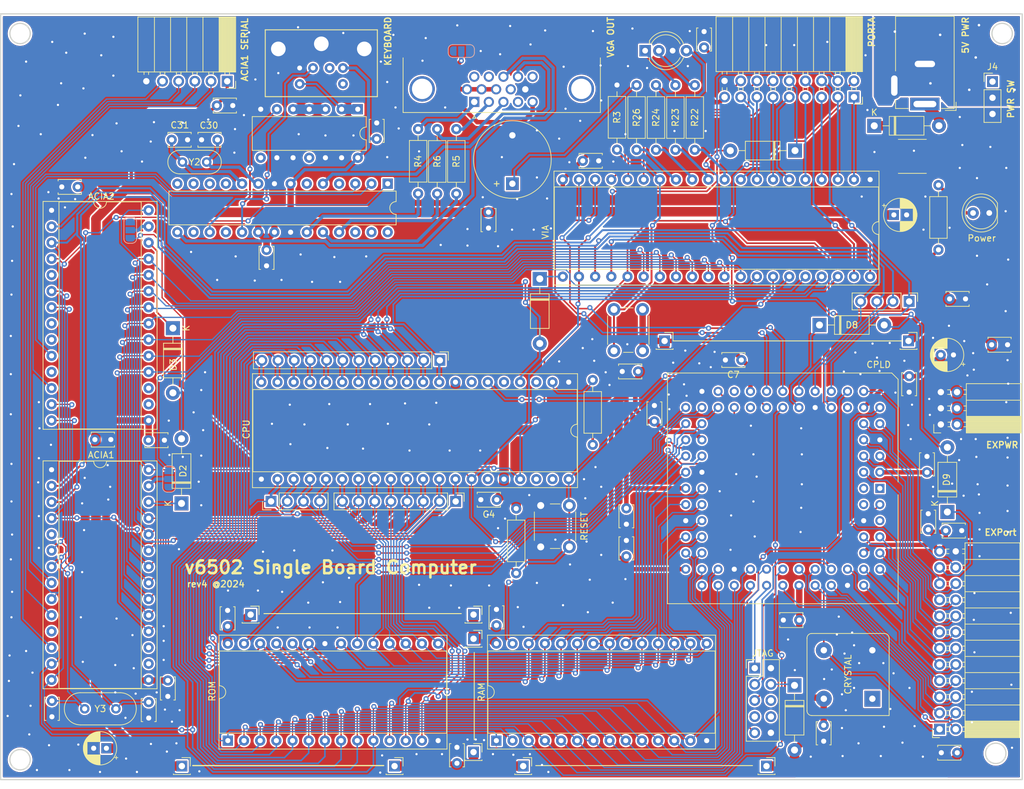
<source format=kicad_pcb>
(kicad_pcb (version 20240108) (generator "pcbnew") (generator_version "8.0")
  (layers (0 "F.Cu" signal) (31 "B.Cu" signal) (34 "B.Paste" user) (35 "F.Paste" user) (36 "B.SilkS" user "B.Silkscreen") (37 "F.SilkS" user "F.Silkscreen") (38 "B.Mask" user) (39 "F.Mask" user) (44 "Edge.Cuts" user))
  (net 0 "")
  (net 1 "Net-(BZ1--)")
  (net 2 "GND")
  (net 3 "ACIAXT1")
  (net 4 "ACIAXT2")
  (net 5 "Net-(D1-A)")
  (net 6 "IRQ")
  (net 7 "Net-(D2-K)")
  (net 8 "Net-(D3-K)")
  (net 9 "Net-(J16-Pin_2)")
  (net 11 "Net-(D7-GA)")
  (net 12 "Net-(D7-BA)")
  (net 13 "Net-(D7-RA)")
  (net 14 "Net-(U1-PC0)")
  (net 15 "Net-(D6-K)")
  (net 16 "D4")
  (net 17 "D1")
  (net 18 "D3")
  (net 19 "D5")
  (net 20 "D6")
  (net 21 "D2")
  (net 22 "D7")
  (net 23 "D0")
  (net 24 "VCC")
  (net 27 "A4")
  (net 28 "A10")
  (net 29 "A0")
  (net 30 "A7")
  (net 31 "A11")
  (net 32 "A5")
  (net 33 "A1")
  (net 34 "A6")
  (net 35 "A3")
  (net 36 "A2")
  (net 37 "A8")
  (net 38 "A9")
  (net 39 "Net-(D4-K)")
  (net 41 "SYS_CONT_D6")
  (net 42 "VGA_R")
  (net 43 "VGA_B")
  (net 44 "CA2")
  (net 45 "Net-(D5-K)")
  (net 46 "VGA_G")
  (net 47 "CLK")
  (net 48 "CA1")
  (net 50 "RWB")
  (net 51 "VSync")
  (net 53 "HSync")
  (net 54 "SYS_CONT_D5")
  (net 55 "SYS_CONT_D8")
  (net 56 "Net-(U1-PC1)")
  (net 59 "SYS_CONT_D7")
  (net 60 "Net-(U1-PC2)")
  (net 61 "Net-(D6-A)")
  (net 63 "CB1")
  (net 64 "CB2")
  (net 67 "ACIA1TX")
  (net 68 "ACIA1RX")
  (net 69 "ACIA2TX")
  (net 70 "ACIA2RX")
  (net 71 "Net-(J4-Pin_2)")
  (net 72 "A15")
  (net 73 "A14")
  (net 74 "A12")
  (net 75 "A13")
  (net 76 "RESB")
  (net 77 "Net-(U15-RDY)")
  (net 78 "SYS_CONT_D1")
  (net 79 "SYS_CONT_D2")
  (net 80 "SYS_CONT_D3")
  (net 81 "SYS_CONT_D4")
  (net 82 "Net-(U1-PB5)")
  (net 84 "KEYB_DATA")
  (net 86 "Net-(U1-XTAL1{slash}PB6)")
  (net 87 "ROMCSB")
  (net 88 "RAMOEB")
  (net 89 "RAMCSB")
  (net 90 "IACSB")
  (net 91 "ACIA1CS1")
  (net 93 "ACIA1RTS")
  (net 94 "ACIA1CTS")
  (net 95 "ACIA2RTS")
  (net 96 "ACIA2CTS")
  (net 98 "ACIA2CS1")
  (net 99 "KEYB_CLK")
  (net 102 "Net-(U1-XTAL2{slash}PB7)")
  (net 103 "ROMWEB")
  (net 105 "Net-(U4-Pad3)")
  (net 109 "VIACS1")
  (net 121 "NMI")
  (net 122 "PORTA0")
  (net 123 "PORTA5")
  (net 124 "PORTA7")
  (net 125 "PORTA3")
  (net 126 "PORTA6")
  (net 127 "PORTA2")
  (net 128 "PORTA1")
  (net 129 "PORTA4")
  (net 131 "CPRES")
  (net 132 "TDI")
  (net 136 "TMS")
  (net 138 "TCK")
  (net 139 "Net-(D8-K)")
  (net 142 "TDO")
  (net 143 "Net-(D9-K)")
  (net 144 "Net-(J6-Pin_2)")
  (net 145 "Net-(D11-K)")
  (net 149 "EBB7")
  (net 150 "EBB0")
  (net 151 "EBA3")
  (net 152 "EBC2")
  (net 153 "EBA1")
  (net 154 "EBA0")
  (net 155 "EBB5")
  (net 156 "EBB2")
  (net 157 "EBA5")
  (net 158 "EBA7")
  (net 159 "EBB6")
  (net 160 "EBA2")
  (net 161 "EBA4")
  (net 162 "EBB4")
  (net 163 "EBB1")
  (net 164 "EBC4")
  (net 165 "EBB3")
  (net 166 "EBC0")
  (net 167 "EBA6")
  (net 170 "Net-(J14-Pin_2)")
  (footprint "Capacitor_THT:CP_Radial_D5.0mm_P2.00mm" (layer "F.Cu") (at 209.650198 65.878)
    (property "Reference" "C33" (hide yes))
    (property "Value" "C")
  )
  (footprint "kicad_sym:MINI-DIN-6-FULL-SHIELD" (layer "F.Cu") (at 119.75 34.3)
    (property "Reference" "J10" (hide yes))
    (property "Value" "PS2-MINIDIN6-FEMALE" (hide yes))
  )
  (footprint "Package_LCC:PLCC-84_THT-Socket" (layer "F.Cu") (at 207.450198 108.846 -90)
    (property "Reference" "CPLD")
    (property "Value" "EPM7128SLC84-15")
  )
  (footprint "Connector_PinHeader_2.54mm:PinHeader_1x12_P2.54mm_Vertical" (layer "F.Cu") (at 138.362198 88.7292 -90)
    (property "Reference" "J5" (hide yes))
    (property "Value" "Debug_ADR0")
  )
  (footprint "Connector_PinSocket_2.54mm:PinSocket_1x01_P2.54mm_Vertical" (layer "F.Cu") (at 211.950198 85.678)
    (property "Reference" "J15" (hide yes))
    (property "Value" "PW_JMP")
  )
  (footprint "Connector_Dsub:DSUB-15-HD_Female_Horizontal_P2.29x1.98mm_EdgePinOffset3.03mm_Housed_MountingHolesOffset4.94mm" (layer "F.Cu") (at 143.764998 48.128 180)
    (property "Reference" "J1" (hide yes))
    (property "Value" "VGA_Out")
  )
  (footprint "Resistor_THT:R_Axial_DIN0207_L6.3mm_D2.5mm_P10.16mm_Horizontal" (layer "F.Cu") (at 134.950198 62.538 90)
    (property "Reference" "R4")
    (property "Value" "1K")
  )
  (footprint "Capacitor_THT:C_Disc_D3.4mm_W2.1mm_P2.50mm" (layer "F.Cu") (at 84.200198 101.178)
    (property "Reference" "C14" (hide yes))
    (property "Value" "0.01uF")
  )
  (footprint "Connector_PinSocket_2.54mm:PinSocket_1x01_P2.54mm_Vertical" (layer "F.Cu") (at 189.650198 152.478)
    (property "Reference" "J19" (hide yes))
    (property "Value" "PW_JMP")
  )
  (footprint "Diode_THT:D_DO-41_SOD81_P10.16mm_Horizontal" (layer "F.Cu") (at 97.800198 111.208 90)
    (property "Reference" "D2")
    (property "Value" "SB140")
  )
  (footprint "LED_THT:LED_D5.0mm-4_RGB_Wide_Pins" (layer "F.Cu") (at 170.594798 40.078)
    (property "Reference" "D7" (hide yes))
    (property "Value" "LED_GRKB")
  )
  (footprint "Connector_PinSocket_2.54mm:PinSocket_1x01_P2.54mm_Vertical" (layer "F.Cu") (at 108.650198 128.678)
    (property "Reference" "J23" (hide yes))
    (property "Value" "PW_JMP")
  )
  (footprint "Fuse:Fuse_2920_7451Metric" (layer "F.Cu") (at 212.550198 56.678)
    (property "Reference" "F1" (hide yes))
    (property "Value" "Fuse")
  )
  (footprint "Capacitor_THT:C_Disc_D3.4mm_W2.1mm_P2.50mm" (layer "F.Cu") (at 146 65.45 -90)
    (property "Reference" "C13" (hide yes))
    (property "Value" "0.01uF")
  )
  (footprint "Capacitor_THT:CP_Radial_D5.0mm_P2.00mm" (layer "F.Cu") (at 219.005311 87.878 180)
    (property "Reference" "C34" (hide yes))
    (property "Value" "C")
  )
  (footprint "Capacitor_THT:C_Disc_D3.4mm_W2.1mm_P2.50mm" (layer "F.Cu") (at 219.600198 150.378 180)
    (property "Reference" "C24" (hide yes))
    (property "Value" "0.01uF")
  )
  (footprint "Capacitor_THT:C_Disc_D3.4mm_W2.1mm_P2.50mm" (layer "F.Cu") (at 169.500198 90.478 180)
    (property "Reference" "C29" (hide yes))
    (property "Value" "0.01uF")
  )
  (footprint "Capacitor_THT:C_Disc_D3.4mm_W2.1mm_P2.50mm" (layer "F.Cu") (at 218.400198 79.078)
    (property "Reference" "C25" (hide yes))
    (property "Value" "0.01uF")
  )
  (footprint "Connector_PinSocket_2.54mm:PinSocket_1x01_P2.54mm_Vertical" (layer "F.Cu") (at 143.650198 128.678)
    (property "Reference" "J28" (hide yes))
    (property "Value" "PW_JMP")
  )
  (footprint "Capacitor_THT:C_Disc_D3.4mm_W2.1mm_P2.50mm" (layer "F.Cu") (at 81.500198 61.478 180)
    (property "Reference" "C9" (hide yes))
    (property "Value" "0.01uF")
  )
  (footprint "Connector_PinSocket_2.54mm:PinSocket_2x03_P2.54mm_Horizontal" (layer "F.Cu") (at 217.025198 98.803 180)
    (property "Reference" "J9" (hide yes))
    (property "Value" "ExpandPower")
  )
  (footprint "Resistor_THT:R_Axial_DIN0207_L6.3mm_D2.5mm_P10.16mm_Horizontal" (layer "F.Cu") (at 169.248598 55.6584 90)
    (property "Reference" "R26")
    (property "Value" "R")
  )
  (footprint "Capacitor_THT:C_Disc_D3.4mm_W2.1mm_P2.50mm" (layer "F.Cu") (at 185.700198 88.678 180)
    (property "Reference" "C7")
    (property "Value" "0.01uF")
  )
  (footprint "Connector_PinHeader_2.54mm:PinHeader_1x08_P2.54mm_Vertical" (layer "F.Cu") (at 140.847991 110.896022 -90)
    (property "Reference" "J3" (hide yes))
    (property "Value" "Debug_DATA")
  )
  (footprint "Connector_PinSocket_2.54mm:PinSocket_2x12_P2.54mm_Horizontal" (layer "F.Cu") (at 216.825198 146.678 180)
    (property "Reference" "J8" (hide yes))
    (property "Value" "ExpandBus")
  )
  (footprint "Capacitor_THT:C_Disc_D3.4mm_W2.1mm_P2.50mm" (layer "F.Cu") (at 194.798 129.54 180)
    (property "Reference" "C26" (hide yes))
    (property "Value" "0.01uF")
  )
  (footprint "Capacitor_THT:C_Disc_D3.4mm_W2.1mm_P2.50mm" (layer "F.Cu") (at 96.250198 54.078)
    (property "Reference" "C31")
    (property "Value" "C")
  )
  (footprint "Resistor_THT:R_Axial_DIN0207_L6.3mm_D2.5mm_P10.16mm_Horizontal" (layer "F.Cu") (at 166.175198 55.633 90)
    (property "Reference" "R3")
    (property "Value" "1K")
  )
  (footprint "Diode_THT:D_DO-41_SOD81_P10.16mm_Horizontal" (layer "F.Cu") (at 206.570198 51.878)
    (property "Reference" "D6" (hide yes))
    (property "Value" "D")
  )
  (footprint "Capacitor_THT:C_Disc_D3.4mm_W2.1mm_P2.50mm" (layer "F.Cu") (at 167.650198 111.978 -90)
    (property "Reference" "C12" (hide yes))
    (property "Value" "0.01uF")
  )
  (footprint "Diode_THT:D_DO-41_SOD81_P10.16mm_Horizontal" (layer "F.Cu") (at 194.130198 55.778 180)
    (property "Reference" "D5" (hide yes))
    (property "Value" "SB140")
  )
  (footprint "Crystal:Crystal_HC52-U_Vertical" (layer "F.Cu") (at 97.950198 57.578)
    (property "Reference" "Y2")
    (property "Value" "Crystal")
  )
  (footprint "Connector_PinHeader_2.54mm:PinHeader_2x05_P2.54mm_Vertical" (layer "F.Cu") (at 187.800198 137.088)
    (property "Reference" "JTAG")
    (property "Value" "JTAG")
  )
  (footprint "Connector_BarrelJack:BarrelJack_GCT_DCJ200-10-A_Horizontal" (layer "F.Cu") (at 214.518 48.464 180)
    (property "Reference" "J2" (hide yes))
    (property "Value" "DC")
  )
  (footprint "Button_Switch_THT:SW_PUSH_6mm_H4.3mm" (layer "F.Cu") (at 158.696998 111.5396 -90)
    (property "Reference" "RESET")
    (property "Value" "RESET")
  )
  (footprint "Connector_PinSocket_2.54mm:PinSocket_1x01_P2.54mm_Vertical" (layer "F.Cu") (at 131.250198 152.478)
    (property "Reference" "J18" (hide yes))
    (property "Value" "PW_JMP")
  )
  (footprint "Capacitor_THT:C_Disc_D3.4mm_W2.1mm_P2.50mm" (layer "F.Cu") (at 103.450198 54.078 180)
    (property "Reference" "C30")
    (property "Value" "C")
  )
  (footprint "Connector_PinSocket_2.54mm:PinSocket_2x09_P2.54mm_Horizontal" (layer "F.Cu") (at 203.386198 47.3642 -90)
    (property "Reference" "J7" (hide yes))
    (property "Value" "PORTA")
  )
  (footprint "Capacitor_THT:C_Disc_D3.4mm_W2.1mm_P2.50mm" (layer "F.Cu") (at 172.050198 98.328 90)
    (property "Reference" "C11" (hide yes))
    (property "Value" "0.01uF")
  )
  (footprint "Connector_PinSocket_2.54mm:PinSocket_1x01_P2.54mm_Vertical" (layer "F.Cu") (at 173.650198 85.678)
    (property "Reference" "J22" (hide yes))
    (property "Value" "PW_JMP")
  )
  (footprint "Package_DIP:DIP-14_W7.62mm" (layer "F.Cu") (at 125.475198 49.278 -90)
    (property "Reference" "U4" (hide yes))
    (property "Value" "74HC00")
  )
  (footprint "Buzzer_Beeper:Buzzer_12x9.5RM7.6" (layer "F.Cu") (at 149.750198 60.978 90)
    (property "Reference" "BZ1" (hide yes))
    (property "Value" "Buzzer")
  )
  (footprint "Diode_THT:D_DO-41_SOD81_P10.16mm_Horizontal" (layer "F.Cu") (at 218.050198 112.558 90)
    (property "Reference" "D9")
    (property "Value" "SB140")
  )
  (footprint "Capacitor_THT:C_Disc_D3.4mm_W2.1mm_P2.50mm" (layer "F.Cu") (at 217.800198 115.478)
    (property "Reference" "C2" (hide yes))
    (property "Value" "0.01uF")
  )
  (footprint "Capacitor_THT:C_Disc_D3.4mm_W2.1mm_P2.50mm" (layer "F.Cu") (at 160.800198 57.378)
    (property "Reference" "C6" (hide yes))
    (property "Value" "0.01uF")
  )
  (footprint "Crystal:Crystal_HC18-U_Vertical" (layer "F.Cu") (at 82.600198 143.478)
    (property "Reference" "Y3")
    (property "Value" "Crystal")
  )
  (footprint "Diode_THT:D_DO-41_SOD81_P10.16mm_Horizontal" (layer "F.Cu") (at 197.970198 83.178)
    (property "Reference" "D8")
    (property "Value" "SB140")
  )
  (footprint "Package_DIP:DIP-28_W15.24mm_Socket" (layer "F.Cu") (at 105.073198 148.475 90)
    (property "Reference" "ROM")
    (property "Value" "28C256")
  )
  (footprint "Capacitor_THT:C_Disc_D3.4mm_W2.1mm_P2.50mm" (layer "F.Cu") (at 111.150198 71.378 -90)
    (property "Reference" "C2" (hide yes))
    (property "Value" "0.01uF")
  )
  (footprint "Capacitor_THT:C_Disc_D3.4mm_W2.1mm_P2.50mm" (layer "F.Cu") (at 215.050198 115.328 90)
    (property "Reference" "C18" (hide yes))
    (property "Value" "0.01uF")
  )
  (footprint "Capacitor_THT:C_Disc_D3.4mm_W2.1mm_P2.50mm" (layer "F.Cu") (at 198.628 146.07 -90)
    (property "Reference" "C20" (hide yes))
    (property "Value" "0.01uF")
  )
  (footprint "Diode_THT:D_DO-41_SOD81_P10.16mm_Horizontal" (layer "F.Cu") (at 96.450198 83.678 -90)
    (property "Reference" "D3")
    (property "Value" "SB140")
  )
  (footprint "Capacitor_THT:C_Disc_D3.4mm_W2.1mm_P2.50mm" (layer "F.Cu") (at 147.252198 130.3652 90)
    (property "Reference" "C1" (hide yes))
    (property "Value" "0.01uF")
  )
  (footprint "Connector_PinSocket_2.54mm:PinSocket_1x01_P2.54mm_Vertical" (layer "F.Cu") (at 151.450198 152.478)
    (property "Reference" "J24" (hide yes))
    (property "Value" "PW_JMP")
  )
  (footprint "Package_DIP:DIP-28_W15.24mm_Socket" (layer "F.Cu") (at 77.397198 105.918)
    (property "Reference" "ACIA1")
    (property "Value" "W65C51NxP")
  )
  (footprint "Capacitor_THT:C_Disc_D3.4mm_W2.1mm_P2.50mm" (layer "F.Cu") (at 103.35 48.7)
    (property "Reference" "C22" (hide yes))
    (property "Value" "0.01uF")
  )
  (footprint "Package_DIP:DIP-28_W7.62mm" (layer "F.Cu") (at 130.170198 60.978 -90)
    (property "Reference" "U1" (hide yes))
    (property "Value" "ATmega328-P")
  )
  (footprint "Capacitor_THT:C_Disc_D3.4mm_W2.1mm_P2.50mm" (layer "F.Cu") (at 212.050198 91.228 -90)
    (property "Reference" "C28" (hide yes))
    (property "Value" "0.01uF")
  )
  (footprint "Package_DIP:DIP-28_W15.24mm_Socket" (layer "F.Cu") (at 147.237198 148.475 90)
    (property "Reference" "RAM")
    (property "Value" "CY62256-70PC")
  )
  (footprint "LED_THT:LED_D5.0mm" (layer "F.Cu") (at 224.625198 65.578 180)
    (property "Reference" "Power")
    (property "Value" "PWR_LED")
  )
  (footprint "Capacitor_THT:C_Disc_D3.4mm_W2.1mm_P2.50mm" (layer "F.Cu") (at 92.650198 142.428 -90)
    (property "Reference" "C17" (hide yes))
    (property "Value" "0.01uF")
  )
  (footprint "Oscillator:Oscillator_DIP-8_LargePads" (layer "F.Cu") (at 206.270198 141.898 90)
    (property "Reference" "CRYSTAL")
    (property "Value" "1.8432mHz")
  )
  (footprint "Capacitor_THT:C_Disc_D3.4mm_W2.1mm_P2.50mm" (layer "F.Cu") (at 95.650198 139.028 -90)
    (property "Reference" "C15" (hide yes))
    (property "Value" "0.01uF")
  )
  (footprint "Connector_PinHeader_2.54mm:PinHeader_1x03_P2.54mm_Vertical" (layer "F.Cu") (at 225.139231 44.93807)
    (property "Reference" "J4")
    (property "Value" "PWR-SW")
  )
  (footprint "Capacitor_THT:C_Disc_D3.4mm_W2.1mm_P2.50mm" (layer "F.Cu") (at 214.850198 106.328 90)
    (property "Reference" "C27" (hide yes))
    (property "Value" "0.01uF")
  )
  (footprint "Capacitor_THT:C_Disc_D3.4mm_W2.1mm_P2.50mm" (layer "F.Cu") (at 167.650198 119.528 90)
    (property "Reference" "C10" (hide yes))
    (property "Value" "0.01uF")
  )
  (footprint "Capacitor_THT:C_Disc_D3.4mm_W2.1mm_P2.50mm" (layer "F.Cu") (at 77.450198 142.228 -90)
    (property "Reference" "C19" (hide yes))
    (property "Value" "0.01uF")
  )
  (footprint "Resistor_THT:R_Axial_DIN0207_L6.3mm_D2.5mm_P10.16mm_Horizontal" (layer "F.Cu") (at 175.352998 55.6584 90)
    (property "Reference" "R23")
    (property "Value" "1K")
  )
  (footprint "Capacitor_THT:C_Disc_D3.4mm_W2.1mm_P2.50mm" (layer "F.Cu") (at 105.037398 130.5176 90)
    (property "Reference" "C8" (hide yes))
    (property "Value" "0.01uF")
  )
  (footprint "Resistor_THT:R_Axial_DIN0207_L6.3mm_D2.5mm_P10.16mm_Horizontal" (layer "F.Cu") (at 178.392598 55.6584 90)
    (property "Reference" "R22")
    (property "Value" "1K")
  )
  (footprint "Package_DIP:DIP-40_W15.24mm_Socket" (layer "F.Cu") (at 158.593198 92.155 -90)
    (property "Reference" "CPU")
    (property "Value" "6502")
  )
  (footprint "Capacitor_THT:C_Disc_D3.4mm_W2.1mm_P2.50mm" (layer "F.Cu") (at 92.611398 101.2768)
    (property "Reference" "C3" (hide yes))
    (property "Value" "0.01uF")
  )
  (footprint "Connector_PinSocket_2.54mm:PinSocket_1x01_P2.54mm_Vertical" (layer "F.Cu") (at 143.650198 150.278)
    (property "Reference" "J20" (hide yes))
    (property "Value" "PW_JMP")
  )
  (footprint "Resistor_THT:R_Axial_DIN0207_L6.3mm_D2.5mm_P10.16mm_Horizontal" (layer "F.Cu") (at 216.650198 71.358 90)
    (property "Reference" "R1" (hide yes))
    (property "Value" "1K")
  )
  (footprint "Capacitor_THT:C_Disc_D3.4mm_W2.1mm_P2.50mm" (layer "F.Cu") (at 147.300198 110.628 180)
    (property "Reference" "C4")
    (property "Value" "0.01uF")
  )
  (footprint "Connector_PinSocket_2.54mm:PinSocket_1x01_P2.54mm_Vertical" (layer "F.Cu") (at 143.650198 132.478)
    (property "Reference" "J17" (hide yes))
    (property "Value" "PW_JMP")
  )
  (footprint "Connector_PinHeader_2.54mm:PinHeader_1x04_P2.54mm_Vertical" (layer "F.Cu") (at 212.050198 79.478 -90)
    (property "Reference" "J12" (hide yes))
    (property "Value" "Debug_CS")
  )
  (footprint "Capacitor_THT:C_Disc_D3.4mm_W2.1mm_P2.50mm" (layer "F.Cu") (at 128.450198 53.928 90)
    (property "Reference" "C16" (hide yes))
    (property "Value" "0.01uF")
  )
  (footprint "Resistor_THT:R_Axial_DIN0207_L6.3mm_D2.5mm_P10.16mm_Horizontal" (layer "F.Cu") (at 162.365198 101.988 90)
    (property "Reference" "R13" (hide yes))
    (property "Value" "1K")
  )
  (footprint "Resistor_THT:R_Axial_DIN0207_L6.3mm_D2.5mm_P10.16mm_Horizontal" (layer "F.Cu") (at 140.950198 62.558 90)
    (property "Reference" "R5")
    (property "Value" "1K")
  )
  (footprint "Connector_PinSocket_2.54mm:PinSocket_1x06_P2.54mm_Horizontal" (layer "F.Cu") (at 104.975198 44.878 -90)
    (property "Reference" "J26" (hide yes))
    (property "Value" "ACIAPort")
  )
  (footprint "Resistor_THT:R_Axial_DIN0207_L6.3mm_D2.5mm_P10.16mm_Horizontal" (layer "F.Cu") (at 137.950198 62.558 90)
    (property "Reference" "R6")
    (property "Value" "1K")
  )
  (footprint "Connector_PinSocket_2.54mm:PinSocket_1x01_P2.54mm_Vertical" (layer "F.Cu") (at 97.850198 152.478)
    (property "Reference" "J21" (hide yes))
    (property "Value" "PW_JMP")
  )
  (footprint "Resistor_THT:R_Axial_DIN0207_L6.3mm_D2.5mm_P10.16mm_Horizontal" (layer "F.Cu") (at 150.350198 122.178 90)
    (property "Reference" "R2" (hide yes))
    (property "Value" "1K")
  )
  (footprint "Connector_PinHeader_2.54mm:PinHeader_1x04_P2.54mm_Vertical" (layer "F.Cu") (at 111.866002 110.889515 90)
    (property "Reference" "J13" (hide yes))
    (property "Value" "Debug_ADR1")
  )
  (footprint "Capacitor_THT:CP_Radial_D5.0mm_P2.00mm" (layer "F.Cu") (at 86.005311 149.678 180)
    (property "Reference" "C32" (hide yes))
    (property "Value" "MainC")
  )
  (footprint "Package_DIP:DIP-28_W15.24mm_Socket" (layer "F.Cu") (at 77.397198 65.158)
    (property "Reference" "U7" (hide yes))
    (property "Value" "W65C51NxP")
  )
  (footprint "Package_DIP:DIP-40_W15.24mm_Socket" (layer "F.Cu") (at 205.926198 60.332 -90)
    (property "Reference" "U5" (hide yes))
    (property "Value" "6522")
  )
  (footprint "Capacitor_THT:C_Disc_D3.4mm_W2.1mm_P2.50mm" (layer "F.Cu") (at 225.000198 86.278)
    (property "Reference" "C23" (hide yes))
    (property "Value" "0.01uF")
  )
  (footprint "Capacitor_THT:C_Disc_D3.4mm_W2.1mm_P2.50mm" (layer "F.Cu") (at 179.850198 39.578 90)
    (property "Reference" "C5" (hide yes))
    (property "Value" "0.01uF")
  )
  (footprint "Resistor_THT:R_Axial_DIN0207_L6.3mm_D2.5mm_P10.16mm_Horizontal" (layer "F.Cu") (at 172.296598 55.6584 90)
    (property "Reference" "R24")
    (property "Value" "1K")
  )
  (footprint "Button_Switch_THT:SW_PUSH_6mm_H4.3mm" (layer "F.Cu") (at 165.700198 87.228 90)
    (property "Reference" "SW2" (hide yes))
    (property "Value" "SW_Push")
  )
  (footprint "Diode_THT:D_DO-41_SOD81_P10.16mm_Horizontal" (layer "F.Cu") (at 194.050198 139.798 -90)
    (property "Reference" "D11" (hide yes))
    (property "Value" "1N4001")
  )
  (footprint "Diode_THT:D_DO-41_SOD81_P10.16mm_Horizontal" (layer "F.Cu") (at 154.050198 75.92 -90)
    (property "Reference" "D4" (hide yes))
    (property "Value" "SB140")
  )
  (footprint "Capacitor_THT:C_Disc_D3.4mm_W2.1mm_P2.50mm" (layer "F.Cu") (at 141.050198 152.028 90)
    (property "Reference" "C21" (hide yes))
    (property "Value" "0.01uF")
  )
  (footprint "Jumper:SolderJumper-3_P1.3mm_Open_RoundedPad1.0x1.5mm_NumberLabels" (layer "B.Cu") (at 89.750198 68.278 90)
    (property "Reference" "J6" (hide yes))
    (property "Value" "EN")
  )
  (footprint "Jumper:SolderJumper-3_P1.3mm_Open_RoundedPad1.0x1.5mm_NumberLabels" (layer "B.Cu") (at 141.732 40.132 180)
    (property "Reference" "J14" (hide yes))
    (property "Value" "VGA_Conf")
  )
  (footprint "Jumper:SolderJumper-3_P1.3mm_Open_RoundedPad1.0x1.5mm_NumberLabels" (layer "B.Cu") (at 95.850198 107.378 -90)
    (property "Reference" "J16" (hide yes))
    (property "Value" "EN")
  )
  (gr_line (start 110.744 128.524) (end 141.732 128.524) (stroke (width 0.15)) (layer "F.SilkS"))
  (gr_line (start 99.568 152.4) (end 129.54 152.4) (stroke (width 0.2)) (layer "F.SilkS"))
  (gr_line (start 143.764 148.336) (end 143.764 134.62) (stroke (width 0.15)) (layer "F.SilkS"))
  (gr_line (start 153.416 152.4) (end 187.452 152.4) (stroke (width 0.15)) (layer "F.SilkS"))
  (gr_line (start 174.980198 85.678) (end 210.82 85.679501) (stroke (width 0.15)) (layer "F.SilkS"))
  (gr_circle (center 72.450198 37.378) (end 74.050198 37.378) (stroke (width 0.2)) (fill none) (layer "Edge.Cuts"))
  (gr_circle (center 226.650198 37.378) (end 226.650198 38.978) (stroke (width 0.2)) (fill none) (layer "Edge.Cuts"))
  (gr_circle (center 72.450198 151.478) (end 72.450198 149.878) (stroke (width 0.2)) (fill none) (layer "Edge.Cuts"))
  (gr_circle (center 225.650198 150.478) (end 224.050198 150.478) (stroke (width 0.2)) (fill none) (layer "Edge.Cuts"))
  (gr_rect (start 69.4 34.3) (end 229.8 154.6) (stroke (width 0.2)) (fill none) (layer "Edge.Cuts"))
  (gr_text "EXPWR\n" (at 224.028 102.616 0) (layer "F.SilkS") (effects (font (size 1 1) (thickness 0.2) (bold yes)) (justify left bottom)))
  (gr_text "5V PWR\n" (at 221.488 40.64 90) (layer "F.SilkS") (effects (font (size 1 1) (thickness 0.2) (bold yes)) (justify left bottom)))
  (gr_text "VGA OUT\n" (at 165.773928 41.269537 90) (layer "F.SilkS") (effects (font (size 1 1) (thickness 0.2) (bold yes)) (justify left bottom)))
  (gr_text "ACIA2" (at 85.223704 62.966003 0) (layer "F.SilkS") (effects (font (size 1 1))))
  (gr_text "VIA\n" (at 154.94 68.58 90) (layer "F.SilkS") (effects (font (size 1 1))))
  (gr_text "rev4 @2024" (at 98.552 124.46 0) (layer "F.SilkS") (effects (font (size 1 1) (thickness 0.18) (bold yes)) (justify left bottom)))
  (gr_text "v6502 Single Board Computer\n" (at 98.044 122.428 0) (layer "F.SilkS") (effects (font (size 2 2) (thickness 0.4) (bold yes)) (justify left bottom)))
  (gr_text "EXPort\n" (at 223.796537 116.351358 0) (layer "F.SilkS") (effects (font (size 1 1) (thickness 0.2) (bold yes)) (justify left bottom)))
  (gr_text "PORTA\n" (at 206.756 39.624 90) (layer "F.SilkS") (effects (font (size 1 1) (thickness 0.2) (bold yes)) (justify left bottom)))
  (gr_text "ACIA1 SERIAL\n" (at 108.307966 45.012616 90) (layer "F.SilkS") (effects (font (size 1 1) (thickness 0.2) (bold yes)) (justify left bottom)))
  (gr_text "KEYBOARD\n" (at 130.798242 42.557513 90) (layer "F.SilkS") (effects (font (size 1 1) (thickness 0.2) (bold yes)) (justify left bottom)))
  (gr_text "PWR SW\n" (at 228.6 50.8 90) (layer "F.SilkS") (effects (font (size 1 1) (thickness 0.2) (bold yes)) (justify left bottom)))
  (segment (start 157.950198 56.478) (end 152.450198 56.478) (width 0.3) (layer "B.Cu") (net 1))
  (segment (start 152.450198 56.478) (end 150.050198 58.878) (width 0.3) (layer "B.Cu") (net 1))
  (segment (start 168.929798 45.4984) (end 157.950198 56.478) (width 0.3) (layer "B.Cu") (net 1))
  (segment (start 150.050198 58.878) (end 150.050198 60.678) (width 0.3) (layer "B.Cu") (net 1))
  (segment (start 169.248598 45.4984) (end 168.929798 45.4984) (width 0.3) (layer "B.Cu") (net 1))
  (via (at 126.3 102.6) (size 1) (drill 0.35) (layers "F.Cu" "B.Cu") (net 2))
  (via (at 221.9 140.8) (size 1) (drill 0.35) (layers "F.Cu" "B.Cu") (net 2))
  (via (at 122.7 76.4) (size 1) (drill 0.35) (layers "F.Cu" "B.Cu") (net 2))
  (via (at 93 149) (size 1) (drill 0.35) (layers "F.Cu" "B.Cu") (net 2))
  (via (at 75.5 99.4) (size 1) (drill 0.35) (layers "F.Cu" "B.Cu") (net 2))
  (via (at 148.1 56.8) (size 1) (drill 0.35) (layers "F.Cu" "B.Cu") (net 2))
  (via (at 134.7 150.6) (size 1) (drill 0.35) (layers "F.Cu" "B.Cu") (net 2))
  (via (at 71 90.9) (size 1) (drill 0.35) (layers "F.Cu" "B.Cu") (net 2))
  (via (at 195.1 111.9) (size 1) (drill 0.35) (layers "F.Cu" "B.Cu") (net 2))
  (via (at 147.5 70.8) (size 1) (drill 0.35) (layers "F.Cu" "B.Cu") (net 2))
  (via (at 113.5 76.1) (size 1) (drill 0.35) (layers "F.Cu" "B.Cu") (net 2))
  (via (at 184.1 113.1) (size 1) (drill 0.35) (layers "F.Cu" "B.Cu") (net 2))
  (via (at 193.04 132.588) (size 1) (drill 0.35) (layers "F.Cu" "B.Cu") (net 2))
  (via (at 132.9 95.5) (size 1) (drill 0.35) (layers "F.Cu" "B.Cu") (net 2))
  (via (at 98 103.9) (size 1) (drill 0.35) (layers "F.Cu" "B.Cu") (net 2))
  (via (at 161 107.4) (size 1) (drill 0.35) (layers "F.Cu" "B.Cu") (net 2))
  (via (at 182.3 109.3) (size 1) (drill 0.35) (layers "F.Cu" "B.Cu") (net 2))
  (via (at 228.2 149.6) (size 1) (drill 0.35) (layers "F.Cu" "B.Cu") (net 2))
  (via (at 194.1 137.4) (size 1) (drill 0.35) (layers "F.Cu" "B.Cu") (net 2))
  (via (at 150.5 63.4) (size 1) (drill 0.35) (layers "F.Cu" "B.Cu") (net 2))
  (via (at 179.1 89.2) (size 1) (drill 0.35) (layers "F.Cu" "B.Cu") (net 2))
  (via (at 155.4 153.4) (size 1) (drill 0.35) (layers "F.Cu" "B.Cu") (net 2))
  (via (at 201 129) (size 1) (drill 0.35) (layers "F.Cu" "B.Cu") (net 2))
  (via (at 202.1 143.7) (size 1) (drill 0.35) (layers "F.Cu" "B.Cu") (net 2))
  (via (at 95 135.8) (size 1) (drill 0.35) (layers "F.Cu" "B.Cu") (net 2))
  (via (at 86.3 110.6) (size 1) (drill 0.35) (layers "F.Cu" "B.Cu") (net 2))
  (via (at 130.2 98.7) (size 1) (drill 0.35) (layers "F.Cu" "B.Cu") (net 2))
  (via (at 201.6 150.9) (size 1) (drill 0.35) (layers "F.Cu" "B.Cu") (net 2))
  (via (at 150.6 127.5) (size 1) (drill 0.35) (layers "F.Cu" "B.Cu") (net 2))
  (via (at 139.9 102.9) (size 1) (drill 0.35) (layers "F.Cu" "B.Cu") (net 2))
  (via (at 112 98.7) (size 1) (drill 0.35) (layers "F.Cu" "B.Cu") (net 2))
  (via (at 73.4 41.8) (size 1) (drill 0.35) (layers "F.Cu" "B.Cu") (net 2))
  (via (at 152.4 109.9) (size 1) (drill 0.35) (layers "F.Cu" "B.Cu") (net 2))
  (via (at 224.3 76.8) (size 1) (drill 0.35) (layers "F.Cu" "B.Cu") (net 2))
  (via (at 176.7 92.5) (size 1) (drill 0.35) (layers "F.Cu" "B.Cu") (net 2))
  (via (at 96.3 145.5) (size 1) (drill 0.35) (layers "F.Cu" "B.Cu") (net 2))
  (via (at 220 50.5) (size 1) (drill 0.35) (layers "F.Cu" "B.Cu") (net 2))
  (via (at 215.3 97.3) (size 1) (drill 0.35) (layers "F.Cu" "B.Cu") (net 2))
  (via (at 95 130.5) (size 1) (drill 0.35) (layers "F.Cu" "B.Cu") (net 2))
  (via (at 72.2 51.9) (size 1) (drill 0.35) (layers "F.Cu" "B.Cu") (net 2))
  (via (at 227.5 100.9) (size 1) (drill 0.35) (layers "F.Cu" "B.Cu") (net 2))
  (via (at 153.6 123.7) (size 1) (drill 0.35) (layers "F.Cu" "B.Cu") (net 2))
  (via (at 117.9 130.7) (size 1) (drill 0.35) (layers "F.Cu" "B.Cu") (net 2))
  (via (at 82.7 56.9) (size 1) (drill 0.35) (layers "F.Cu" "B.Cu") (net 2))
  (via (at 148.6 113.6) (size 1) (drill 0.35) (layers "F.Cu" "B.Cu") (net 2))
  (via (at 227.5 104) (size 1) (drill 0.35) (layers "F.Cu" "B.Cu") (net 2))
  (via (at 157.7 127.2) (size 1) (drill 0.35) (layers "F.Cu" "B.Cu") (net 2))
  (via (at 156.5 116.9) (size 1) (drill 0.35) (layers "F.Cu" "B.Cu") (net 2))
  (via (at 107.6 50.2) (size 1) (drill 0.35) (layers "F.Cu" "B.Cu") (net 2))
  (via (at 153.1 68.2) (size 1) (drill 0.35) (layers "F.Cu" "B.Cu") (net 2))
  (via (at 71.5 57.9) (size 1) (drill 0.35) (layers "F.Cu" "B.Cu") (net 2))
  (via (at 220.7 85.7) (size 1) (drill 0.35) (layers "F.Cu" "B.Cu") (net 2))
  (via (at 220 58.5) (size 1) (drill 0.35) (layers "F.Cu" "B.Cu") (net 2))
  (via (at 113.6 125.1) (size 1) (drill 0.35) (layers "F.Cu" "B.Cu") (net 2))
  (via (at 113 43.6) (size 1) (drill 0.35) (layers "F.Cu" "B.Cu") (net 2))
  (via (at 110.6 118.8) (size 1) (drill 0.35) (layers "F.Cu" "B.Cu") (net 2))
  (via (at 195 115.7) (size 1) (drill 0.35) (layers "F.Cu" "B.Cu") (net 2))
  (via (at 153.6 52.6) (size 1) (drill 0.35) (layers "F.Cu" "B.Cu") (net 2))
  (via (at 149.9 150.7) (size 1) (drill 0.35) (layers "F.Cu" "B.Cu") (net 2))
  (via (at 184.9 106.6) (size 1) (drill 0.35) (layers "F.Cu" "B.Cu") (net 2))
  (via (at 123.9 98.8) (size 1) (drill 0.35) (layers "F.Cu" "B.Cu") (net 2))
  (via (at 116.8 121.6) (size 1) (drill 0.35) (layers "F.Cu" "B.Cu") (net 2))
  (via (at 161.9 123.2) (size 1) (drill 0.35) (layers "F.Cu" "B.Cu") (net 2))
  (via (at 218.3 83.3) (size 1) (drill 0.35) (layers "F.Cu" "B.Cu") (net 2))
  (via (at 135.1 124) (size 1) (drill 0.35) (layers "F.Cu" "B.Cu") (net 2))
  (via (at 144.78 40.132) (size 1) (drill 0.35) (layers "F.Cu" "B.Cu") (net 2))
  (via (at 131.9 52.3) (size 1) (drill 0.35) (layers "F.Cu" "B.Cu") (net 2))
  (via (at 70.5 144.6) (size 1) (drill 0.35) (layers "F.Cu" "B.Cu") (net 2))
  (via (at 109.3 76.2) (size 1) (drill 0.35) (layers "F.Cu" "B.Cu") (net 2))
  (via (at 71.1 78.4) (size 1) (drill 0.35) (layers "F.Cu" "B.Cu") (net 2))
  (via (at 77.5 38.7) (size 1) (drill 0.35) (layers "F.Cu" "B.Cu") (net 2))
  (via (at 177.1 94.3) (size 1) (drill 0.35) (layers "F.Cu" "B.Cu") (net 2))
  (via (at 71.2 73.1) (size 1) (drill 0.35) (layers "F.Cu" "B.Cu") (net 2))
  (via (at 75.4 104.1) (size 1) (drill 0.35) (layers "F.Cu" "B.Cu") (net 2))
  (via (at 154.4 152.3) (size 1) (drill 0.35) (layers "F.Cu" "B.Cu") (net 2))
  (via (at 208 136.3) (size 1) (drill 0.35) (layers "F.Cu" "B.Cu") (net 2))
  (via (at 160.8 86.8) (size 1) (drill 0.35) (layers "F.Cu" "B.Cu") (net 2))
  (via (at 75.1 153.1) (size 1) (drill 0.35) (layers "F.Cu" "B.Cu") (net 2))
  (via (at 95.5 150.2) (size 1) (drill 0.35) (layers "F.Cu" "B.Cu") (net 2))
  (via (at 169.9 50.6) (size 1) (drill 0.35) (layers "F.Cu" "B.Cu") (net 2))
  (via (at 87.1 37.9) (size 1) (drill 0.35) (layers "F.Cu" "B.Cu") (net 2))
  (via (at 120.7 102.5) (size 1) (drill 0.35) (layers "F.Cu" "B.Cu") (net 2))
  (via (at 122.3 130.7) (size 1) (drill 0.35) (layers "F.Cu" "B.Cu") (net 2))
  (via (at 70.8 135.1) (size 1) (drill 0.35) (layers "F.Cu" "B.Cu") (net 2))
  (via (at 142.7 148.3) (size 1) (drill 0.35) (layers "F.Cu" "B.Cu") (net 2))
  (via (at 218.4 67.9) (size 1) (drill 0.35) (layers "F.Cu" "B.Cu") (net 2))
  (via (at 146.7 150.6) (size 1) (drill 0.35) (layers "F.Cu" "B.Cu") (net 2))
  (via (at 71.2 116.1) (size 1) (drill 0.35) (layers "F.Cu" "B.Cu") (net 2))
  (via (at 85.2 40.8) (size 1) (drill 0.35) (layers "F.Cu" "B.Cu") (net 2))
  (via (at 163.7 119.3) (size 1) (drill 0.35) (layers "F.Cu" "B.Cu") (net 2))
  (via (at 227.2 81) (size 1) (drill 0.35) (layers "F.Cu" "B.Cu") (net 2))
  (via (at 78.4 48.6) (size 1) (drill 0.35) (layers "F.Cu" "B.Cu") (net 2))
  (via (at 71.1 105) (size 1) (drill 0.35) (layers "F.Cu" "B.Cu") (net 2))
  (via (at 117.1 98.8) (size 1) (drill 0.35) (layers "F.Cu" "B.Cu") (net 2))
  (via (at 227.6 92.4) (size 1) (drill 0.35) (layers "F.Cu" "B.Cu") (net 2))
  (via (at 97.4 118.4) (size 1) (drill 0.35) (layers "F.Cu" "B.Cu") (net 2))
  (via (at 116.2 53.2) (size 1) (drill 0.35) (layers "F.Cu" "B.Cu") (net 2))
  (via (at 212.8 55.8) (size 1) (drill 0.35) (layers "F.Cu" "B.Cu") (net 2))
  (via (at 176.9 87.2) (size 1) (drill 0.35) (layers "F.Cu" "B.Cu") (net 2))
  (via (at 144 148.3) (size 1) (drill 0.35) (layers "F.Cu" "B.Cu") (net 2))
  (via (at 180.1 52.7) (size 1) (drill 0.35) (layers "F.Cu" "B.Cu") (net 2))
  (via (at 74.1 143) (size 1) (drill 0.35) (layers "F.Cu" "B.Cu") (net 2))
  (via (at 99.3 71.7) (size 1) (drill 0.35) (layers "F.Cu" "B.Cu") (net 2))
  (via (at 222.1 87.6) (size 1) (drill 0.35) (layers "F.Cu" "B.Cu") (net 2))
  (via (at 161.4 117.2) (size 1) (drill 0.35) (layers "F.Cu" "B.Cu") (net 2))
  (via (at 147.828 40.64) (size 1) (drill 0.35) (layers "F.Cu" "B.Cu") (net 2))
  (via (at 204.4 90.9) (size 1) (drill 0.35) (layers "F.Cu" "B.Cu") (net 2))
  (via (at 203.1 131.5) (size 1) (drill 0.35) (layers "F.Cu" "B.Cu") (net 2))
  (via (at 130.1 45) (size 1) (drill 0.35) (layers "F.Cu" "B.Cu") (net 2))
  (via (at 227.2 65.3) (size 1) (drill 0.35) (layers "F.Cu" "B.Cu") (net 2))
  (via (at 100.9 111.5) (size 1) (drill 0.35) (layers "F.Cu" "B.Cu") (net 2))
  (via (at 163.7 47.9) (size 1) (drill 0.35) (layers "F.Cu" "B.Cu") (net 2))
  (via (at 215.8 108.6) (size 1) (drill 0.35) (layers "F.Cu" "B.Cu") (net 2))
  (via (at 228.1 139.7) (size 1) (drill 0.35) (layers "F.Cu" "B.Cu") (net 2))
  (via (at 167.5 53.2) (size 1) (drill 0.35) (layers "F.Cu" "B.Cu") (net 2))
  (via (at 144.7 102.9) (size 1) (drill 0.35) (layers "F.Cu" "B.Cu") (net 2))
  (via (at 85 153.4) (size 1) (drill 0.35) (layers "F.Cu" "B.Cu") (net 2))
  (via (at 168.6 36.6) (size 1) (drill 0.35) (layers "F.Cu" "B.Cu") (net 2))
  (via (at 203.6 87.5) (size 1) (drill 0.35) (layers "F.Cu" "B.Cu") (net 2))
  (via (at 75.4 113.2) (size 1) (drill 0.35) (layers "F.Cu" "B.Cu") (net 2))
  (via (at 215.2 94.8) (size 1) (drill 0.35) (layers "F.Cu" "B.Cu") (net 2))
  (via (at 207.6 150.9) (size 1) (drill 0.35) (layers "F.Cu" "B.Cu") (net 2))
  (via (at 200.7 131.8) (size 1) (drill 0.35) (layers "F.Cu" "B.Cu") (net 2))
  (via (at 73.9 147.5) (size 1) (drill 0.35) (layers "F.Cu" "B.Cu") (net 2))
  (via (at 146.1 124.1) (size 1) (drill 0.35) (layers "F.Cu" "B.Cu") (net 2))
  (via (at 101.5 90.6) (size 1) (drill 0.35) (layers "F.Cu" "B.Cu") (net 2))
  (via (at 222.7 60.1) (size 1) (drill 0.35) (layers "F.Cu" "B.Cu") (net 2))
  (via (at 165 92.6) (size 1) (drill 0.35) (layers "F.Cu" "B.Cu") (net 2))
  (via (at 174.4 96.4) (size 1) (drill 0.35) (layers "F.Cu" "B.Cu") (net 2))
  (via (at 95 132.8) (size 1) (drill 0.35) (layers "F.Cu" "B.Cu") (net 2))
  (via (at 124.8 53.4) (size 1) (drill 0.35) (layers "F.Cu" "B.Cu") (net 2))
  (via (at 181.5 87.4) (size 1) (drill 0.35) (layers "F.Cu" "B.Cu") (net 2))
  (via (at 95.2 143.6) (size 1) (drill 0.35) (layers "F.Cu" "B.Cu") (net 2))
  (via (at 106.1 56.1) (size 1) (drill 0.35) (layers "F.Cu" "B.Cu") (net 2))
  (via (at 71.1 129.1) (size 1) (drill 0.35) (layers "F.Cu" "B.Cu") (net 2))
  (via (at 70.7 139.1) (size 1) (drill 0.35) (layers "F.Cu" "B.Cu") (net 2))
  (via (at 214.3 68.2) (size 1) (drill 0.35) (layers "F.Cu" "B.Cu") (net 2))
  (via (at 174.3 94.1) (size 1) (drill 0.35) (layers "F.Cu" "B.Cu") (net 2))
  (via (at 82.2 111.2) (size 1) (drill 0.35) (layers "F.Cu" "B.Cu") (net 2))
  (via (at 158.8 120.8) (size 1) (drill 0.35) (layers "F.Cu" "B.Cu") (net 2))
  (via (at 220.4 54.9) (size 1) (drill 0.35) (layers "F.Cu" "B.Cu") (net 2))
  (via (at 87.1 44) (size 1) (drill 0.35) (layers "F.Cu" "B.Cu") (net 2))
  (via (at 161.2 110.4) (size 1) (drill 0.35) (layers "F.Cu" "B.Cu") (net 2))
  (via (at 136.144 38.1) (size 1) (drill 0.35) (layers "F.Cu" "B.Cu") (net 2))
  (via (at 227.5 108.4) (size 1) (drill 0.35) (layers "F.Cu" "B.Cu") (net 2))
  (via (at 162.4 37) (size 1) (drill 0.35) (layers "F.Cu" "B.Cu") (net 2))
  (via (at 163.7 108.6) (size 1) (drill 0.35) (layers "F.Cu" "B.Cu") (net 2))
  (via (at 153.6 60) (size 1) (drill 0.35) (layers "F.Cu" "B.Cu") (net 2))
  (via (at 83.82 53.34) (size 1) (drill 0.35) (layers "F.Cu" "B.Cu") (net 2))
  (via (at 82.2 122) (size 1) (drill 0.35) (layers "F.Cu" "B.Cu") (net 2))
  (via (at 196.6 151) (size 1) (drill 0.35) (layers "F.Cu" "B.Cu") (net 2))
  (via (at 145.9 113) (size 1) (drill 0.35) (layers "F.Cu" "B.Cu") (net 2))
  (via (at 201.9 134.8) (size 1) (drill 0.35) (layers "F.Cu" "B.Cu") (net 2))
  (via (at 207.4 90.4) (size 1) (drill 0.35) (layers "F.Cu" "B.Cu") (net 2))
  (via (at 82.5 115.4) (size 1) (drill 0.35) (layers "F.Cu" "B.Cu") (net 2))
  (via (at 155.2 63.3) (size 1) (drill 0.35) (layers "F.Cu" "B.Cu") (net 2))
  (via (at 199.9 137.3) (size 1) (drill 0.35) (layers "F.Cu" "B.Cu") (net 2))
  (via (at 204.6 63) (size 1) (drill 0.35) (layers "F.Cu" "B.Cu") (net 2))
  (via (at 206.3 86.1) (size 1) (drill 0.35) (layers "F.Cu" "B.Cu") (net 2))
  (via (at 187.6 110.9) (size 1) (drill 0.35) (layers "F.Cu" "B.Cu") (net 2))
  (via (at 167.9 42.5) (size 1) (drill 0.35) (layers "F.Cu" "B.Cu") (net 2))
  (via (at 100.5 107.8) (size 1) (drill 0.35) (layers "F.Cu" "B.Cu") (net 2))
  (via (at 147.5 115.1) (size 1) (drill 0.35) (layers "F.Cu" "B.Cu") (net 2))
  (via (at 203.4 133.5) (size 1) (drill 0.35) (layers "F.Cu" "B.Cu") (net 2))
  (via (at 71.1 62.6) (size 1) (drill 0.35) (layers "F.Cu" "B.Cu") (net 2))
  (via (at 98 51.4) (size 1) (drill 0.35) (layers "F.Cu" "B.Cu") (net 2))
  (via (at 74.4 137.8) (size 1) (drill 0.35) (layers "F.Cu" "B.Cu") (net 2))
  (via (at 212.9 146.2) (size 1) (drill 0.35) (layers "F.Cu" "B.Cu") (net 2))
  (via (at 209.9 93.8) (size 1) (drill 0.35) (layers "F.Cu" "B.Cu") (net 2))
  (via (at 195.2 108.2) (size 1) (drill 0.35) (layers "F.Cu" "B.Cu") (net 2))
  (via (at 75.7 53.2) (size 1) (drill 0.35) (layers "F.Cu" "B.Cu") (net 2))
  (via (at 135.1 55.9) (size 1) (drill 0.35) (layers "F.Cu" "B.Cu") (net 2))
  (via (at 77.3 102) (size 1) (drill 0.35) (layers "F.Cu" "B.Cu") (net 2))
  (via (at 163.6 42.4) (size 1) (drill 0.35) (layers "F.Cu" "B.Cu") (net 2))
  (via (at 101.2 99.7) (size 1) (drill 0.35) (layers "F.Cu" "B.Cu") (net 2))
  (via (at 222.3 125.3) (size 1) (drill 0.35) (layers "F.Cu" "B.Cu") (net 2))
  (via (at 82.6 37.4) (size 1) (drill 0.35) (layers "F.Cu" "B.Cu") (net 2))
  (via (at 82 129.1) (size 1) (drill 0.35) (layers "F.Cu" "B.Cu") (net 2))
  (via (at 81.6 149.1) (size 1) (drill 0.35) (layers "F.Cu" "B.Cu") (net 2))
  (via (at 142.7 70.7) (size 1) (drill 0.35) (layers "F.Cu" "B.Cu") (net 2))
  (via (at 71 97.2) (size 1) (drill 0.35) (layers "F.Cu" "B.Cu") (net 2))
  (via (at 109.4 44.6) (size 1) (drill 0.35) (layers "F.Cu" "B.Cu") (net 2))
  (via (at 167.8 86.2) (size 1) (drill 0.35) (layers "F.Cu" "B.Cu") (net 2))
  (via (at 106.3 72.4) (size 1) (drill 0.35) (layers "F.Cu" "B.Cu") (net 2))
  (via (at 100.6 153.3) (size 1) (drill 0.35) (layers "F.Cu" "B.Cu") (net 2))
  (via (at 187.2 99) (size 1) (drill 0.35) (layers "F.Cu" "B.Cu") (net 2))
  (via (at 114.9 101.9) (size 1) (drill 0.35) (layers "F.Cu" "B.Cu") (net 2))
  (via (at 127.4 95.6) (size 1) (drill 0.35) (layers "F.Cu" "B.Cu") (net 2))
  (via (at 149.4 36.2) (size 1) (drill 0.35) (layers "F.Cu" "B.Cu") (net 2))
  (via (at 220.2 101.1) (size 1) (drill 0.35) (layers "F.Cu" "B.Cu") (net 2))
  (via (at 116.1 36.4) (size 1) (drill 0.35) (layers "F.Cu" "B.Cu") (net 2))
  (via (at 152.6 39.1) (size 1) (drill 0.35) (layers "F.Cu" "B.Cu") (net 2))
  (via (at 141.4 127.6) (size 1) (drill 0.35) (layers "F.Cu" "B.Cu") (net 2))
  (via (at 93.9 140.9) (size 1) (drill 0.35) (layers "F.Cu" "B.Cu") (net 2))
  (via (at 157.8 42.6) (size 1) (drill 0.35) (layers "F.Cu" "B.Cu") (net 2))
  (via (at 201.5 146.5) (size 1) (drill 0.35) (layers "F.Cu" "B.Cu") (net 2))
  (via (at 95.8 98.2) (size 1) (drill 0.35) (layers "F.Cu" "B.Cu") (net 2))
  (via (at 100.9 93.4) (size 1) (drill 0.35) (layers "F.Cu" "B.Cu") (net 2))
  (via (at 89 144.9) (size 1) (drill 0.35) (layers "F.Cu" "B.Cu") (net 2))
  (via (at 209.1 143.5) (size 1) (drill 0.35) (layers "F.Cu" "B.Cu") (net 2))
  (via (at 87.6 51.5) (size 1) (drill 0.35) (layers "F.Cu" "B.Cu") (net 2))
  (via (at 145.3 148.4) (size 1) (drill 0.35) (layers "F.Cu" "B.Cu") (net 2))
  (via (at 223.1 112.7) (size 1) (drill 0.35) (layers "F.Cu" "B.Cu") (net 2))
  (via (at 209.6 137.9) (size 1) (drill 0.35) (layers "F.Cu" "B.Cu") (net 2))
  (via (at 152.5 150.6) (size 1) (drill 0.35) (layers "F.Cu" "B.Cu") (net 2))
  (via (at 205.2 40.8) (size 1) (drill 0.35) (layers "F.Cu" "B.Cu") (net 2))
  (via (at 100.9 103.7) (size 1) (drill 0.35) (layers "F.Cu" "B.Cu") (net 2))
  (via (at 162.3 85.4) (size 1) (drill 0.35) (layers "F.Cu" "B.Cu") (net 2))
  (via (at 160.4 51.1) (size 1) (drill 0.35) (layers "F.Cu" "B.Cu") (net 2))
  (via (at 109.8 124.9) (size 1) (drill 0.35) (layers "F.Cu" "B.Cu") (net 2))
  (via (at 206.6 56) (size 1) (drill 0.35) (layers "F.Cu" "B.Cu") (net 2))
  (via (at 227.5 88.7) (size 1) (drill 0.35) (layers "F.Cu" "B.Cu") (net 2))
  (via (at 222.5 101.1) (size 1) (drill 0.35) (layers "F.Cu" "B.Cu") (net 2))
  (via (at 149.7 68.2) (size 1) (drill 0.35) (layers "F.Cu" "B.Cu") (net 2))
  (via (at 121.5 118.6) (size 1) (drill 0.35) (layers "F.Cu" "B.Cu") (net 2))
  (via (at 126.8 72.4) (size 1) (drill 0.35) (layers "F.Cu" "B.Cu") (net 2))
  (via (at 214.6 63) (size 1) (drill 0.35) (layers "F.Cu" "B.Cu") (net 2))
  (via (at 187.8 116.4) (size 1) (drill 0.35) (layers "F.Cu" "B.Cu") (net 2))
  (via (at 142.7 68.1) (size 1) (drill 0.35) (layers "F.Cu" "B.Cu") (net 2))
  (via (at 177.3 42.5) (size 1) (drill 0.35) (layers "F.Cu" "B.Cu") (net 2))
  (via (at 131.4 49) (size 1) (drill 0.35) (layers "F.Cu" "B.Cu") (net 2))
  (via (at 215.8 110.1) (size 1) (drill 0.35) (layers "F.Cu" "B.Cu") (net 2))
  (via (at 121 95.6) (size 1) (drill 0.35) (layers "F.Cu" "B.Cu") (net 2))
  (via (at 228 128.4) (size 1) (drill 0.35) (layers "F.Cu" "B.Cu") (net 2))
  (via (at 205.5 49.4) (size 1) (drill 0.35) (layers "F.Cu" "B.Cu") (net 2))
  (via (at 140.1 124.1) (size 1) (drill 0.35) (layers "F.Cu" "B.Cu") (net 2))
  (via (at 90.8 153.4) (size 1) (drill 0.35) (layers "F.Cu" "B.Cu") (net 2))
  (via (at 211.3 88.8) (size 1) (drill 0.35) (layers "F.Cu" "B.Cu") (net 2))
  (via (at 81.1 63.4) (size 1) (drill 0.35) (layers "F.Cu" "B.Cu") (net 2))
  (via (at 82.3 136.1) (size 1) (drill 0.35) (layers "F.Cu" "B.Cu") (net 2))
  (via (at 223.1 115.3) (size 1) (drill 0.35) (layers "F.Cu" "B.Cu") (net 2))
  (via (at 194 39.2) (size 1) (drill 0.35) (layers "F.Cu" "B.Cu") (net 2))
  (via (at 151.5 130.6) (size 1) (drill 0.35) (layers "F.Cu" "B.Cu") (net 2))
  (via (at 75.3 107.9) (size 1) (drill 0.35) (layers "F.Cu" "B.Cu") (net 2))
  (via (at 161.6 128.3) (size 1) (drill 0.35) (layers "F.Cu" "B.Cu") (net 2))
  (via (at 107.4 121.4) (size 1) (drill 0.35) (layers "F.Cu" "B.Cu") (net 2))
  (via (at 93.472 51.308) (size 1) (drill 0.35) (layers "F.Cu" "B.Cu") (net 2))
  (via (at 82.6 107.2) (size 1) (drill 0.35) (layers "F.Cu" "B.Cu") (net 2))
  (via (at 162.8 105.5) (size 1) (drill 0.35) (layers "F.Cu" "B.Cu") (net 2))
  (via (at 211 148.8) (size 1) (drill 0.35) (layers "F.Cu" "B.Cu") (net 2))
  (via (at 78.9 45.2) (size 1) (drill 0.35) (layers "F.Cu" "B.Cu") (net 2))
  (via (at 121.8 72.5) (size 1) (drill 0.35) (layers "F.Cu" "B.Cu") (net 2))
  (via (at 199.2 38.7) (size 1) (drill 0.35) (layers "F.Cu" "B.Cu") (net 2))
  (via (at 164.4 90.6) (size 1) (drill 0.35) (layers "F.Cu" "B.Cu") (net 2))
  (via (at 129.1 41.8) (size 1) (drill 0.35) (layers "F.Cu" "B.Cu") (net 2))
  (via (at 86.2 105.2) (size 1) (drill 0.35) (layers "F.Cu" "B.Cu") (net 2))
  (via (at 97 148.9) (size 1) (drill 0.35) (layers "F.Cu" "B.Cu") (net 2))
  (via (at 157.1 53.9) (size 1) (drill 0.35) (layers "F.Cu" "B.Cu") (net 2))
  (via (at 158.1 49.2) (size 1) (drill 0.35) (layers "F.Cu" "B.Cu") (net 2))
  (via (at 155.8 68) (size 1) (drill 0.35) (layers "F.Cu" "B.Cu") (net 2))
  (via (at 71.3 67.7) (size 1) (drill 0.35) (layers "F.Cu" "B.Cu") (net 2))
  (via (at 117.7 126.8) (size 1) (drill 0.35) (layers "F.Cu" "B.Cu") (net 2))
  (via (at 184 118.5) (size 1) (drill 0.35) (layers "F.Cu" "B.Cu") (net 2))
  (via (at 136.7 98.8) (size 1) (drill 0.35) (layers "F.Cu" "B.Cu") (net 2))
  (via (at 123.2 37.3) (size 1) (drill 0.35) (layers "F.Cu" "B.Cu") (net 2))
  (via (at 136.7 127.6) (size 1) (drill 0.35) (layers "F.Cu" "B.Cu") (net 2))
  (via (at 141.1 36.1) (size 1) (drill 0.35) (layers "F.Cu" "B.Cu") (net 2))
  (via (at 165.5 126.8) (size 1) (drill 0.35) (layers "F.Cu" "B.Cu") (net 2))
  (via (at 204.2 136.3) (size 1) (drill 0.35) (layers "F.Cu" "B.Cu") (net 2))
  (via (at 79.7 40.4) (size 1) (drill 0.35) (layers "F.Cu" "B.Cu") (net 2))
  (via (at 158.7 57.6) (size 1) (drill 0.35) (layers "F.Cu" "B.Cu") (net 2))
  (via (at 112.8 121.4) (size 1) (drill 0.35) (layers "F.Cu" "B.Cu") (net 2))
  (via (at 170.9 42.8) (size 1) (drill 0.35) (layers "F.Cu" "B.Cu") (net 2))
  (via (at 162.6 88.8) (size 1) (drill 0.35) (layers "F.Cu" "B.Cu") (net 2))
  (via (at 138.7 150.6) (size 1) (drill 0.35) (layers "F.Cu" "B.Cu") (net 2))
  (via (at 79.5 64.7) (size 1) (drill 0.35) (layers "F.Cu" "B.Cu") (net 2))
  (via (at 87.4 136.6) (size 1) (drill 0.35) (layers "F.Cu" "B.Cu") (net 2))
  (via (at 212.5 95.7) (size 1) (drill 0.35) (layers "F.Cu" "B.Cu") (net 2))
  (via (at 189.6 39.2) (size 1) (drill 0.35) (layers "F.Cu" "B.Cu") (net 2))
  (via (at 212.3 101.1) (size 1) (drill 0.35) (layers "F.Cu" "B.Cu") (net 2))
  (via (at 76.9 62.3) (size 1) (drill 0.35) (layers "F.Cu" "B.Cu") (net 2))
  (via (at 71.2 125.1) (size 1) (drill 0.35) (layers "F.Cu" "B.Cu") (net 2))
  (via (at 227.3 95.3) (size 1) (drill 0.35) (layers "F.Cu" "B.Cu") (net 2))
  (via (at 89.1 151.3) (size 1) (drill 0.35) (layers "F.Cu" "B.Cu") (net 2))
  (via (at 120.4 53.4) (size 1) (drill 0.35) (layers "F.Cu" "B.Cu") (net 2))
  (via (at 80.2 153.1) (size 1) (drill 0.35) (layers "F.Cu" "B.Cu") (net 2))
  (via (at 212.1 140.2) (size 1) (drill 0.35) (layers "F.Cu" "B.Cu") (net 2))
  (via (at 92.964 54.356) (size 1) (drill 0.35) (layers "F.Cu" "B.Cu") (net 2))
  (via (at 135.636 41.656) (size 1) (drill 0.35) (layers "F.Cu" "B.Cu") (net 2))
  (via (at 219.9 104.4) (size 1) (drill 0.35) (layers "F.Cu" "B.Cu") (net 2))
  (via (at 180.9 89.8) (size 1) (drill 0.35) (layers "F.Cu" "B.Cu") (net 2))
  (via (at 106.2 52.4) (size 1) (drill 0.35) (layers "F.Cu" "B.Cu") (net 2))
  (via (at 195.1 99.4) (size 1) (drill 0.35) (layers "F.Cu" "B.Cu") (net 2))
  (via (at 211.9 98.9) (size 1) (drill 0.35) (layers "F.Cu" "B.Cu") (net 2))
  (via (at 222.2 129.5) (size 1) (drill 0.35) (layers "F.Cu" "B.Cu") (net 2))
  (via (at 99.7 96.9) (size 1) (drill 0.35) (layers "F.Cu" "B.Cu") (net 2))
  (via (at 71 84.9) (size 1) (drill 0.35) (layers "F.Cu" "B.Cu") (net 2))
  (via (at 203.4 140.2) (size 1) (drill 0.35) (layers "F.Cu" "B.Cu") (net 2))
  (via (at 124.1 122.9) (size 1) (drill 0.35) (layers "F.Cu" "B.Cu") (net 2))
  (via (at 223 109.8) (size 1) (drill 0.35) (layers "F.Cu" "B.Cu") (net 2))
  (via (at 103.4 76.1) (size 1) (drill 0.35) (layers "F.Cu" "B.Cu") (net 2))
  (via (at 177.6 37) (size 1) (drill 0.35) (layers "F.Cu" "B.Cu") (net 2))
  (via (at 227.6 72.9) (size 1) (drill 0.35) (layers "F.Cu" "B.Cu") (net 2))
  (via (at 90.1 131.9) (size 1) (drill 0.35) (layers "F.Cu" "B.Cu") (net 2))
  (via (at 220.6 110) (size 1) (drill 0.35) (layers "F.Cu" "B.Cu") (net 2))
  (via (at 165.6 57.5) (size 1) (drill 0.35) (layers "F.Cu" "B.Cu") (net 2))
  (via (at 137.8 95.4) (size 1) (drill 0.35) (layers "F.Cu" "B.Cu") (net 2))
  (via (at 116.5 72.1) (size 1) (drill 0.35) (layers "F.Cu" "B.Cu") (net 2))
  (via (at 112.9 130.7) (size 1) (drill 0.35) (layers "F.Cu" "B.Cu") (net 2))
  (via (at 195.2 103.5) (size 1) (drill 0.35) (layers "F.Cu" "B.Cu") (net 2))
  (via (at 95.9 103.6) (size 1) (drill 0.35) (layers "F.Cu" "B.Cu") (net 2))
  (via (at 204.1 148.9) (size 1) (drill 0.35) (layers "F.Cu" "B.Cu") (net 2))
  (via (at 118.3 76.4) (size 1) (drill 0.35) (layers "F.Cu" "B.Cu") (net 2))
  (via (at 214.2 151) (size 1) (drill 0.35) (layers "F.Cu" "B.Cu") (net 2))
  (via (at 157.1 88.9) (size 1) (drill 0.35) (layers "F.Cu" "B.Cu") (net 2))
  (via (at 139.2 49) (size 1) (drill 0.35) (layers "F.Cu" "B.Cu") (net 2))
  (via (at 154.9 36.9) (size 1) (drill 0.35) (layers "F.Cu" "B.Cu") (net 2))
  (via (at 115.5 118.6) (size 1) (drill 0.35) (layers "F.Cu" "B.Cu") (net 2))
  (via (at 90.3 137.1) (size 1) (drill 0.35) (layers "F.Cu" "B.Cu") (net 2))
  (via (at 222.6 103.9) (size 1) (drill 0.35) (layers "F.Cu" "B.Cu") (net 2))
  (via (at 221.2 91.1) (size 1) (drill 0.35) (layers "F.Cu" "B.Cu") (net 2))
  (via (at 222.8 108.2) (size 1) (drill 0.35) (layers "F.Cu" "B.Cu") (net 2))
  (via (at 167.5 123.1) (size 1) (drill 0.35) (layers "F.Cu" "B.Cu") (net 2))
  (via (at 198.7 138.8) (size 1) (drill 0.35) (layers "F.Cu" "B.Cu") (net 2))
  (via (at 82.4 46) (size 1) (drill 0.35) (layers "F.Cu" "B.Cu") (net 2))
  (via (at 75.4 95.3) (size 1) (drill 0.35) (layers "F.Cu" "B.Cu") (net 2))
  (via (at 175 89.1) (size 1) (drill 0.35) (layers "F.Cu" "B.Cu") (net 2))
  (via (at 87.4 140.9) (size 1) (drill 0.35) (layers "F.Cu" "B.Cu") (net 2))
  (via (at 129 153.5) (size 1) (drill 0.35) (layers "F.Cu" "B.Cu") (net 2))
  (via (at 187.6 103.5) (size 1) (drill 0.35) (layers "F.Cu" "B.Cu") (net 2))
  (via (at 215.8 85.2) (size 1) (drill 0.35) (layers "F.Cu" "B.Cu") (net 2))
  (via (at 221.9 145.6) (size 1) (drill 0.35) (layers "F.Cu" "B.Cu") (net 2))
  (via (at 222.7 72.3) (size 1) (drill 0.35) (layers "F.Cu" "B.Cu") (net 2))
  (via (at 97.5 143.7) (size 1) (drill 0.35) (layers "F.Cu" "B.Cu") (net 2))
  (via (at 207 88.3) (size 1) (drill 0.35) (layers "F.Cu" "B.Cu") (net 2))
  (via (at 102 50.9) (size 1) (drill 0.35) (layers "F.Cu" "B.Cu") (net 2))
  (via (at 129.3 150.8) (size 1) (drill 0.35) (layers "F.Cu" "B.Cu") (net 2))
  (via (at 201.5 141.2) (size 1) (drill 0.35) (layers "F.Cu" "B.Cu") (net 2))
  (via (at 87.6 129.3) (size 1) (drill 0.35) (layers "F.Cu" "B.Cu") (net 2))
  (via (at 201.8 90.5) (size 1) (drill 0.35) (layers "F.Cu" "B.Cu") (net 2))
  (via (at 71.1 110.9) (size 1) (drill 0.35) (layers "F.Cu" "B.Cu") (net 2))
  (via (at 227.3 58.5) (size 1) (drill 0.35) (layers "F.Cu" "B.Cu") (net 2))
  (via (at 122.7 126.7) (size 1) (drill 0.35) (layers "F.Cu" "B.Cu") (net 2))
  (via (at 133.6 102.9) (size 1) (drill 0.35) (layers "F.Cu" "B.Cu") (net 2))
  (via (at 223.1 119.5) (size 1) (drill 0.35) (layers "F.Cu" "B.Cu") (net 2))
  (via (at 114.8 95.7) (size 1) (drill 0.35) (layers "F.Cu" "B.Cu") (net 2))
  (via (at 71 120) (size 1) (drill 0.35) (layers "F.Cu" "B.Cu") (net 2))
  (via (at 105.1 124.9) (size 1) (drill 0.35) (layers "F.Cu" "B.Cu") (net 2))
  (via (at 88.392 55.88) (size 1) (drill 0.35) (layers "F.Cu" "B.Cu") (net 2))
  (via (at 75.4 118.2) (size 1) (drill 0.35) (layers "F.Cu" "B.Cu") (net 2))
  (via (at 108.4 37.2) (size 1) (drill 0.35) (layers "F.Cu" "B.Cu") (net 2))
  (via (at 175.2 52.7) (size 1) (drill 0.35) (layers "F.Cu" "B.Cu") (net 2))
  (via (at 90.6 141.1) (size 1) (drill 0.35) (layers "F.Cu" "B.Cu") (net 2))
  (via (at 138.5 70.6) (size 1) (drill 0.35) (layers "F.Cu" "B.Cu") (net 2))
  (via (at 130.1 56.8) (size 1) (drill 0.35) (layers "F.Cu" "B.Cu") (net 2))
  (via (at 222.3 134.6) (size 1) (drill 0.35) (layers "F.Cu" "B.Cu") (net 2))
  (via (at 209 86) (size 1) (drill 0.35) (layers "F.Cu" "B.Cu") (net 2))
  (via (at 227.5 112.4) (size 1) (drill 0.35) (layers "F.Cu" "B.Cu") (net 2))
  (via (at 188.1 107) (size 1) (drill 0.35) (layers "F.Cu" "B.Cu") (net 2))
  (via (at 131.064 37.592) (size 1) (drill 0.35) (layers "F.Cu" "B.Cu") (net 2))
  (via (at 227.6 115.7) (size 1) (drill 0.35) (layers "F.Cu" "B.Cu") (net 2))
  (via (at 218.8 108.1) (size 1) (drill 0.35) (layers "F.Cu" "B.Cu") (net 2))
  (via (at 78.5 63.3) (size 1) (drill 0.35) (layers "F.Cu" "B.Cu") (net 2))
  (via (at 145.1 63.1) (size 1) (drill 0.35) (layers "F.Cu" "B.Cu") (net 2))
  (via (at 120 123.6) (size 1) (drill 0.35) (layers "F.Cu" "B.Cu") (net 2))
  (via (at 86.6 108.6) (size 1) (drill 0.35) (layers "F.Cu" "B.Cu") (net 2))
  (via (at 224.8 55.2) (size 1) (drill 0.35) (layers "F.Cu" "B.Cu") (net 2))
  (via (at 208.1 146.3) (size 1) (drill 0.35) (layers "F.Cu" "B.Cu") (net 2))
  (via (at 72.5 47.1) (size 1) (drill 0.35) (layers "F.Cu" "B.Cu") (net 2))
  (via (at 91.6 57.5) (size 1) (drill 0.35) (layers "F.Cu" "B.Cu") (net 2))
  (via (at 73.4 134.4) (size 1) (drill 0.35) (layers "F.Cu" "B.Cu") (net 2))
  (via (at 77 149.2) (size 1) (drill 0.35) (layers "F.Cu" "B.Cu") (net 2))
  (via (at 222.2 90.2) (size 1) (drill 0.35) (layers "F.Cu" "B.Cu") (net 2))
  (segment (start 144.78 40.132) (end 143.032 40.132) (width 1) (layer "B.Cu") (net 2))
  (segment (start 79.626198 118.0296) (end 78.805898 117.2093) (width 0.2) (layer "F.Cu") (net 3))
  (segment (start 79.626198 120.544413) (end 79.626198 118.0296) (width 0.2) (layer "F.Cu") (net 3))
  (segment (start 80.449767 121.367982) (end 79.626198 120.544413) (width 0.2) (layer "F.Cu") (net 3))
  (segment (start 79.464998 78.6) (end 78.722998 77.858) (width 0.2) (layer "F.Cu") (net 3))
  (segment (start 79.772198 78.6) (end 79.464998 78.6) (width 0.2) (layer "F.Cu") (net 3))
  (segment (start 78.722998 77.858) (end 77.397198 77.858) (width 0.2) (layer "F.Cu") (net 3))
  (via (at 79.772198 78.6) (size 0.8) (drill 0.4) (layers "F.Cu" "B.Cu") (net 3))
  (via (at 78.805898 117.2093) (size 0.8) (drill 0.4) (layers "F.Cu" "B.Cu") (net 3))
  (via (at 80.449767 121.367982) (size 0.8) (drill 0.4) (layers "F.Cu" "B.Cu") (net 3))
  (segment (start 79.472198 116.543) (end 79.472198 79.1256) (width 0.2) (layer "B.Cu") (net 3))
  (segment (start 88.550198 142.428) (end 87.500198 143.478) (width 0.25) (layer "B.Cu") (net 3))
  (segment (start 79.472198 79.1256) (end 79.472198 78.9) (width 0.2) (layer "B.Cu") (net 3))
  (segment (start 79.472198 78.9) (end 79.772198 78.6) (width 0.2) (layer "B.Cu") (net 3))
  (segment (start 80.449767 121.367982) (end 80.630998 121.549213) (width 0.2) (layer "B.Cu") (net 3))
  (segment (start 80.630998 136.6088) (end 87.500198 143.478) (width 0.2) (layer "B.Cu") (net 3))
  (segment (start 80.630998 121.549213) (end 80.630998 136.6088) (width 0.2) (layer "B.Cu") (net 3))
  (segment (start 77.397198 118.618) (end 79.472198 116.543) (width 0.2) (layer "B.Cu") (net 3))
  (segment (start 92.650198 142.428) (end 88.550198 142.428) (width 0.25) (layer "B.Cu") (net 3))
  (segment (start 77.397198 80.398) (end 79.506199 80.398) (width 0.2) (layer "F.Cu") (net 4))
  (segment (start 79.808199 80.7) (end 79.506199 80.398) (width 0.2) (layer "F.Cu") (net 4))
  (segment (start 78.926198 121.218099) (end 78.926198 119.6664) (width 0.2) (layer "F.Cu") (net 4))
  (segment (start 80.172198 80.7) (end 79.808199 80.7) (width 0.2) (layer "F.Cu") (net 4))
  (segment (start 79.930998 122.222899) (end 78.926198 121.218099) (width 0.2) (layer "F.Cu") (net 4))
  (via (at 79.930998 122.222899) (size 0.8) (drill 0.4) (layers "F.Cu" "B.Cu") (net 4))
  (via (at 78.926198 119.6664) (size 0.8) (drill 0.4) (layers "F.Cu" "B.Cu") (net 4))
  (via (at 80.172198 80.7) (size 0.8) (drill 0.4) (layers "F.Cu" "B.Cu") (net 4))
  (segment (start 77.450198 142.228) (end 81.350198 142.228) (width 0.25) (layer "B.Cu") (net 4))
  (segment (start 79.872198 118.7204) (end 78.926198 119.6664) (width 0.2) (layer "B.Cu") (net 4))
  (segment (start 79.930998 122.222899) (end 79.850198 122.303699) (width 0.2) (layer "B.Cu") (net 4))
  (segment (start 77.434598 121.158) (end 77.397198 121.158) (width 0.2) (layer "B.Cu") (net 4))
  (segment (start 79.930998 140.7588) (end 82.600198 143.428) (width 0.2) (layer "B.Cu") (net 4))
  (segment (start 79.883399 80.913999) (end 80.097398 80.7) (width 0.2) (layer "B.Cu") (net 4))
  (segment (start 80.097398 80.7) (end 80.172198 80.7) (width 0.2) (layer "B.Cu") (net 4))
  (segment (start 81.350198 142.228) (end 82.600198 143.478) (width 0.25) (layer "B.Cu") (net 4))
  (segment (start 79.883399 80.913999) (end 79.872198 80.9252) (width 0.2) (layer "B.Cu") (net 4))
  (segment (start 78.926198 119.6664) (end 77.434598 121.158) (width 0.2) (layer "B.Cu") (net 4))
  (segment (start 82.600198 143.428) (end 82.600198 143.478) (width 0.2) (layer "B.Cu") (net 4))
  (segment (start 79.872198 80.9252) (end 79.872198 118.7204) (width 0.2) (layer "B.Cu") (net 4))
  (segment (start 79.930998 122.222899) (end 79.930998 140.7588) (width 0.2) (layer "B.Cu") (net 4))
  (segment (start 216.650198 61.198) (end 221.030198 65.578) (width 0.5) (layer "F.Cu") (net 5))
  (segment (start 221.030198 65.578) (end 222.085198 65.578) (width 0.5) (layer "F.Cu") (net 5))
  (segment (start 184.191198 79.316) (end 184.300198 79.425) (width 0.25) (layer "F.Cu") (net 6))
  (segment (start 200.056198 81.478) (end 200.156198 81.378) (width 0.25) (layer "F.Cu") (net 6))
  (segment (start 181.824893 55.778) (end 183.970198 55.778) (width 0.25) (layer "F.Cu") (net 6))
  (segment (start 151.800198 76.378) (end 151.800198 79.628) (width 0.25) (layer "F.Cu") (net 6))
  (segment (start 199.981198 81.478) (end 200.056198 81.478) (width 0.25) (layer "F.Cu") (net 6))
  (segment (start 184.300198 72.628) (end 184.191198 72.737) (width 0.25) (layer "F.Cu") (net 6))
  (segment (start 180.150198 57.978) (end 180.150198 57.452695) (width 0.25) (layer "F.Cu") (net 6))
  (segment (start 180.150198 57.452695) (end 181.824893 55.778) (width 0.25) (layer "F.Cu") (net 6))
  (segment (start 181.150198 69.478) (end 181.150198 67.528) (width 0.25) (layer "F.Cu") (net 6))
  (segment (start 150.973198 91.526802) (end 150.973198 92.155) (width 0.3) (layer "F.Cu") (net 6))
  (segment (start 184.300198 72.628) (end 181.150198 69.478) (width 0.25) (layer "F.Cu") (net 6))
  (segment (start 212.350198 81.478) (end 199.981198 81.478) (width 0.25) (layer "F.Cu") (net 6))
  (segment (start 184.191198 72.737) (end 184.191198 79.316) (width 0.25) (layer "F.Cu") (net 6))
  (via (at 200.156198 81.378) (size 0.8) (drill 0.4) (layers "F.Cu" "B.Cu") (net 6))
  (via (at 151.800198 79.628) (size 0.8) (drill 0.4) (layers "F.Cu" "B.Cu") (net 6))
  (via (at 212.350198 81.478) (size 0.8) (drill 0.4) (layers "F.Cu" "B.Cu") (net 6))
  (via (at 181.150198 67.528) (size 0.8) (drill 0.4) (layers "F.Cu" "B.Cu") (net 6))
  (via (at 184.300198 79.425) (size 0.8) (drill 0.4) (layers "F.Cu" "B.Cu") (net 6))
  (via (at 184.300198 72.628) (size 0.8) (drill 0.4) (layers "F.Cu" "B.Cu") (net 6))
  (via (at 151.800198 76.378) (size 0.8) (drill 0.4) (layers "F.Cu" "B.Cu") (net 6))
  (via (at 180.150198 57.978) (size 0.8) (drill 0.4) (layers "F.Cu" "B.Cu") (net 6))
  (segment (start 150.973198 92.155) (end 150.973198 91.426802) (width 0.3) (layer "B.Cu") (net 6))
  (segment (start 150.973198 91.426802) (end 154.050198 88.349802) (width 0.3) (layer "B.Cu") (net 6))
  (segment (start 154.050198 81.878) (end 151.800198 79.628) (width 0.3) (layer "B.Cu") (net 6))
  (segment (start 214.041899 99.409701) (end 217.030198 102.398) (width 0.25) (layer "B.Cu") (net 6))
  (segment (start 97.800198 92.04084) (end 97.800198 93.678) (width 0.25) (layer "B.Cu") (net 6))
  (segment (start 151.278198 76.9) (end 131.521802 76.9) (width 0.25) (layer "B.Cu") (net 6))
  (segment (start 107.236838 82.6042) (end 97.800198 92.04084) (width 0.25) (layer "B.Cu") (net 6))
  (segment (start 184.300198 79.425) (end 188.003198 79.425) (width 0.25) (layer "B.Cu") (net 6))
  (segment (start 151.800198 76.378) (end 151.278198 76.9) (width 0.25) (layer "B.Cu") (net 6))
  (segment (start 151.800198 79.628) (end 152.278198 79.15) (width 0.25) (layer "B.Cu") (net 6))
  (segment (start 131.521802 76.9) (end 125.817602 82.6042) (width 0.25) (layer "B.Cu") (net 6))
  (segment (start 199.650198 81.378) (end 200.156198 81.378) (width 0.25) (layer "B.Cu") (net 6))
  (segment (start 154.050198 86.208) (end 154.050198 81.878) (width 0.3) (layer "B.Cu") (net 6))
  (segment (start 212.250198 81.478) (end 212.350198 81.478) (width 0.25) (layer "B.Cu") (net 6))
  (segment (start 152.278198 79.15) (end 184.025198 79.15) (width 0.25) (layer "B.Cu") (net 6))
  (segment (start 217.030198 102.398) (end 218.050198 102.398) (width 0.25) (layer "B.Cu") (net 6))
  (segment (start 210.350198 83.478) (end 212.350198 81.478) (width 0.25) (layer "B.Cu") (net 6))
  (segment (start 96.450198 93.838) (end 97.640198 93.838) (width 0.25) (layer "B.Cu") (net 6))
  (segment (start 188.003198 79.425) (end 188.250198 79.178) (width 0.25) (layer "B.Cu") (net 6))
  (segment (start 154.050198 88.349802) (end 154.050198 86.08) (width 0.3) (layer "B.Cu") (net 6))
  (segment (start 97.640198 93.838) (end 97.800198 93.678) (width 0.25) (layer "B.Cu") (net 6))
  (segment (start 97.450198 100.698) (end 97.800198 101.048) (width 0.25) (layer "B.Cu") (net 6))
  (segment (start 181.941198 66.737) (end 181.941198 59.769) (width 0.25) (layer "B.Cu") (net 6))
  (segment (start 212.250198 81.478) (end 214.041899 83.269701) (width 0.25) (layer "B.Cu") (net 6))
  (segment (start 208.130198 83.478) (end 210.350198 83.478) (width 0.25) (layer "B.Cu") (net 6))
  (segment (start 184.025198 79.15) (end 184.300198 79.425) (width 0.25) (layer "B.Cu") (net 6))
  (segment (start 214.041899 83.269701) (end 214.041899 99.409701) (width 0.25) (layer "B.Cu") (net 6))
  (segment (start 181.941198 59.769) (end 180.150198 57.978) (width 0.25) (layer "B.Cu") (net 6))
  (segment (start 184.220198 72.548) (end 184.300198 72.628) (width 0.25) (layer "B.Cu") (net 6))
  (segment (start 125.817602 82.6042) (end 107.236838 82.6042) (width 0.25) (layer "B.Cu") (net 6))
  (segment (start 181.150198 67.528) (end 181.941198 66.737) (width 0.25) (layer "B.Cu") (net 6))
  (segment (start 188.250198 79.178) (end 197.450198 79.178) (width 0.25) (layer "B.Cu") (net 6))
  (segment (start 197.450198 79.178) (end 199.650198 81.378) (width 0.25) (layer "B.Cu") (net 6))
  (segment (start 97.800198 93.678) (end 97.800198 101.048) (width 0.25) (layer "B.Cu") (net 6))
  (segment (start 92.847198 111.208) (end 92.637198 110.998) (width 0.25) (layer "B.Cu") (net 7))
  (segment (start 92.637198 110.998) (end 92.927198 110.708) (width 0.25) (layer "B.Cu") (net 7))
  (segment (start 97.800198 111.208) (end 92.847198 111.208) (width 0.25) (layer "B.Cu") (net 7))
  (segment (start 96.450198 83.678) (end 93.950198 81.178) (width 0.25) (layer "F.Cu") (net 8))
  (segment (start 93.950198 71.551) (end 92.637198 70.238) (width 0.25) (layer "F.Cu") (net 8))
  (segment (start 93.950198 81.178) (end 93.950198 71.551) (width 0.25) (layer "F.Cu") (net 8))
  (segment (start 93.717198 107.378) (end 92.637198 108.458) (width 0.5) (layer "B.Cu") (net 9))
  (segment (start 95.850198 107.378) (end 93.717198 107.378) (width 0.5) (layer "B.Cu") (net 9))
  (segment (start 170.340798 40.3676) (end 170.594798 40.3676) (width 0.4) (layer "B.Cu") (net 11))
  (segment (start 170.594798 40.3676) (end 175.352998 45.1258) (width 0.4) (layer "B.Cu") (net 11))
  (segment (start 175.352998 45.1258) (end 175.352998 45.4984) (width 0.4) (layer "B.Cu") (net 11))
  (segment (start 177.071798 40.3676) (end 177.935398 40.3676) (width 0.4) (layer "B.Cu") (net 12))
  (segment (start 179.814998 46.362) (end 179.052998 47.124) (width 0.4) (layer "B.Cu") (net 12))
  (segment (start 177.935398 40.3676) (end 179.814998 42.2472) (width 0.4) (layer "B.Cu") (net 12))
  (segment (start 179.814998 42.2472) (end 179.814998 46.362) (width 0.4) (layer "B.Cu") (net 12))
  (segment (start 173.922198 47.124) (end 172.296598 45.4984) (width 0.4) (layer "B.Cu") (net 12))
  (segment (start 179.052998 47.124) (end 173.922198 47.124) (width 0.4) (layer "B.Cu") (net 12))
  (segment (start 176.817798 40.3676) (end 177.071798 40.3676) (width 0.4) (layer "B.Cu") (net 12))
  (segment (start 172.753798 40.6216) (end 177.630598 45.4984) (width 0.4) (layer "B.Cu") (net 13))
  (segment (start 172.753798 40.3676) (end 172.753798 40.6216) (width 0.4) (layer "B.Cu") (net 13))
  (segment (start 177.630598 45.4984) (end 178.392598 45.4984) (width 0.4) (layer "B.Cu") (net 13))
  (segment (start 134.950198 65.778) (end 134.950198 62.538) (width 0.5) (layer "B.Cu") (net 14))
  (segment (start 117.470198 68.598) (end 119.990198 66.078) (width 0.5) (layer "B.Cu") (net 14))
  (segment (start 119.990198 66.078) (end 134.650198 66.078) (width 0.5) (layer "B.Cu") (net 14))
  (segment (start 134.650198 66.078) (end 134.950198 65.778) (width 0.5) (layer "B.Cu") (net 14))
  (segment (start 206.570198 51.878) (end 208.650198 51.878) (width 1.5) (layer "F.Cu") (net 15))
  (segment (start 209.162698 52.3905) (end 209.162698 56.678) (width 1.5) (layer "F.Cu") (net 15))
  (segment (start 208.650198 51.878) (end 209.162698 52.3905) (width 1.5) (layer "F.Cu") (net 15))
  (segment (start 94.137198 119.658) (end 94.137198 115.959456) (width 0.2) (layer "F.Cu") (net 16))
  (segment (start 177.986198 73.358198) (end 177.986198 75.572) (width 0.2) (layer "F.Cu") (net 16))
  (segment (start 130.266976 110.896022) (end 130.687991 110.896022) (width 0.2) (layer "F.Cu") (net 16))
  (segment (start 95.358654 114.738) (end 126.846013 114.738) (width 0.2) (layer "F.Cu") (net 16))
  (segment (start 89.721798 80.398) (end 92.637198 80.398) (width 0.2) (layer "F.Cu") (net 16))
  (segment (start 94.137198 115.959456) (end 95.358654 114.738) (width 0.2) (layer "F.Cu") (net 16))
  (segment (start 177.427398 135.8096) (end 177.717198 135.5198) (width 0.2) (layer "F.Cu") (net 16))
  (segment (start 126.846013 114.738) (end 130.687991 110.896022) (width 0.2) (layer "F.Cu") (net 16))
  (segment (start 177.717198 135.5198) (end 177.717198 133.235) (width 0.2) (layer "F.Cu") (net 16))
  (segment (start 92.637198 121.158) (end 94.137198 119.658) (width 0.2) (layer "F.Cu") (net 16))
  (segment (start 89.319798 80.8) (end 89.721798 80.398) (width 0.2) (layer "F.Cu") (net 16))
  (segment (start 177.2 72.572) (end 177.986198 73.358198) (width 0.2) (layer "F.Cu") (net 16))
  (via (at 177.2 72.572) (size 0.8) (drill 0.4) (layers "F.Cu" "B.Cu") (net 16))
  (via (at 89.319798 80.8) (size 0.8) (drill 0.4) (layers "F.Cu" "B.Cu") (net 16))
  (via (at 177.427398 135.8096) (size 0.8) (drill 0.4) (layers "F.Cu" "B.Cu") (net 16))
  (segment (start 177.133798 135.516) (end 137.834198 135.516) (width 0.2) (layer "B.Cu") (net 16))
  (segment (start 130.653198 107.395) (end 130.653198 110.861229) (width 0.4) (layer "B.Cu") (net 16))
  (segment (start 137.834198 135.516) (end 135.553198 133.235) (width 0.2) (layer "B.Cu") (net 16))
  (segment (start 89.619798 118.1406) (end 92.637198 121.158) (width 0.2) (layer "B.Cu") (net 16))
  (segment (start 130.687991 130.344107) (end 132.100684 131.7568) (width 0.2) (layer "B.Cu") (net 16))
  (segment (start 130.653198 110.861229) (end 130.687991 110.896022) (width 0.4) (layer "B.Cu") (net 16))
  (segment (start 93.173398 80.578) (end 124.980018 80.578) (width 0.2) (layer "B.Cu") (net 16))
  (segment (start 177.717198 133.235) (end 176.391398 131.9092) (width 0.2) (layer "B.Cu") (net 16))
  (segment (start 93.353398 80.398) (end 93.173398 80.578) (width 0.2) (layer "B.Cu") (net 16))
  (segment (start 130.683018 74.875) (end 149.22048 74.875) (width 0.2) (layer "B.Cu") (net 16))
  (segment (start 176.9 72.872) (end 177.2 72.572) (width 0.2) (layer "B.Cu") (net 16))
  (segment (start 132.100684 131.7568) (end 134.074998 131.7568) (width 0.2) (layer "B.Cu") (net 16))
  (segment (start 130.687991 110.896022) (end 130.687991 130.344107) (width 0.2) (layer "B.Cu") (net 16))
  (segment (start 176.462198 116.466) (end 176.970198 116.466) (width 0.2) (layer "B.Cu") (net 16))
  (segment (start 89.594198 81.0076) (end 89.386598 80.8) (width 0.2) (layer "B.Cu") (net 16))
  (segment (start 89.386598 80.8) (end 89.319798 80.8) (width 0.2) (layer "B.Cu") (net 16))
  (segment (start 89.594198 81.0076) (end 89.619798 81.0332) (width 0.2) (layer "B.Cu") (net 16))
  (segment (start 124.980018 80.578) (end 130.683018 74.875) (width 0.2) (layer "B.Cu") (net 16))
  (segment (start 176.391398 131.9092) (end 174.843484 131.9092) (width 0.2) (layer "B.Cu") (net 16))
  (segment (start 134.074998 131.7568) (end 135.553198 133.235) (width 0.2) (layer "B.Cu") (net 16))
  (segment (start 174.843484 131.9092) (end 173.551598 130.617314) (width 0.2) (layer "B.Cu") (net 16))
  (segment (start 89.619798 81.0332) (end 89.619798 118.1406) (width 0.2) (layer "B.Cu") (net 16))
  (segment (start 173.551598 130.617314) (end 173.551598 119.3766) (width 0.2) (layer "B.Cu") (net 16))
  (segment (start 177.427398 135.8096) (end 177.133798 135.516) (width 0.2) (layer "B.Cu") (net 16))
  (segment (start 149.22048 74.875) (end 151.22348 72.872) (width 0.2) (layer "B.Cu") (net 16))
  (segment (start 151.22348 72.872) (end 176.751798 72.872) (width 0.2) (layer "B.Cu") (net 16))
  (segment (start 92.637198 80.398) (end 93.353398 80.398) (width 0.2) (layer "B.Cu") (net 16))
  (segment (start 176.751798 72.872) (end 176.9 72.872) (width 0.2) (layer "B.Cu") (net 16))
  (segment (start 173.551598 119.3766) (end 176.462198 116.466) (width 0.2) (layer "B.Cu") (net 16))
  (segment (start 130.687991 107.429793) (end 130.653198 107.395) (width 0.4) (layer "B.Cu") (net 16))
  (segment (start 88.5 88.2) (end 88.682 88.018) (width 0.2) (layer "F.Cu") (net 17))
  (segment (start 92.637198 128.778) (end 95.337198 126.078) (width 0.2) (layer "F.Cu") (net 17))
  (segment (start 138.108198 141.522) (end 138.108198 141.217706) (width 0.25) (layer "F.Cu") (net 17))
  (segment (start 133.383798 142.472) (end 133.013198 142.8426) (width 0.2) (layer "F.Cu") (net 17))
  (segment (start 92.637198 88.018) (end 88.682 88.018) (width 0.2) (layer "F.Cu") (net 17))
  (segment (start 88.1 88.2) (end 88.5 88.2) (width 0.2) (layer "F.Cu") (net 17))
  (segment (start 95.337198 126.078) (end 95.337198 116.456514) (width 0.2) (layer "F.Cu") (net 17))
  (segment (start 95.855712 115.938) (end 133.266013 115.938) (width 0.2) (layer "F.Cu") (net 17))
  (segment (start 133.013198 142.8426) (end 133.013198 148.475) (width 0.2) (layer "F.Cu") (net 17))
  (segment (start 133.266013 115.938) (end 138.307991 110.896022) (width 0.2) (layer "F.Cu") (net 17))
  (segment (start 138.108198 141.217706) (end 141.294976 138.030928) (width 0.25) (layer "F.Cu") (net 17))
  (segment (start 175.192198 148.46) (end 175.192198 147.8096) (width 0.2) (layer "F.Cu") (net 17))
  (segment (start 175.177198 148.475) (end 175.192198 148.46) (width 0.2) (layer "F.Cu") (net 17))
  (segment (start 141.294976 138.030928) (end 141.294976 134.416) (width 0.25) (layer "F.Cu") (net 17))
  (segment (start 95.337198 116.456514) (end 95.855712 115.938) (width 0.2) (layer "F.Cu") (net 17))
  (via (at 138.108198 141.522) (size 0.8) (drill 0.4) (layers "F.Cu" "B.Cu") (net 17))
  (via (at 133.4 142.3) (size 0.8) (drill 0.4) (layers "F.Cu" "B.Cu") (net 17))
  (via (at 141.294976 134.416) (size 0.8) (drill 0.4) (layers "F.Cu" "B.Cu") (net 17))
  (via (at 88.1 88.2) (size 0.8) (drill 0.4) (layers "F.Cu" "B.Cu") (net 17))
  (segment (start 88.4 89.1) (end 88.4 88.5) (width 0.2) (layer "B.Cu") (net 17))
  (segment (start 133.383798 142.016202) (end 133.383798 142.472) (width 0.25) (layer "B.Cu") (net 17))
  (segment (start 178.498998 120.0172) (end 179.510198 119.006) (width 0.2) (layer "B.Cu") (net 17))
  (segment (start 133.533798 142.622) (end 169.344198 142.622) (width 0.2) (layer "B.Cu") (net 17))
  (segment (start 100.596312 88.078) (end 106.896312 81.778) (width 0.2) (layer "B.Cu") (net 17))
  (segment (start 88.4 89.1) (end 88.4 124.540802) (width 0.2) (layer "B.Cu") (net 17))
  (segment (start 151.486223 74.306315) (end 151.720537 74.072) (width 0.2) (layer "B.Cu") (net 17))
  (segment (start 134.4 141) (end 133.383798 142.016202) (width 0.25) (layer "B.Cu") (net 17))
  (segment (start 92.697198 88.078) (end 100.596312 88.078) (width 0.2) (layer "B.Cu") (net 17))
  (segment (start 132.012991 129.795275) (end 132.637757 130.420041) (width 0.25) (layer "B.Cu") (net 17))
  (segment (start 176.277198 149.6058) (end 176.970198 150.2988) (width 0.2) (layer "B.Cu") (net 17))
  (segment (start 151.720537 74.072) (end 185.072 74.072) (width 0.2) (layer "B.Cu") (net 17))
  (segment (start 138.273198 107.395) (end 138.273198 110.861229) (width 0.4) (layer "B.Cu") (net 17))
  (segment (start 181.643798 150.2988) (end 182.653398 149.2892) (width 0.2) (layer "B.Cu") (net 17))
  (segment (start 138.108198 141.522) (end 137.586198 141) (width 0.25) (layer "B.Cu") (net 17))
  (segment (start 175.177198 148.475) (end 176.277198 149.575) (width 0.2) (layer "B.Cu") (net 17))
  (segment (start 176.970198 150.2988) (end 181.643798 150.2988) (width 0.2) (layer "B.Cu") (net 17))
  (segment (start 138.307991 107.429793) (end 138.273198 107.395) (width 0.4) (layer "B.Cu") (net 17))
  (segment (start 182.653398 130.829114) (end 178.043398 126.219114) (width 0.2) (layer "B.Cu") (net 17))
  (segment (start 137.586198 141) (end 134.4 141) (width 0.25) (layer "B.Cu") (net 17))
  (segment (start 138.307991 110.896022) (end 138.307991 111.009803) (width 0.25) (layer "B.Cu") (net 17))
  (segment (start 185.606198 74.606198) (end 185.606198 75.572) (width 0.2) (layer "B.Cu") (net 17))
  (segment (start 125.477076 81.778) (end 131.180076 76.075) (width 0.2) (layer "B.Cu") (net 17))
  (segment (start 133.701996 115.615798) (end 132.012991 117.304803) (width 0.25) (layer "B.Cu") (net 17))
  (segment (start 132.637757 130.420041) (end 137.505626 130.420041) (width 0.25) (layer "B.Cu") (net 17))
  (segment (start 138.307991 111.009803) (end 133.701996 115.615798) (width 0.25) (layer "B.Cu") (net 17))
  (segment (start 178.043398 123.259914) (end 178.498998 122.804314) (width 0.2) (layer "B.Cu") (net 17))
  (segment (start 92.637198 88.018) (end 92.697198 88.078) (width 0.2) (layer "B.Cu") (net 17))
  (segment (start 132.012991 117.5836) (end 132.012991 129.795275) (width 0.25) (layer "B.Cu") (net 17))
  (segment (start 185.072 74.072) (end 185.606198 74.606198) (width 0.2) (layer "B.Cu") (net 17))
  (segment (start 131.180076 76.075) (end 149.717537 76.075) (width 0.2) (layer "B.Cu") (net 17))
  (segment (start 137.505626 130.420041) (end 141.294976 134.209391) (width 0.25) (layer "B.Cu") (net 17))
  (segment (start 141.294976 134.209391) (end 141.294976 134.416) (width 0.25) (layer "B.Cu") (net 17))
  (segment (start 178.043398 126.219114) (end 178.043398 123.259914) (width 0.2) (layer "B.Cu") (net 17))
  (segment (start 169.344198 142.622) (end 173.464998 146.7428) (width 0.2) (layer "B.Cu") (net 17))
  (segment (start 176.277198 149.575) (end 176.277198 149.6058) (width 0.2) (layer "B.Cu") (net 17))
  (segment (start 133.383798 142.472) (end 133.533798 142.622) (width 0.2) (layer "B.Cu") (net 17))
  (segment (start 149.717537 76.075) (end 151.486223 74.306315) (width 0.2) (layer "B.Cu") (net 17))
  (segment (start 178.498998 122.804314) (end 178.498998 120.0172) (width 0.2) (layer "B.Cu") (net 17))
  (segment (start 138.273198 110.861229) (end 138.307991 110.896022) (width 0.4) (layer "B.Cu") (net 17))
  (segment (start 88.4 124.540802) (end 92.637198 128.778) (width 0.2) (layer "B.Cu") (net 17))
  (segment (start 173.464998 146.7628) (end 175.177198 148.475) (width 0.2) (layer "B.Cu") (net 17))
  (segment (start 88.4 88.5) (end 88.1 88.2) (width 0.2) (layer "B.Cu") (net 17))
  (segment (start 132.012991 117.304803) (end 132.012991 117.5836) (width 0.25) (layer "B.Cu") (net 17))
  (segment (start 106.896312 81.778) (end 125.477076 81.778) (width 0.2) (layer "B.Cu") (net 17))
  (segment (start 173.464998 146.7428) (end 173.464998 146.7628) (width 0.2) (layer "B.Cu") (net 17))
  (segment (start 182.653398 149.2892) (end 182.653398 130.829114) (width 0.2) (layer "B.Cu") (net 17))
  (segment (start 179.9 72.972) (end 180.526198 73.598198) (width 0.2) (layer "F.Cu") (net 18))
  (segment (start 180.526198 73.598198) (end 180.526198 75.572) (width 0.2) (layer "F.Cu") (net 18))
  (segment (start 89.438 82.938) (end 92.637198 82.938) (width 0.2) (layer "F.Cu") (net 18))
  (segment (start 88.9 83.3) (end 89.076 83.3) (width 0.2) (layer "F.Cu") (net 18))
  (segment (start 92.637198 123.698) (end 94.537198 121.798) (width 0.2) (layer "F.Cu") (net 18))
  (segment (start 95.52434 115.138) (end 128.986013 115.138) (width 0.2) (layer "F.Cu") (net 18))
  (segment (start 89.076 83.3) (end 89.438 82.938) (width 0.2) (layer "F.Cu") (net 18))
  (segment (start 94.537198 121.798) (end 94.537198 116.125142) (width 0.2) (layer "F.Cu") (net 18))
  (segment (start 128.986013 115.138) (end 133.227991 110.896022) (width 0.2) (layer "F.Cu") (net 18))
  (segment (start 94.537198 116.125142) (end 95.52434 115.138) (width 0.2) (layer "F.Cu") (net 18))
  (via (at 179.9 72.972) (size 0.8) (drill 0.4) (layers "F.Cu" "B.Cu") (net 18))
  (via (at 88.9 83.3) (size 0.8) (drill 0.4) (layers "F.Cu" "B.Cu") (net 18))
  (segment (start 132.276724 131.3318) (end 136.189998 131.3318) (width 0.25) (layer "B.Cu") (net 18))
  (segment (start 89.219798 83.619798) (end 89.219798 120.2806) (width 0.2) (layer "B.Cu") (net 18))
  (segment (start 179.6 73.272) (end 179.9 72.972) (width 0.2) (layer "B.Cu") (net 18))
  (segment (start 178.849798 135.1096) (end 180.257198 133.7022) (width 0.2) (layer "B.Cu") (net 18))
  (segment (start 179.291798 73.272) (end 179.6 73.272) (width 0.2) (layer "B.Cu") (net 18))
  (segment (start 88.9 83.3) (end 89.219798 83.619798) (width 0.2) (layer "B.Cu") (net 18))
  (segment (start 125.145704 80.978) (end 130.848704 75.275) (width 0.2) (layer "B.Cu") (net 18))
  (segment (start 180.257198 133.7022) (end 180.257198 133.235) (width 0.2) (layer "B.Cu") (net 18))
  (segment (start 105.56494 81.978) (end 106.56494 80.978) (width 0.2) (layer "B.Cu") (net 18))
  (segment (start 131.112991 116.908007) (end 131.112991 130.168067) (width 0.25) (layer "B.Cu") (net 18))
  (segment (start 133.227991 107.429793) (end 133.193198 107.395) (width 0.4) (layer "B.Cu") (net 18))
  (segment (start 175.00917 131.5092) (end 173.951598 130.451628) (width 0.2) (layer "B.Cu") (net 18))
  (segment (start 92.637198 82.938) (end 93.597198 81.978) (width 0.2) (layer "B.Cu") (net 18))
  (segment (start 149.386166 75.275) (end 151.389166 73.272) (width 0.2) (layer "B.Cu") (net 18))
  (segment (start 179.103798 116.466) (end 179.510198 116.466) (width 0.2) (layer "B.Cu") (net 18))
  (segment (start 133.227991 114.793007) (end 131.112991 116.908007) (width 0.25) (layer "B.Cu") (net 18))
  (segment (start 133.193198 110.861229) (end 133.227991 110.896022) (width 0.4) (layer "B.Cu") (net 18))
  (segment (start 177.833798 117.736) (end 179.103798 116.466) (width 0.2) (layer "B.Cu") (net 18))
  (segment (start 133.193198 107.395) (end 133.193198 110.861229) (width 0.4) (layer "B.Cu") (net 18))
  (segment (start 180.257198 133.235) (end 178.531398 131.5092) (width 0.2) (layer "B.Cu") (net 18))
  (segment (start 138.093198 133.235) (end 139.974198 135.116) (width 0.2) (layer "B.Cu") (net 18))
  (segment (start 93.597198 81.978) (end 105.56494 81.978) (width 0.2) (layer "B.Cu") (net 18))
  (segment (start 136.189998 131.3318) (end 138.093198 133.235) (width 0.25) (layer "B.Cu") (net 18))
  (segment (start 139.974198 135.116) (end 170.308998 135.116) (width 0.2) (layer "B.Cu") (net 18))
  (segment (start 173.951598 130.451628) (end 173.951598 119.9926) (width 0.2) (layer "B.Cu") (net 18))
  (segment (start 151.389166 73.272) (end 179.291798 73.272) (width 0.2) (layer "B.Cu") (net 18))
  (segment (start 89.219798 120.2806) (end 92.637198 123.698) (width 0.2) (layer "B.Cu") (net 18))
  (segment (start 131.112991 130.168067) (end 132.276724 131.3318) (width 0.25) (layer "B.Cu") (net 18))
  (segment (start 176.208198 117.736) (end 177.833798 117.736) (width 0.2) (layer "B.Cu") (net 18))
  (segment (start 178.531398 131.5092) (end 175.00917 131.5092) (width 0.2) (layer "B.Cu") (net 18))
  (segment (start 130.848704 75.275) (end 149.386166 75.275) (width 0.2) (layer "B.Cu") (net 18))
  (segment (start 170.308998 135.116) (end 170.315398 135.1096) (width 0.2) (layer "B.Cu") (net 18))
  (segment (start 133.227991 110.896022) (end 133.227991 114.793007) (width 0.25) (layer "B.Cu") (net 18))
  (segment (start 106.56494 80.978) (end 125.145704 80.978) (width 0.2) (layer "B.Cu") (net 18))
  (segment (start 170.315398 135.1096) (end 178.849798 135.1096) (width 0.2) (layer "B.Cu") (net 18))
  (segment (start 173.951598 119.9926) (end 176.208198 117.736) (width 0.2) (layer "B.Cu") (net 18))
  (segment (start 93.737198 115.79377) (end 95.192968 114.338) (width 0.2) (layer "F.Cu") (net 19))
  (segment (start 128.147991 110.932207) (end 128.147991 110.896022) (width 0.2) (layer "F.Cu") (net 19))
  (segment (start 174.7 72.172) (end 175.446198 72.918198) (width 0.2) (layer "F.Cu") (net 19))
  (segment (start 95.192968 114.338) (end 124.706013 114.338) (width 0.2) (layer "F.Cu") (net 19))
  (segment (start 124.706013 114.338) (end 128.147991 110.896022) (width 0.2) (layer "F.Cu") (net 19))
  (segment (start 174.785798 136.216) (end 175.177198 135.8246) (width 0.2) (layer "F.Cu") (net 19))
  (segment (start 175.177198 135.8246) (end 175.177198 133.235) (width 0.2) (layer "F.Cu") (net 19))
  (segment (start 175.446198 72.918198) (end 175.446198 75.572) (width 0.2) (layer "F.Cu") (net 19))
  (segment (start 93.737198 117.518) (end 93.737198 115.79377) (width 0.2) (layer "F.Cu") (net 19))
  (segment (start 92.637198 77.858) (end 90.326998 77.858) (width 0.2) (layer "F.Cu") (net 19))
  (segment (start 90.326998 77.858) (end 89.869798 78.3152) (width 0.2) (layer "F.Cu") (net 19))
  (segment (start 89.869798 78.3152) (end 89.719798 78.3152) (width 0.2) (layer "F.Cu") (net 19))
  (segment (start 92.637198 118.618) (end 93.737198 117.518) (width 0.2) (layer "F.Cu") (net 19))
  (via (at 174.785798 136.216) (size 0.8) (drill 0.4) (layers "F.Cu" "B.Cu") (net 19))
  (via (at 174.7 72.172) (size 0.8) (drill 0.4) (layers "F.Cu" "B.Cu") (net 19))
  (via (at 89.719798 78.3152) (size 0.8) (drill 0.4) (layers "F.Cu" "B.Cu") (net 19))
  (segment (start 173.151598 117.5414) (end 175.496998 115.196) (width 0.2) (layer "B.Cu") (net 19))
  (segment (start 128.147991 107.429793) (end 128.113198 107.395) (width 0.4) (layer "B.Cu") (net 19))
  (segment (start 128.113198 107.395) (end 128.113198 110.861229) (width 0.4) (layer "B.Cu") (net 19))
  (segment (start 92.637198 118.089714) (end 92.637198 118.618) (width 0.2) (layer "B.Cu") (net 19))
  (segment (start 92.637198 77.858) (end 93.048598 77.858) (width 0.2) (layer "B.Cu") (net 19))
  (segment (start 90.004598 78.6) (end 89.719798 78.3152) (width 0.2) (layer "B.Cu") (net 19))
  (segment (start 128.113198 110.861229) (end 128.147991 110.896022) (width 0.4) (layer "B.Cu") (net 19))
  (segment (start 179.306998 113.926) (end 179.510198 113.926) (width 0.2) (layer "B.Cu") (net 19))
  (segment (start 90.019798 78.6) (end 90.019798 116.0006) (width 0.2) (layer "B.Cu") (net 19))
  (segment (start 151.057794 72.472) (end 174.262598 72.472) (width 0.2) (layer "B.Cu") (net 19))
  (segment (start 149.054794 74.475) (end 151.057794 72.472) (width 0.2) (layer "B.Cu") (net 19))
  (segment (start 128.147991 110.896022) (end 128.147991 115.178821) (width 0.2) (layer "B.Cu") (net 19))
  (segment (start 95.368598 80.178) (end 124.814332 80.178) (width 0.2) (layer "B.Cu") (net 19))
  (segment (start 178.036998 115.196) (end 179.306998 113.926) (width 0.2) (layer "B.Cu") (net 19))
  (segment (start 124.814332 80.178) (end 130.517332 74.475) (width 0.2) (layer "B.Cu") (net 19))
  (segment (start 130.272198 130.494) (end 133.013198 133.235) (width 0.2) (layer "B.Cu") (net 19))
  (segment (start 135.694198 135.916) (end 133.013198 133.235) (width 0.2) (layer "B.Cu") (net 19))
  (segment (start 174.485798 135.916) (end 135.694198 135.916) (width 0.2) (layer "B.Cu") (net 19))
  (segment (start 130.272198 117.303028) (end 130.272198 130.494) (width 0.2) (layer "B.Cu") (net 19))
  (segment (start 175.177198 133.235) (end 175.177198 132.8086) (width 0.2) (layer "B.Cu") (net 19))
  (segment (start 173.151598 130.783) (end 173.151598 117.5414) (width 0.2) (layer "B.Cu") (net 19))
  (segment (start 174.262598 72.472) (end 174.4 72.472) (width 0.2) (layer "B.Cu") (net 19))
  (segment (start 128.147991 115.178821) (end 130.272198 117.303028) (width 0.2) (layer "B.Cu") (net 19))
  (segment (start 90.000598 78.3152) (end 90.019798 78.3344) (width 0.2) (layer "B.Cu") (net 19))
  (segment (start 93.048598 77.858) (end 95.368598 80.178) (width 0.2) (layer "B.Cu") (net 19))
  (segment (start 130.517332 74.475) (end 149.054794 74.475) (width 0.2) (layer "B.Cu") (net 19))
  (segment (start 174.4 72.472) (end 174.7 72.172) (width 0.2) (layer "B.Cu") (net 19))
  (segment (start 90.019798 116.0006) (end 92.637198 118.618) (width 0.2) (layer "B.Cu") (net 19))
  (segment (start 175.177198 132.8086) (end 173.151598 130.783) (width 0.2) (layer "B.Cu") (net 19))
  (segment (start 89.869798 78.3152) (end 90.000598 78.3152) (width 0.2) (layer "B.Cu") (net 19))
  (segment (start 174.785798 136.216) (end 174.485798 135.916) (width 0.2) (layer "B.Cu") (net 19))
  (segment (start 175.496998 115.196) (end 178.036998 115.196) (width 0.2) (layer "B.Cu") (net 19))
  (segment (start 122.566013 113.938) (end 125.607991 110.896022) (width 0.2) (layer "F.Cu") (net 20))
  (segment (start 172.245798 136.616) (end 172.637198 136.2246) (width 0.2) (layer "F.Cu") (net 20))
  (segment (start 125.390176 110.896022) (end 125.607991 110.896022) (width 0.2) (layer "F.Cu") (net 20))
  (segment (start 172.906198 72.32835) (end 172.906198 75.572) (width 0.2) (layer "F.Cu") (net 20))
  (segment (start 172.637198 136.2246) (end 172.637198 133.235) (width 0.2) (layer "F.Cu") (net 20))
  (segment (start 95.027282 113.938) (end 122.566013 113.938) (width 0.2) (layer "F.Cu") (net 20))
  (segment (start 92.637198 116.078) (end 92.887282 116.078) (width 0.2) (layer "F.Cu") (net 20))
  (segment (start 90.119798 75.7) (end 90.501798 75.318) (width 0.2) (layer "F.Cu") (net 20))
  (segment (start 172.349848 71.772) (end 172.906198 72.32835) (width 0.2) (layer "F.Cu") (net 20))
  (segment (start 92.887282 116.078) (end 95.027282 113.938) (width 0.2) (layer "F.Cu") (net 20))
  (segment (start 90.501798 75.318) (end 92.637198 75.318) (width 0.2) (layer "F.Cu") (net 20))
  (via (at 172.245798 136.616) (size 0.8) (drill 0.4) (layers "F.Cu" "B.Cu") (net 20))
  (via (at 172.349848 71.772) (size 0.8) (drill 0.4) (layers "F.Cu" "B.Cu") (net 20))
  (via (at 90.119798 75.7) (size 0.8) (drill 0.4) (layers "F.Cu" "B.Cu") (net 20))
  (segment (start 97.097198 79.778) (end 92.637198 75.318) (width 0.2) (layer "B.Cu") (net 20))
  (segment (start 172.751598 133.1206) (end 172.751598 114.7918) (width 0.2) (layer "B.Cu") (net 20))
  (segment (start 172.637198 133.235) (end 172.751598 133.1206) (width 0.2) (layer "B.Cu") (net 20))
  (segment (start 125.607991 113.204507) (end 129.872198 117.468714) (width 0.2) (layer "B.Cu") (net 20))
  (segment (start 124.648646 79.778) (end 97.097198 79.778) (width 0.2) (layer "B.Cu") (net 20))
  (segment (start 129.872198 130.659686) (end 130.473198 131.260686) (width 0.2) (layer "B.Cu") (net 20))
  (segment (start 90.419798 75.722) (end 90.141798 75.722) (width 0.2) (layer "B.Cu") (net 20))
  (segment (start 171.958841 136.329043) (end 133.567241 136.329043) (width 0.2) (layer "B.Cu") (net 20))
  (segment (start 172.049848 72.072) (end 172.349848 71.772) (width 0.2) (layer "B.Cu") (net 20))
  (segment (start 129.872198 117.468714) (end 129.872198 130.659686) (width 0.2) (layer "B.Cu") (net 20))
  (segment (start 172.027398 72.072) (end 150.892108 72.072) (width 0.2) (layer "B.Cu") (net 20))
  (segment (start 172.245798 136.616) (end 171.958841 136.329043) (width 0.2) (layer "B.Cu") (net 20))
  (segment (start 92.637198 75.318) (end 92.941998 75.6228) (width 0.2) (layer "B.Cu") (net 20))
  (segment (start 172.027398 72.072) (end 172.049848 72.072) (width 0.2) (layer "B.Cu") (net 20))
  (segment (start 130.473198 131.260686) (end 130.473198 133.235) (width 0.2) (layer "B.Cu") (net 20))
  (segment (start 150.892108 72.072) (end 148.889108 74.075) (width 0.2) (layer "B.Cu") (net 20))
  (segment (start 148.889108 74.075) (end 130.351646 74.075) (width 0.2) (layer "B.Cu") (net 20))
  (segment (start 125.607991 107.429793) (end 125.573198 107.395) (width 0.4) (layer "B.Cu") (net 20))
  (segment (start 90.419798 113.8606) (end 92.637198 116.078) (width 0.2) (layer "B.Cu") (net 20))
  (segment (start 125.573198 110.861229) (end 125.607991 110.896022) (width 0.4) (layer "B.Cu") (net 20))
  (segment (start 125.607991 110.896022) (end 125.607991 113.204507) (width 0.2) (layer "B.Cu") (net 20))
  (segment (start 125.573198 107.395) (end 125.573198 110.861229) (width 0.4) (layer "B.Cu") (net 20))
  (segment (start 133.567241 136.329043) (end 130.473198 133.235) (width 0.2) (layer "B.Cu") (net 20))
  (segment (start 130.351646 74.075) (end 124.648646 79.778) (width 0.2) (layer "B.Cu") (net 20))
  (segment (start 174.887398 112.656) (end 178.240198 112.656) (width 0.2) (layer "B.Cu") (net 20))
  (segment (start 93.284198 116.078) (end 92.637198 116.078) (width 0.2) (layer "B.Cu") (net 20))
  (segment (start 172.751598 114.7918) (end 174.887398 112.656) (width 0.2) (layer "B.Cu") (net 20))
  (segment (start 178.240198 112.656) (end 179.510198 111.386) (width 0.2) (layer "B.Cu") (net 20))
  (segment (start 90.419798 75.722) (end 90.419798 113.8606) (width 0.2) (layer "B.Cu") (net 20))
  (segment (start 90.141798 75.722) (end 90.119798 75.7) (width 0.2) (layer "B.Cu") (net 20))
  (segment (start 135.553198 142.8) (end 135.553198 142.546802) (width 0.2) (layer "F.Cu") (net 21))
  (segment (start 88.7 85.9) (end 89.122 85.478) (width 0.2) (layer "F.Cu") (net 21))
  (segment (start 92.637198 126.238) (end 94.937198 123.938) (width 0.2) (layer "F.Cu") (net 21))
  (segment (start 92.637198 85.478) (end 89.122 85.478) (width 0.2) (layer "F.Cu") (net 21))
  (segment (start 182.3 73.372) (end 183.066198 74.138198) (width 0.2) (layer "F.Cu") (net 21))
  (segment (start 183.066198 74.138198) (end 183.066198 75.572) (width 0.2) (layer "F.Cu") (net 21))
  (segment (start 88.519798 85.9) (end 88.7 85.9) (width 0.2) (layer "F.Cu") (net 21))
  (segment (start 177.732198 148.46) (end 177.717198 148.475) (width 0.2) (layer "F.Cu") (net 21))
  (segment (start 131.126013 115.538) (end 135.767991 110.896022) (width 0.2) (layer "F.Cu") (net 21))
  (segment (start 140.294973 137.805027) (end 136.2 141.9) (width 0.2) (layer "F.Cu") (net 21))
  (segment (start 94.937198 123.938) (end 94.937198 116.290828) (width 0.2) (layer "F.Cu") (net 21))
  (segment (start 135.553198 142.8) (end 135.553198 148.475) (width 0.2) (layer "F.Cu") (net 21))
  (segment (start 135.553198 142.546802) (end 136.2 141.9) (width 0.2) (layer "F.Cu") (net 21))
  (segment (start 94.937198 116.290828) (end 95.690026 115.538) (width 0.2) (layer "F.Cu") (net 21))
  (segment (start 140.294973 134.416) (end 140.294973 137.805027) (width 0.2) (layer "F.Cu") (net 21))
  (segment (start 95.690026 115.538) (end 131.126013 115.538) (width 0.2) (layer "F.Cu") (net 21))
  (via (at 136.2 141.9) (size 0.8) (drill 0.4) (layers "F.Cu" "B.Cu") (net 21))
  (via (at 140.294973 134.416) (size 0.8) (drill 0.4) (layers "F.Cu" "B.Cu") (net 21))
  (via (at 88.519798 85.9) (size 0.8) (drill 0.4) (layers "F.Cu" "B.Cu") (net 21))
  (via (at 182.3 73.372) (size 0.8) (drill 0.4) (layers "F.Cu" "B.Cu") (net 21))
  (segment (start 178.087798 122.649828) (end 178.087798 120.1236) (width 0.2) (layer "B.Cu") (net 21))
  (segment (start 182.253398 130.9948) (end 177.643398 126.3848) (width 0.2) (layer "B.Cu") (net 21))
  (segment (start 88.819798 122.4206) (end 92.637198 126.238) (width 0.2) (layer "B.Cu") (net 21))
  (segment (start 182.253398 143.9388) (end 182.253398 130.9948) (width 0.2) (layer "B.Cu") (net 21))
  (segment (start 135.767991 110.896022) (end 135.767991 112.913407) (width 0.25) (layer "B.Cu") (net 21))
  (segment (start 88.819798 122.4206) (end 91.197198 124.798) (width 0.2) (layer "B.Cu") (net 21))
  (segment (start 125.31139 81.378) (end 131.01439 75.675) (width 0.2) (layer "B.Cu") (net 21))
  (segment (start 135.767991 107.429793) (end 135.733198 107.395) (width 0.4) (layer "B.Cu") (net 21))
  (segment (start 92.637198 85.478) (end 102.630626 85.478) (width 0.2) (layer "B.Cu") (net 21))
  (segment (start 135.733198 107.395) (end 135.733198 110.861229) (width 0.4) (layer "B.Cu") (net 21))
  (segment (start 136.522 142.222) (end 136.2 141.9) (width 0.2) (layer "B.Cu") (net 21))
  (segment (start 177.717198 148.475) (end 182.253398 143.9388) (width 0.2) (layer "B.Cu") (net 21))
  (segment (start 102.630626 85.478) (end 106.730626 81.378) (width 0.2) (layer "B.Cu") (net 21))
  (segment (start 177.643398 126.3848) (end 177.643398 123.094228) (width 0.2) (layer "B.Cu") (net 21))
  (segment (start 177.169598 148.475) (end 170.916598 142.222) (width 0.2) (layer "B.Cu") (net 21))
  (segment (start 88.8 86.180202) (end 88.519798 85.9) (width 0.2) (layer "B.Cu") (net 21))
  (segment (start 131.562991 129.981671) (end 132.46312 130.8818) (width 0.25) (layer "B.Cu") (net 21))
  (segment (start 131.562991 118.2948) (end 131.562991 129.981671) (width 0.25) (layer "B.Cu") (net 21))
  (segment (start 132.46312 130.8818) (end 134.044198 130.8818) (width 0.25) (layer "B.Cu") (net 21))
  (segment (start 91.197198 124.798) (end 88.8 122.400802) (width 0.2) (layer "B.Cu") (net 21))
  (segment (start 149.551852 75.675) (end 151.554852 73.672) (width 0.2) (layer "B.Cu") (net 21))
  (segment (start 106.730626 81.378) (end 125.31139 81.378) (width 0.2) (layer "B.Cu") (net 21))
  (segment (start 131.562991 117.118407) (end 131.562991 118.2948) (width 0.25) (layer "B.Cu") (net 21))
  (segment (start 132.418598 116.2628) (end 131.562991 117.118407) (width 0.25) (layer "B.Cu") (net 21))
  (segment (start 135.767991 112.913407) (end 132.418598 116.2628) (width 0.25) (layer "B.Cu") (net 21))
  (segment (start 135.733198 110.861229) (end 135.767991 110.896022) (width 0.4) (layer "B.Cu") (net 21))
  (segment (start 131.01439 75.675) (end 149.551852 75.675) (width 0.2) (layer "B.Cu") (net 21))
  (segment (start 178.087798 120.1236) (end 176.970198 119.006) (width 0.2) (layer "B.Cu") (net 21))
  (segment (start 137.330989 130.8818) (end 140.294973 133.845784) (width 0.25) (layer "B.Cu") (net 21))
  (segment (start 177.643398 123.094228) (end 178.087798 122.649828) (width 0.2) (layer "B.Cu") (net 21))
  (segment (start 134.044198 130.8818) (end 137.330989 130.8818) (width 0.25) (layer "B.Cu") (net 21))
  (segment (start 177.717198 148.475) (end 177.169598 148.475) (width 0.2) (layer "B.Cu") (net 21))
  (segment (start 170.916598 142.222) (end 136.522 142.222) (width 0.2) (layer "B.Cu") (net 21))
  (segment (start 181.831798 73.672) (end 182 73.672) (width 0.2) (layer "B.Cu") (net 21))
  (segment (start 151.554852 73.672) (end 181.831798 73.672) (width 0.2) (layer "B.Cu") (net 21))
  (segment (start 88.8 122.400802) (end 88.8 86.180202) (width 0.2) (layer "B.Cu") (net 21))
  (segment (start 182 73.672) (end 182.3 73.372) (width 0.2) (layer "B.Cu") (net 21))
  (segment (start 140.294973 133.845784) (end 140.294973 134.416) (width 0.25) (layer "B.Cu") (net 21))
  (segment (start 120.426013 113.538) (end 123.067991 110.896022) (width 0.2) (layer "F.Cu") (net 22))
  (segment (start 91.181365 72.778) (end 92.637198 72.778) (width 0.2) (layer "F.Cu") (net 22))
  (segment (start 170.366198 71.938198) (end 170.366198 72.2) (width 0.2) (layer "F.Cu") (net 22))
  (segment (start 90.519798 73.439567) (end 91.181365 72.778) (width 0.2) (layer "F.Cu") (net 22))
  (segment (start 170.097198 136.434443) (end 170.097198 133.235) (width 0.2) (layer "F.Cu") (net 22))
  (segment (start 92.637198 113.538) (end 120.426013 113.538) (width 0.2) (layer "F.Cu") (net 22))
  (segment (start 169.8 71.372) (end 170.366198 71.938198) (width 0.2) (layer "F.Cu") (net 22))
  (segment (start 169.502598 137.029043) (end 170.097198 136.434443) (width 0.2) (layer "F.Cu") (net 22))
  (segment (start 170.366198 75.572) (end 170.366198 72.2) (width 0.2) (layer "F.Cu") (net 22))
  (via (at 169.8 71.372) (size 0.8) (drill 0.4) (layers "F.Cu" "B.Cu") (net 22))
  (via (at 169.502598 137.029043) (size 0.8) (drill 0.4) (layers "F.Cu" "B.Cu") (net 22))
  (via (at 90.519798 73.439567) (size 0.8) (drill 0.4) (layers "F.Cu" "B.Cu") (net 22))
  (segment (start 92.637198 72.778) (end 92.665098 72.778) (width 0.2) (layer "B.Cu") (net 22))
  (segment (start 124.48296 79.378) (end 99.237198 79.378) (width 0.2) (layer "B.Cu") (net 22))
  (segment (start 92.637198 113.538) (end 92.965198 113.866) (width 0.4) (layer "B.Cu") (net 22))
  (segment (start 90.819798 73.5) (end 90.580231 73.5) (width 0.2) (layer "B.Cu") (net 22))
  (segment (start 90.819798 73.5) (end 90.819798 111.7206) (width 0.2) (layer "B.Cu") (net 22))
  (segment (start 90.819798 111.7206) (end 92.637198 113.538) (width 0.2) (layer "B.Cu") (net 22))
  (segment (start 170.097198 132.279616) (end 172.351598 130.025216) (width 0.2) (layer "B.Cu") (net 22))
  (segment (start 172.351598 113.5154) (end 174.480998 111.386) (width 0.2) (layer "B.Cu") (net 22))
  (segment (start 123.067991 110.896022) (end 123.067991 111.230193) (width 0.2) (layer "B.Cu") (net 22))
  (segment (start 127.933198 132.4322) (end 127.933198 133.235) (width 0.2) (layer "B.Cu") (net 22))
  (segment (start 169.202598 136.729043) (end 131.142441 136.729043) (width 0.2) (layer "B.Cu") (net 22))
  (segment (start 150.726422 71.672) (end 148.723422 73.675) (width 0.2) (layer "B.Cu") (net 22))
  (segment (start 130.18596 73.675) (end 124.48296 79.378) (width 0.2) (layer "B.Cu") (net 22))
  (segment (start 123.067991 107.429793) (end 123.033198 107.395) (width 0.4) (layer "B.Cu") (net 22))
  (segment (start 169.487398 71.672) (end 169.5 71.672) (width 0.2) (layer "B.Cu") (net 22))
  (segment (start 123.067991 111.230193) (end 129.472198 117.6344) (width 0.2) (layer "B.Cu") (net 22))
  (segment (start 123.033198 107.395) (end 123.033198 110.861229) (width 0.4) (layer "B.Cu") (net 22))
  (segment (start 169.5 71.672) (end 169.8 71.372) (width 0.2) (layer "B.Cu") (net 22))
  (segment (start 129.472198 117.6344) (end 129.472198 130.8932) (width 0.2) (layer "B.Cu") (net 22))
  (segment (start 172.351598 130.025216) (end 172.351598 113.5154) (width 0.2) (layer "B.Cu") (net 22))
  (segment (start 99.237198 79.378) (end 92.637198 72.778) (width 0.2) (layer "B.Cu") (net 22))
  (segment (start 169.487398 71.672) (end 150.726422 71.672) (width 0.2) (layer "B.Cu") (net 22))
  (segment (start 131.142441 136.729043) (end 127.933198 133.5198) (width 0.2) (layer "B.Cu") (net 22))
  (segment (start 170.097198 133.235) (end 170.097198 132.279616) (width 0.2) (layer "B.Cu") (net 22))
  (segment (start 90.580231 73.5) (end 90.519798 73.439567) (width 0.2) (layer "B.Cu") (net 22))
  (segment (start 174.480998 111.386) (end 176.970198 111.386) (width 0.2) (layer "B.Cu") (net 22))
  (segment (start 129.472198 130.8932) (end 127.933198 132.4322) (width 0.2) (layer "B.Cu") (net 22))
  (segment (start 148.723422 73.675) (end 130.18596 73.675) (width 0.2) (layer "B.Cu") (net 22))
  (segment (start 127.933198 133.5198) (end 127.933198 133.235) (width 0.2) (layer "B.Cu") (net 22))
  (segment (start 169.502598 137.029043) (end 169.202598 136.729043) (width 0.2) (layer "B.Cu") (net 22))
  (segment (start 123.033198 110.861229) (end 123.067991 110.896022) (width 0.4) (layer "B.Cu") (net 22))
  (segment (start 130.473198 143.141) (end 130.473198 142.926802) (width 0.2) (layer "F.Cu") (net 23))
  (segment (start 88.580998 90.558) (end 87.842 90.558) (width 0.2) (layer "F.Cu") (net 23))
  (segment (start 95.737198 128.218) (end 95.737198 116.6222) (width 0.2) (layer "F.Cu") (net 23))
  (segment (start 141.994976 138.356234) (end 141.994976 134.115997) (width 0.2) (layer "F.Cu") (net 23))
  (segment (start 135.406013 116.338) (end 140.847991 110.896022) (width 0.2) (layer "F.Cu") (net 23))
  (segment (start 130.473198 143.141) (end 130.473198 148.475) (width 0.2) (layer "F.Cu") (net 23))
  (segment (start 139.50948 140.84173) (end 141.994976 138.356234) (width 0.2) (layer "F.Cu") (net 23))
  (segment (start 130.473198 142.926802) (end 130.8 142.6) (width 0.2) (layer "F.Cu") (net 23))
  (segment (start 96.021398 116.338) (end 135.406013 116.338) (width 0.2) (layer "F.Cu") (net 23))
  (segment (start 92.637198 131.318) (end 95.737198 128.218) (width 0.2) (layer "F.Cu") (net 23))
  (segment (start 141.994976 134.115997) (end 141.594979 133.716) (width 0.2) (layer "F.Cu") (net 23))
  (segment (start 95.737198 116.6222) (end 96.021398 116.338) (width 0.2) (layer "F.Cu") (net 23))
  (segment (start 87.842 90.558) (end 87.7 90.7) (width 0.2) (layer "F.Cu") (net 23))
  (segment (start 92.637198 90.558) (end 88.580998 90.558) (width 0.2) (layer "F.Cu") (net 23))
  (segment (start 141.594979 133.716) (end 142.294979 134.416) (width 0.2) (layer "F.Cu") (net 23))
  (via (at 87.7 90.7) (size 0.8) (drill 0.4) (layers "F.Cu" "B.Cu") (net 23))
  (via (at 142.294979 134.416) (size 0.8) (drill 0.4) (layers "F.Cu" "B.Cu") (net 23))
  (via (at 130.8 142.6) (size 0.8) (drill 0.4) (layers "F.Cu" "B.Cu") (net 23))
  (via (at 139.50948 140.84173) (size 0.8) (drill 0.4) (layers "F.Cu" "B.Cu") (net 23))
  (segment (start 133.4 140.5) (end 132.062998 141.837002) (width 0.2) (layer "B.Cu") (net 23))
  (segment (start 131.222 143.022) (end 131.4 143.022) (width 0.2) (layer "B.Cu") (net 23))
  (segment (start 158.121833 74.472) (end 158.766198 75.116365) (width 0.2) (layer "B.Cu") (net 23))
  (segment (start 137.092198 112.8592) (end 137.059634 112.8592) (width 0.2) (layer "B.Cu") (net 23))
  (segment (start 158.766198 76.027635) (end 159.663563 76.925) (width 0.2) (layer "B.Cu") (net 23))
  (segment (start 179.510198 122.3588) (end 179.510198 121.546) (width 0.2) (layer "B.Cu") (net 23))
  (segment (start 98.681998 90.558) (end 107.061998 82.178) (width 0.2) (layer "B.Cu") (net 23))
  (segment (start 138.884813 112.8592) (end 137.092198 112.8592) (width 0.2) (layer "B.Cu") (net 23))
  (segment (start 132.437991 129.619235) (end 132.735077 129.916321) (width 0.2) (layer "B.Cu") (net 23))
  (segment (start 151.886223 74.472) (end 158.121833 74.472) (width 0.2) (layer "B.Cu") (net 23))
  (segment (start 87.7 90.7) (end 88 91) (width 0.2) (layer "B.Cu") (net 23))
  (segment (start 140.847991 110.896022) (end 138.884813 112.8592) (width 0.2) (layer "B.Cu") (net 23))
  (segment (start 88.259599 126.940401) (end 92.637198 131.318) (width 0.2) (layer "B.Cu") (net 23))
  (segment (start 139.50948 140.84173) (end 139.16775 140.5) (width 0.2) (layer "B.Cu") (net 23))
  (segment (start 131.345762 76.475) (end 149.883223 76.475) (width 0.2) (layer "B.Cu") (net 23))
  (segment (start 172.637198 148.475) (end 167.184198 143.022) (width 0.2) (layer "B.Cu") (net 23))
  (segment (start 137.785247 129.916321) (end 142.284926 134.416) (width 0.2) (layer "B.Cu") (net 23))
  (segment (start 140.847991 107.429793) (end 140.813198 107.395) (width 0.4) (layer "B.Cu") (net 23))
  (segment (start 158.766198 75.116365) (end 158.766198 76.027635) (width 0.2) (layer "B.Cu") (net 23))
  (segment (start 88 126.680802) (end 88.259599 126.940401) (width 0.2) (layer "B.Cu") (net 23))
  (segment (start 149.883223 76.475) (end 151.886223 74.472) (width 0.2) (layer "B.Cu") (net 23))
  (segment (start 92.637198 90.558) (end 98.681998 90.558) (width 0.2) (layer "B.Cu") (net 23))
  (segment (start 132.437991 118.7012) (end 132.437991 129.619235) (width 0.2) (layer "B.Cu") (net 23))
  (segment (start 174.860998 150.6988) (end 181.809484 150.6988) (width 0.2) (layer "B.Cu") (net 23))
  (segment (start 183.053398 149.454886) (end 183.053398 130.663428) (width 0.2) (layer "B.Cu") (net 23))
  (segment (start 181.809484 150.6988) (end 183.053398 149.454886) (width 0.2) (layer "B.Cu") (net 23))
  (segment (start 132.062998 141.837002) (end 132.062998 143.022) (width 0.2) (layer "B.Cu") (net 23))
  (segment (start 132.735077 129.916321) (end 137.785247 129.916321) (width 0.2) (layer "B.Cu") (net 23))
  (segment (start 183.053398 130.663428) (end 178.443398 126.053428) (width 0.2) (layer "B.Cu") (net 23))
  (segment (start 125.642762 82.178) (end 131.345762 76.475) (width 0.2) (layer "B.Cu") (net 23))
  (segment (start 167.184198 143.022) (end 132.062998 143.022) (width 0.2) (layer "B.Cu") (net 23))
  (segment (start 130.8 142.6) (end 131.222 143.022) (width 0.2) (layer "B.Cu") (net 23))
  (segment (start 137.059634 112.8592) (end 132.437991 117.480843) (width 0.2) (layer "B.Cu") (net 23))
  (segment (start 140.813198 107.395) (end 140.813198 110.861229) (width 0.4) (layer "B.Cu") (net 23))
  (segment (start 178.443398 126.053428) (end 178.443398 123.4256) (width 0.2) (layer "B.Cu") (net 23))
  (segment (start 132.062998 143.022) (end 131.4 143.022) (width 0.2) (layer "B.Cu") (net 23))
  (segment (start 142.284926 134.416) (end 142.294979 134.416) (width 0.2) (layer "B.Cu") (net 23))
  (segment (start 107.061998 82.178) (end 125.642762 82.178) (width 0.2) (layer "B.Cu") (net 23))
  (segment (start 178.443398 123.4256) (end 179.510198 122.3588) (width 0.2) (layer "B.Cu") (net 23))
  (segment (start 159.663563 76.925) (end 186.793198 76.925) (width 0.2) (layer "B.Cu") (net 23))
  (segment (start 88 91) (end 88 126.680802) (width 0.2) (layer "B.Cu") (net 23))
  (segment (start 139.16775 140.5) (end 133.4 140.5) (width 0.2) (layer "B.Cu") (net 23))
  (segment (start 140.813198 110.861229) (end 140.847991 110.896022) (width 0.4) (layer "B.Cu") (net 23))
  (segment (start 132.437991 117.480843) (end 132.437991 118.7012) (width 0.2) (layer "B.Cu") (net 23))
  (segment (start 172.637198 148.475) (end 174.860998 150.6988) (width 0.2) (layer "B.Cu") (net 23))
  (segment (start 186.793198 76.925) (end 188.146198 75.572) (width 0.2) (layer "B.Cu") (net 23))
  (segment (start 196.303422 137.375422) (end 196.303422 141.732) (width 1) (layer "F.Cu") (net 24))
  (segment (start 147.252198 130.876) (end 145.650198 132.478) (width 1.5) (layer "F.Cu") (net 24))
  (segment (start 170.900198 98.328) (end 169.050198 96.478) (width 0.7) (layer "F.Cu") (net 24))
  (segment (start 194.798 124.133802) (end 194.750198 124.086) (width 1) (layer "F.Cu") (net 24))
  (segment (start 189.650198 152.478) (end 194.050198 152.478) (width 1.5) (layer "F.Cu") (net 24))
  (segment (start 173.686998 99.9648) (end 178.248998 99.9648) (width 0.7) (layer "F.Cu") (net 24))
  (segment (start 214.850198 106.328) (end 207.472198 106.328) (width 0.7) (layer "F.Cu") (net 24))
  (segment (start 179.510198 101.226) (end 179.231198 101.226) (width 0.5) (layer "F.Cu") (net 24))
  (segment (start 105.037398 133.1992) (end 105.073198 133.235) (width 1.5) (layer "F.Cu") (net 24))
  (segment (start 84.365438 139.078) (end 84.365438 103.378) (width 1.5) (layer "F.Cu") (net 24))
  (segment (start 225.050198 93.678) (end 219.610198 93.678) (width 1.5) (layer "F.Cu") (net 24))
  (segment (start 204.550198 65.378) (end 205.350198 65.378) (width 1.5) (layer "F.Cu") (net 24))
  (segment (start 225.050198 105.878) (end 225.050198 117.278) (width 1.5) (layer "F.Cu") (net 24))
  (segment (start 204.910198 119.006) (end 206.188998 117.7272) (width 0.7) (layer "F.Cu") (net 24))
  (segment (start 178.248998 99.9648) (end 179.510198 101.226) (width 0.7) (layer "F.Cu") (net 24))
  (segment (start 112.390198 68.598) (end 112.390198 65.538) (width 1) (layer "F.Cu") (net 24))
  (segment (start 183.066198 47.3642) (end 182.252398 48.178) (width 0.7) (layer "F.Cu") (net 24))
  (segment (start 147.252198 130.3652) (end 147.252198 130.876) (width 1.5) (layer "F.Cu") (net 24))
  (segment (start 114.930198 60.978) (end 114.930198 64.598) (width 1) (layer "F.Cu") (net 24))
  (segment (start 89.916 52.324) (end 89.916 61.407515) (width 0.5) (layer "F.Cu") (net 24))
  (segment (start 225.050198 145.678) (end 225.050198 117.278) (width 1.5) (layer "F.Cu") (net 24))
  (segment (start 215.814398 117.7272) (end 216.000998 117.7272) (width 0.7) (layer "F.Cu") (net 24))
  (segment (start 204.550198 65.378) (end 213.750198 74.578) (width 1.5) (layer "F.Cu") (net 24))
  (segment (start 92.762 49.478) (end 89.916 52.324) (width 0.5) (layer "F.Cu") (net 24))
  (segment (start 87.450198 149.678) (end 86.005311 149.678) (width 1.5) (layer "F.Cu") (net 24))
  (segment (start 217.005311 90.833113) (end 217.005311 87.878) (width 1.5) (layer "F.Cu") (net 24))
  (segment (start 212.050198 91.228) (end 212.000198 91.278) (width 0.7) (layer "F.Cu") (net 24))
  (segment (start 206.188998 117.7272) (end 215.050198 117.7272) (width 0.7) (layer "F.Cu") (net 24))
  (segment (start 224.600198 106.328) (end 225.050198 105.878) (width 0.7) (layer "F.Cu") (net 24))
  (segment (start 92.637198 101.251) (end 92.611398 101.2768) (width 1) (layer "F.Cu") (net 24))
  (segment (start 167.550198 93.778) (end 165.250198 96.078) (width 1.5) (layer "F.Cu") (net 24))
  (segment (start 176.902198 121.478) (end 176.970198 121.546) (width 0.5) (layer "F.Cu") (net 24))
  (segment (start 112.450198 65.478) (end 157.750198 65.478) (width 1.5) (layer "F.Cu") (net 24))
  (segment (start 218.250198 79.078) (end 218.250198 79.478) (width 1.5) (layer "F.Cu") (net 24))
  (segment (start 213.750198 74.578) (end 225.050198 85.878) (width 1.5) (layer "F.Cu") (net 24))
  (segment (start 215.050198 117.7272) (end 215.814398 117.7272) (width 0.7) (layer "F.Cu") (net 24))
  (segment (start 167.650198 119.528) (end 167.650198 120.878) (width 0.7) (layer "F.Cu") (net 24))
  (segment (start 111.150198 69.838) (end 112.390198 68.598) (width 1) (layer "F.Cu") (net 24))
  (segment (start 215.050198 115.328) (end 215.400198 115.678) (width 0.7) (layer "F.Cu") (net 24))
  (segment (start 108.650198 128.678) (end 106.850198 130.478) (width 1.5) (layer "F.Cu") (net 24))
  (segment (start 106.850198 130.478) (end 105.076998 130.478) (width 1.5) (layer "F.Cu") (net 24))
  (segment (start 157.750198 65.478) (end 157.850198 65.378) (width 1.5) (layer "F.Cu") (net 24))
  (segment (start 143.650198 152.478) (end 151.450198 152.478) (width 1.5) (layer "F.Cu") (net 24))
  (segment (start 86.36 64.516) (end 84.365438 66.510562) (width 1.5) (layer "F.Cu") (net 24))
  (segment (start 167.650198 93.878) (end 167.550198 93.778) (width 0.7) (layer "F.Cu") (net 24))
  (segment (start 148.433198 107.395) (end 148.433198 108.761) (width 1.5) (layer "F.Cu") (net 24))
  (segment (start 83.322 61.478) (end 86.36 64.516) (width 1.5) (layer "F.Cu") (net 24))
  (segment (start 92.637198 98.178) (end 84.565438 98.178) (width 1) (layer "F.Cu") (net 24))
  (segment (start 181.650198 48.178) (end 169.820198 48.178) (width 0.7) (layer "F.Cu") (net 24))
  (segment (start 213.750198 74.258) (end 213.750198 74.578) (width 0.5) (layer "F.Cu") (net 24))
  (segment (start 170.200198 85.478) (end 170.400198 85.678) (width 1) (layer "F.Cu") (net 24))
  (segment (start 111.150198 71.378) (end 111.150198 69.898) (width 1) (layer "F.Cu") (net 24))
  (segment (start 92.637198 98.178) (end 92.637198 101.251) (width 1) (layer "F.Cu") (net 24))
  (segment (start 205.850198 65.878) (end 206.750198 65.878) (width 1.5) (layer "F.Cu") (net 24))
  (segment (start 167.650198 110.478) (end 167.650198 93.878) (width 0.7) (layer "F.Cu") (net 24))
  (segment (start 225.050198 99.078) (end 225.050198 105.878) (width 1.5) (layer "F.Cu") (net 24))
  (segment (start 180.650198 40.378) (end 180.650198 47.178) (width 0.5) (layer "F.Cu") (net 24))
  (segment (start 109.850198 68.598) (end 109.850198 66.678) (width 1) (layer "F.Cu") (net 24))
  (segment (start 165.250198 96.078) (end 161.650198 99.678) (width 1.5) (layer "F.Cu") (net 24))
  (segment (start 215.814398 117.7272) (end 216.825198 118.738) (width 0.7) (layer "F.Cu") (net 24))
  (segment (start 219.565198 96.263) (end 224.865198 96.263) (width 1.5) (layer "F.Cu") (net 24))
  (segment (start 218.250198 79.478) (end 212.050198 85.678) (width 1.5) (layer "F.Cu") (net 24))
  (segment (start 182.850198 85.678) (end 173.650198 85.678) (width 0.7) (layer "F.Cu") (net 24))
  (segment (start 185.700198 88.678) (end 185.850198 88.678) (width 0.7) (layer "F.Cu") (net 24))
  (segment (start 196.303422 141.732) (end 196.303422 147.704776) (width 1) (layer "F.Cu") (net 24))
  (segment (start 146.480198 132.478) (end 147.237198 133.235) (width 1.5) (layer "F.Cu") (net 24))
  (segment (start 217.600198 115.678) (end 217.800198 115.478) (width 0.7) (layer "F.Cu") (net 24))
  (segment (start 169.050198 96.478) (end 169.050198 92.278) (width 0.7) (layer "F.Cu") (net 24))
  (segment (start 111.150198 69.898) (end 109.850198 68.598) (width 1) (layer "F.Cu") (net 24))
  (segment (start 102.450198 49.478) (end 92.762 49.478) (width 0.5) (layer "F.Cu") (net 24))
  (segment (start 148.433198 109.495) (end 147.300198 110.628) (width 1.5) (layer "F.Cu") (net 24))
  (segment (start 170.400198 85.678) (end 173.650198 85.678) (width 1) (layer "F.Cu") (net 24))
  (segment (start 150.050198 99.678) (end 148.433198 101.295) (width 1.5) (layer "F.Cu") (net 24))
  (segment (start 169.050198 92.278) (end 167.550198 93.778) (width 1.5) (layer "F.Cu") (net 24))
  (segment (start 81.500198 61.478) (end 83.322 61.478) (width 1.5) (layer "F.Cu") (net 24))
  (segment (start 89.916 61.407515) (end 90.424 61.915515) (width 0.5) (layer "F.Cu") (net 24))
  (segment (start 206.750198 65.878) (end 209.700198 65.878) (width 1.5) (layer "F.Cu") (net 24))
  (segment (start 171.250198 90.078) (end 173.650198 87.678) (width 1.5) (layer "F.Cu") (net 24))
  (segment (start 196.303422 141.732) (end 198.484198 141.732) (width 1) (layer "F.Cu") (net 24))
  (segment (start 150.350198 110.678) (end 150.350198 112.018) (width 1.5) (layer "F.Cu") (net 24))
  (segment (start 209.778198 91.278) (end 204.910198 96.146) (width 0.7) (layer "F.Cu") (net 24))
  (segment (start 84.365438 103.378) (end 84.365438 98.378) (width 1.5) (layer "F.Cu") (net 24))
  (segment (start 104.975198 45.078) (end 104.975198 46.953) (width 0.5) (layer "F.Cu") (net 24))
  (segment (start 219.565198 93.393) (end 217.005311 90.833113) (width 1.5) (layer "F.Cu") (net 24))
  (segment (start 140.813198 97.041) (end 140.813198 92.155) (width 1.5) (layer "F.Cu") (net 24))
  (segment (start 162.365198 100.393) (end 161.650198 99.678) (width 0.4) (layer "F.Cu") (net 24))
  (segment (start 88.850198 148.078) (end 88.850198 148.278) (width 1.5) (layer "F.Cu") (net 24))
  (segment (start 224.865198 96.263) (end 225.050198 96.078) (width 1.5) (layer "F.Cu") (net 24))
  (segment (start 145.650198 132.478) (end 143.650198 132.478) (width 1.5) (layer "F.Cu") (net 24))
  (segment (start 225.050198 93.678) (end 225.050198 96.078) (width 1.5) (layer "F.Cu") (net 24))
  (segment (start 217.550198 153.178) (end 225.050198 145.678) (width 1.5) (layer "F.Cu") (net 24))
  (segment (start 97.350198 65.478) (end 95.050198 63.178) (width 1.5) (layer "F.Cu") (net 24))
  (segment (start 109.850198 66.678) (end 111.150198 65.378) (width 1) (layer "F.Cu") (net 24))
  (segment (start 167.650198 109.678) (end 168.482198 108.846) (width 0.7) (layer "F.Cu") (net 24))
  (segment (start 180.650198 47.178) (end 181.650198 48.178) (width 0.5) (layer "F.Cu") (net 24))
  (segment (start 216.825198 118.738) (end 218.285198 117.278) (width 0.7) (layer "F.Cu") (net 24))
  (segment (start 131.250198 152.478) (end 143.650198 152.478) (width 1.5) (layer "F.Cu") (net 24))
  (segment (start 157.666198 60.332) (end 157.666198 65.194) (width 0.7) (layer "F.Cu") (net 24))
  (segment (start 168.318198 121.546) (end 165.250198 118.478) (width 0.7) (layer "F.Cu") (net 24))
  (segment (start 216.825198 118.738) (end 216.024895 117.937697) (width 0.7) (layer "F.Cu") (net 24))
  (segment (start 186.350198 89.178) (end 187.130198 89.958) (width 0.7) (layer "F.Cu") (net 24))
  (segment (start 143.650198 132.478) (end 146.480198 132.478) (width 1.5) (layer "F.Cu") (net 24))
  (segment (start 224.775198 98.803) (end 225.050198 99.078) (width 1.5) (layer "F.Cu") (net 24))
  (segment (start 157.666198 65.194) (end 157.850198 65.378) (width 0.7) (layer "F.Cu") (net 24))
  (segment (start 157.850198 65.378) (end 204.550198 65.378) (width 1.5) (layer "F.Cu") (net 24))
  (segment (start 172.050198 98.328) (end 170.900198 98.328) (width 0.7) (layer "F.Cu") (net 24))
  (segment (start 161.650198 99.678) (end 150.050198 99.678) (width 1.5) (layer "F.Cu") (net 24))
  (segment (start 185.850198 88.678) (end 186.350198 89.178) (width 0.7) (layer "F.Cu") (net 24))
  (segment (start 194.798 129.54) (end 194.798 135.87) (width 1) (layer "F.Cu") (net 24))
  (segment (start 186.350198 89.178) (end 182.850198 85.678) (width 0.7) (layer "F.Cu") (net 24))
  (segment (start 225.050198 85.878) (end 225.050198 93.678) (width 1.5) (layer "F.Cu") (net 24))
  (segment (start 150.050198 99.678) (end 143.450198 99.678) (width 1.5) (layer "F.Cu") (net 24))
  (segment (start 170.850198 90.478) (end 169.500198 90.478) (width 1.5) (layer "F.Cu") (net 24))
  (segment (start 217.800198 116.793) (end 217.800198 115.478) (width 0.7) (layer "F.Cu") (net 24))
  (segment (start 148.433198 101.295) (end 148.433198 107.395) (width 1.5) (layer "F.Cu") (net 24))
  (segment (start 88.850198 148.078) (end 84.365438 143.59324) (width 1.5) (layer "F.Cu") (net 24))
  (segment (start 167.650198 120.878) (end 168.318198 121.546) (width 0.7) (layer "F.Cu") (net 24))
  (segment (start 93.775682 61.915515) (end 90.424 61.915515) (width 1.5) (layer "F.Cu") (net 24))
  (segment (start 194.750198 153.178) (end 217.550198 153.178) (width 1.5) (layer "F.Cu") (net 24))
  (segment (start 182.252398 48.178) (end 181.650198 48.178) (width 0.7) (layer "F.Cu") (net 24))
  (segment (start 105.076998 130.478) (end 105.037398 130.5176) (width 1.5) (layer "F.Cu") (net 24))
  (segment (start 205.350198 65.378) (end 205.850198 65.878) (width 1.5) (layer "F.Cu") (net 24))
  (segment (start 157.665626 60.331428) (end 157.65561 60.331428) (width 1) (layer "F.Cu") (net 24))
  (segment (start 170.200198 87.228) (end 170.200198 85.478) (width 1) (layer "F.Cu") (net 24))
  (segment (start 194.798 135.87) (end 196.303422 137.375422) (width 1) (layer "F.Cu") (net 24))
  (segment (start 143.650198 128.678) (end 143.650198 132.478) (width 1.5) (layer "F.Cu") (net 24))
  (segment (start 213.655311 91.228) (end 217.005311 87.878) (width 0.7) (layer "F.Cu") (net 24))
  (segment (start 148.433198 107.395) (end 148.433198 109.495) (width 1.5) (layer "F.Cu") (net 24))
  (segment (start 88.850198 148.278) (end 87.450198 149.678) (width 1.5) (layer "F.Cu") (net 24))
  (segment (start 93.250198 152.478) (end 97.850198 152.478) (width 1.5) (layer "F.Cu") (net 24))
  (segment (start 95.650198 139.028) (end 84.595438 139.028) (width 1) (layer "F.Cu") (net 24))
  (segment (start 215.937698 56.678) (end 206.750198 65.8655) (width 1.5) (layer "F.Cu") (net 24))
  (segment (start 173.650198 87.678) (end 173.650198 85.678) (width 1.5) (layer "F.Cu") (net 24))
  (segment (start 111.050198 65.478) (end 97.350198 65.478) (width 1.5) (layer "F.Cu") (net 24))
  (segment (start 219.565198 98.803) (end 224.775198 98.803) (width 1.5) (layer "F.Cu") (net 24))
  (segment (start 95.050198 63.178) (end 95.038167 63.178) (width 1.5) (layer "F.Cu") (net 24))
  (segment (start 219.610198 93.678) (end 219.565198 93.723) (width 1.5) (layer "F.Cu") (net 24))
  (segment (start 148.433198 108.761) (end 150.350198 110.678) (width 1.5) (layer "F.Cu") (net 24))
  (segment (start 216.024895 117.937697) (end 216.024895 116.302697) (width 0.7) (layer "F.Cu") (net 24))
  (segment (start 198.628 141.920198) (end 198.650198 141.898) (width 1) (layer "F.Cu") (net 24))
  (segment (start 90.424 61.915515) (end 88.960485 61.915515) (width 1.5) (layer "F.Cu") (net 24))
  (segment (start 88.960485 61.915515) (end 86.36 64.516) (width 1.5) (layer "F.Cu") (net 24))
  (segment (start 218.285198 117.278) (end 225.050198 117.278) (width 0.7) (layer "F.Cu") (net 24))
  (segment (start 198.628 146.07) (end 198.628 141.920198) (width 1) (layer "F.Cu") (net 24))
  (segment (start 168.482198 108.846) (end 176.970198 108.846) (width 0.7) (layer "F.Cu") (net 24))
  (segment (start 216.650198 71.358) (end 213.750198 74.258) (width 0.5) (layer "F.Cu") (net 24))
  (segment (start 225.050198 96.078) (end 225.050198 99.078) (width 1.5) (layer "F.Cu") (net 24))
  (segment (start 219.565198 93.723) (end 219.565198 93.393) (width 1.5) (layer "F.Cu") (net 24))
  (segment (start 95.038167 63.178) (end 93.775682 61.915515) (width 1.5) (layer "F.Cu") (net 24))
  (segment (start 215.400198 115.678) (end 217.600198 115.678) (width 0.7) (layer "F.Cu") (net 24))
  (segment (start 206.750198 65.8655) (end 206.750198 65.878) (width 1.5) (layer "F.Cu") (net 24))
  (segment (start 171.250198 90.078) (end 170.850198 90.478) (width 1.5) (layer "F.Cu") (net 24))
  (segment (start 111.150198 71.378) (end 111.150198 69.838) (width 1) (layer "F.Cu") (net 24))
  (segment (start 84.595438 139.028) (end 84.505438 138.938) (width 1) (layer "F.Cu") (net 24))
  (segment (start 167.650198 111.978) (end 167.650198 110.478) (width 0.7) (layer "F.Cu") (net 24))
  (segment (start 194.050198 149.958) (end 194.050198 152.478) (width 1.5) (layer "F.Cu") (net 24))
  (segment (start 187.130198 89.958) (end 187.130198 93.606) (width 0.7) (layer "F.Cu") (net 24))
  (segment (start 194.798 129.54) (end 194.798 124.133802) (width 1) (layer "F.Cu") (net 24))
  (segment (start 218.285198 117.278) (end 217.800198 116.793) (width 0.7) (layer "F.Cu") (net 24))
  (segment (start 179.850198 39.578) (end 180.650198 40.378) (width 0.5) (layer "F.Cu") (net 24))
  (segment (start 219.565198 93.723) (end 219.565198 98.803) (width 1.5) (layer "F.Cu") (net 24))
  (segment (start 109.850198 65.478) (end 112.450198 65.478) (width 1.5) (layer "F.Cu") (net 24))
  (segment (start 212.000198 91.278) (end 209.778198 91.278) (width 0.7) (layer "F.Cu") (net 24))
  (segment (start 216.024895 116.302697) (end 215.050198 115.328) (width 0.7) (layer "F.Cu") (net 24))
  (segment (start 162.365198 101.988) (end 162.365198 100.393) (width 0.4) (layer "F.Cu") (net 24))
  (segment (start 143.650198 150.278) (end 143.650198 152.478) (width 1.5) (layer "F.Cu") (net 24))
  (segment (start 143.450198 99.678) (end 140.813198 97.041) (width 1.5) (layer "F.Cu") (net 24))
  (segment (start 84.565438 98.178) (end 84.365438 98.378) (width 1) (layer "F.Cu") (net 24))
  (segment (start 196.303422 147.704776) (end 194.050198 149.958) (width 1) (layer "F.Cu") (net 24))
  (segment (start 169.050198 92.278) (end 171.250198 90.078) (width 1.5) (layer "F.Cu") (net 24))
  (segment (start 172.050198 98.328) (end 173.686998 99.9648) (width 0.7) (layer "F.Cu") (net 24))
  (segment (start 112.390198 65.538) (end 112.450198 65.478) (width 1) (layer "F.Cu") (net 24))
  (segment (start 194.726623 124.109575) (end 194.750198 124.086) (width 0.5) (layer "F.Cu") (net 24))
  (segment (start 215.200198 115.478) (end 215.050198 115.328) (width 0.7) (layer "F.Cu") (net 24))
  (segment (start 170.200198 85.478) (end 170.200198 80.728) (width 1) (layer "F.Cu") (net 24))
  (segment (start 168.318198 121.546) (end 176.970198 121.546) (width 0.7) (layer "F.Cu") (net 24))
  (segment (start 93.250198 152.478) (end 88.850198 148.078) (width 1.5) (layer "F.Cu") (net 24))
  (segment (start 105.037398 130.5176) (end 105.037398 133.1992) (width 1.5) (layer "F.Cu") (net 24))
  (segment (start 167.650198 110.478) (end 167.650198 109.678) (width 0.7) (layer "F.Cu") (net 24))
  (segment (start 212.050198 91.228) (end 213.655311 91.228) (width 0.7) (layer "F.Cu") (net 24))
  (segment (start 169.820198 48.178) (end 157.666198 60.332) (width 0.7) (layer "F.Cu") (net 24))
  (segment (start 198.484198 141.732) (end 198.650198 141.898) (width 1) (layer "F.Cu") (net 24))
  (segment (start 84.365438 143.59324) (end 84.365438 139.078) (width 1.5) (layer "F.Cu") (net 24))
  (segment (start 84.365438 66.510562) (end 84.365438 98.378) (width 1.5) (layer "F.Cu") (net 24))
  (segment (start 104.975198 46.953) (end 102.450198 49.478) (width 0.5) (layer "F.Cu") (net 24))
  (segment (start 207.472198 106.328) (end 207.450198 106.306) (width 0.7) (layer "F.Cu") (net 24))
  (segment (start 194.050198 152.478) (end 194.750198 153.178) (width 1.5) (layer "F.Cu") (net 24))
  (segment (start 165.250198 118.478) (end 165.250198 96.078) (width 0.7) (layer "F.Cu") (net 24))
  (segment (start 214.850198 106.328) (end 224.600198 106.328) (width 0.7) (layer "F.Cu") (net 24))
  (segment (start 117.130198 58.778) (end 114.930198 60.978) (width 0.5) (layer "B.Cu") (net 24))
  (segment (start 125.172198 42.8) (end 123.15 42.8) (width 0.5) (layer "B.Cu") (net 24))
  (segment (start 125.475198 56.898) (end 123.595198 58.778) (width 0.5) (layer "B.Cu") (net 24))
  (segment (start 127.150198 55.223) (end 127.150198 53.878) (width 0.5) (layer "B.Cu") (net 24))
  (segment (start 127.200198 53.928) (end 127.150198 53.878) (width 0.5) (layer "B.Cu") (net 24))
  (segment (start 128.450198 53.928) (end 127.200198 53.928) (width 0.5) (layer "B.Cu") (net 24))
  (segment (start 147.252198 133.22) (end 147.237198 133.235) (width 1) (layer "B.Cu") (net 24))
  (segment (start 127.150198 44.778) (end 125.172198 42.8) (width 0.5) (layer "B.Cu") (net 24))
  (segment (start 125.475198 56.898) (end 127.150198 55.223) (width 0.5) (layer "B.Cu") (net 24))
  (segment (start 123.595198 58.778) (end 117.130198 58.778) (width 0.5) (layer "B.Cu") (net 24))
  (segment (start 147.211398 133.2608) (end 147.237198 133.235) (width 1) (layer "B.Cu") (net 24))
  (segment (start 127.150198 53.878) (end 127.150198 44.778) (width 0.5) (layer "B.Cu") (net 24))
  (segment (start 92.611398 98.2038) (end 92.637198 98.178) (width 1) (layer "B.Cu") (net 24))
  (segment (start 117.773198 145.6) (end 117.773198 148.475) (width 0.2) (layer "F.Cu") (net 27))
  (segment (start 117.773198 144.948802) (end 118 144.722) (width 0.2) (layer "F.Cu") (net 27))
  (segment (start 117.773198 145.6) (end 117.773198 144.948802) (width 0.2) (layer "F.Cu") (net 27))
  (via (at 118 144.722) (size 0.8) (drill 0.4) (layers "F.Cu" "B.Cu") (net 27))
  (segment (start 164.160998 152.6988) (end 182.668056 152.6988) (width 0.2) (layer "B.Cu") (net 27))
  (segment (start 185.860198 122.816) (end 187.130198 121.546) (width 0.2) (layer "B.Cu") (net 27))
  (segment (start 101.236798 139.056382) (end 101.236798 149.372588) (width 0.25) (layer "B.Cu") (net 27))
  (segment (start 128.273198 91.995) (end 128.113198 92.155) (width 0.4) (layer "B.Cu") (net 27))
  (segment (start 108.168818 84.8542) (end 104.884998 88.13802) (width 0.25) (layer "B.Cu") (net 27))
  (segment (start 156.484198 145.022) (end 159.937198 148.475) (width 0.2) (layer "B.Cu") (net 27))
  (segment (start 182.668056 152.6988) (end 185.053398 150.313458) (width 0.2) (layer "B.Cu") (net 27))
  (segment (start 118.496998 145.022) (end 156.484198 145.022) (width 0.2) (layer "B.Cu") (net 27))
  (segment (start 104.884998 88.13802) (end 104.884998 115.1452) (width 0.25) (layer "B.Cu") (net 27))
  (segment (start 128.113198 92.155) (end 128.113198 88.8182) (width 0.4) (layer "B.Cu") (net 27))
  (segment (start 117.773198 150.4154) (end 117.773198 148.475) (width 0.25) (layer "B.Cu") (net 27))
  (segment (start 116.590998 151.5976) (end 117.773198 150.4154) (width 0.25) (layer "B.Cu") (net 27))
  (segment (start 101.236798 149.372588) (end 103.46181 151.5976) (width 0.25) (layer "B.Cu") (net 27))
  (segment (start 128.202198 88.7292) (end 124.327198 84.8542) (width 0.25) (layer "B.Cu") (net 27))
  (segment (start 103.46181 151.5976) (end 116.590998 151.5976) (width 0.25) (layer "B.Cu") (net 27))
  (segment (start 98.323596 121.706602) (end 98.323596 136.14318) (width 0.25) (layer "B.Cu") (net 27))
  (segment (start 98.323596 136.14318) (end 101.236798 139.056382) (width 0.25) (layer "B.Cu") (net 27))
  (segment (start 185.053398 150.313458) (end 185.053398 125.478486) (width 0.2) (layer "B.Cu") (net 27))
  (segment (start 185.860198 124.671686) (end 185.860198 122.816) (width 0.2) (layer "B.Cu") (net 27))
  (segment (start 185.053398 125.478486) (end 185.860198 124.671686) (width 0.2) (layer "B.Cu") (net 27))
  (segment (start 159.937198 148.475) (end 164.160998 152.6988) (width 0.2) (layer "B.Cu") (net 27))
  (segment (start 124.327198 84.8542) (end 108.168818 84.8542) (width 0.25) (layer "B.Cu") (net 27))
  (segment (start 118 144.722) (end 118.196998 144.722) (width 0.2) (layer "B.Cu") (net 27))
  (segment (start 128.113198 88.8182) (end 128.202198 88.7292) (width 0.4) (layer "B.Cu") (net 27))
  (segment (start 118.196998 144.722) (end 118.496998 145.022) (width 0.2) (layer "B.Cu") (net 27))
  (segment (start 104.884998 115.1452) (end 98.323596 121.706602) (width 0.25) (layer "B.Cu") (net 27))
  (segment (start 102.831677 135.126105) (end 103.069172 135.3636) (width 0.25) (layer "F.Cu") (net 28))
  (segment (start 117.782693 135.3598) (end 120.728398 135.3598) (width 0.25) (layer "F.Cu") (net 28))
  (segment (start 165.017198 137.037643) (end 164.625798 137.429043) (width 0.25) (layer "F.Cu") (net 28))
  (segment (start 120.728398 135.3598) (end 122.853198 133.235) (width 0.25) (layer "F.Cu") (net 28))
  (segment (start 102.418552 135.126105) (end 102.831677 135.126105) (width 0.25) (layer "F.Cu") (net 28))
  (segment (start 165.017198 133.235) (end 165.017198 137.037643) (width 0.25) (layer "F.Cu") (net 28))
  (segment (start 102.143713 134.851266) (end 102.418552 135.126105) (width 0.25) (layer "F.Cu") (net 28))
  (segment (start 103.069172 135.3636) (end 117.778893 135.3636) (width 0.25) (layer "F.Cu") (net 28))
  (segment (start 117.778893 135.3636) (end 117.782693 135.3598) (width 0.25) (layer "F.Cu") (net 28))
  (via (at 102.143713 134.851266) (size 0.8) (drill 0.4) (layers "F.Cu" "B.Cu") (net 28))
  (via (at 164.625798 137.429043) (size 0.8) (drill 0.4) (layers "F.Cu" "B.Cu") (net 28))
  (segment (start 165.017198 133.235) (end 165.027198 133.235) (width 0.25) (layer "B.Cu") (net 28))
  (segment (start 164.625798 137.429043) (end 164.625798 137.1924) (width 0.25) (layer "B.Cu") (net 28))
  (segment (start 171.476598 129.66278) (end 171.476598 111.4516) (width 0.25) (layer "B.Cu") (net 28))
  (segment (start 176.622198 106.306) (end 176.970198 106.306) (width 0.25) (layer "B.Cu") (net 28))
  (segment (start 166.602198 131.66) (end 169.479378 131.66) (width 0.25) (layer "B.Cu") (net 28))
  (segment (start 171.476598 111.4516) (end 176.622198 106.306) (width 0.25) (layer "B.Cu") (net 28))
  (segment (start 113.033198 91.995) (end 112.873198 92.155) (width 0.4) (layer "B.Cu") (net 28))
  (segment (start 102.143713 134.851266) (end 101.375464 134.851266) (width 0.25) (layer "B.Cu") (net 28))
  (segment (start 126.772241 137.154043) (end 122.853198 133.235) (width 0.25) (layer "B.Cu") (net 28))
  (segment (start 169.479378 131.66) (end 171.476598 129.66278) (width 0.25) (layer "B.Cu") (net 28))
  (segment (start 164.625798 137.1924) (end 164.587441 137.154043) (width 0.25) (layer "B.Cu") (net 28))
  (segment (start 112.873198 88.8182) (end 112.962198 88.7292) (width 0.4) (layer "B.Cu") (net 28))
  (segment (start 164.587441 137.154043) (end 126.772241 137.154043) (width 0.25) (layer "B.Cu") (net 28))
  (segment (start 107.635398 89.304804) (end 109.386002 87.5542) (width 0.25) (layer "B.Cu") (net 28))
  (segment (start 101.375464 134.851266) (end 101.023596 134.499398) (width 0.25) (layer "B.Cu") (net 28))
  (segment (start 112.873198 92.155) (end 112.873198 88.8182) (width 0.4) (layer "B.Cu") (net 28))
  (segment (start 101.023596 122.824978) (end 107.635398 116.213176) (width 0.25) (layer "B.Cu") (net 28))
  (segment (start 165.027198 133.235) (end 166.602198 131.66) (width 0.25) (layer "B.Cu") (net 28))
  (segment (start 101.023596 134.499398) (end 101.023596 122.824978) (width 0.25) (layer "B.Cu") (net 28))
  (segment (start 109.386002 87.5542) (end 111.787198 87.5542) (width 0.25) (layer "B.Cu") (net 28))
  (segment (start 111.787198 87.5542) (end 112.962198 88.7292) (width 0.25) (layer "B.Cu") (net 28))
  (segment (start 107.635398 116.213176) (end 107.635398 89.304804) (width 0.25) (layer "B.Cu") (net 28))
  (segment (start 80.510198 95.638) (end 80.572198 95.7) (width 0.2) (layer "F.Cu") (net 29))
  (segment (start 80.117398 95.638) (end 80.510198 95.638) (width 0.2) (layer "F.Cu") (net 29))
  (segment (start 79.768198 95.638) (end 80.117398 95.638) (width 0.2) (layer "F.Cu") (net 29))
  (segment (start 127.933198 143.188802) (end 128 143.122) (width 0.2) (layer "F.Cu") (net 29))
  (segment (start 77.397198 95.638) (end 79.768198 95.638) (width 0.2) (layer "F.Cu") (net 29))
  (segment (start 127.933198 143.6426) (end 127.933198 143.188802) (width 0.2) (layer "F.Cu") (net 29))
  (segment (start 127.933198 143.6426) (end 127.933198 148.475) (width 0.2) (layer "F.Cu") (net 29))
  (via (at 80.572198 95.7) (size 0.8) (drill 0.4) (layers "F.Cu" "B.Cu") (net 29))
  (via (at 128 143.122) (size 0.8) (drill 0.4) (layers "F.Cu" "B.Cu") (net 29))
  (segment (start 102.716226 153.3976) (end 126.881398 153.3976) (width 0.25) (layer "B.Cu") (net 29))
  (segment (start 80.272198 119.3872) (end 78.824598 120.8348) (width 0.2) (layer "B.Cu") (net 29))
  (segment (start 170.097198 148.475) (end 172.720998 151.0988) (width 0.2) (layer "B.Cu") (net 29))
  (segment (start 127.933198 152.3458) (end 127.933198 148.475) (width 0.25) (layer "B.Cu") (net 29))
  (segment (start 98.750198 141.078) (end 98.750198 147.478) (width 0.25) (layer "B.Cu") (net 29))
  (segment (start 77.484512 147.478) (end 75.850198 145.843686) (width 0.2) (layer "B.Cu") (net 29))
  (segment (start 132.687198 83.0542) (end 131.050198 83.0542) (width 0.25) (layer "B.Cu") (net 29))
  (segment (start 80.272198 96) (end 80.272198 119.3872) (width 0.2) (layer "B.Cu") (net 29))
  (segment (start 77.891798 136.398) (end 77.397198 136.398) (width 0.2) (layer "B.Cu") (net 29))
  (segment (start 128.153798 143.122) (end 128.453798 143.422) (width 0.2) (layer "B.Cu") (net 29))
  (segment (start 196.850198 77.678) (end 198.740198 77.678) (width 0.25) (layer "B.Cu") (net 29))
  (segment (start 138.362198 88.7292) (end 132.687198 83.0542) (width 0.25) (layer "B.Cu") (net 29))
  (segment (start 78.824598 135.4652) (end 77.891798 136.398) (width 0.2) (layer "B.Cu") (net 29))
  (segment (start 182.209484 150.864485) (end 182.981327 150.092643) (width 0.2) (layer "B.Cu") (net 29))
  (segment (start 96.523596 136.888764) (end 98.750198 139.115366) (width 0.25) (layer "B.Cu") (net 29))
  (segment (start 138.273198 88.8182) (end 138.362198 88.7292) (width 0.4) (layer "B.Cu") (net 29))
  (segment (start 138.273198 92.155) (end 138.273198 88.8182) (width 0.4) (layer "B.Cu") (net 29))
  (segment (start 80.572198 95.7) (end 80.272198 96) (width 0.2) (layer "B.Cu") (net 29))
  (segment (start 179.459398 124.1368) (end 179.510198 124.086) (width 0.2) (layer "B.Cu") (net 29))
  (segment (start 75.850198 145.843686) (end 75.850198 137.945) (width 0.2) (layer "B.Cu") (net 29))
  (segment (start 126.881398 153.3976) (end 127.933198 152.3458) (width 0.25) (layer "B.Cu") (net 29))
  (segment (start 96.523596 120.915802) (end 96.523596 136.888764) (width 0.25) (layer "B.Cu") (net 29))
  (segment (start 132.30099 78.7) (end 195.828198 78.7) (width 0.25) (layer "B.Cu") (net 29))
  (segment (start 132.687198 83.0542) (end 107.423234 83.0542) (width 0.25) (layer "B.Cu") (net 29))
  (segment (start 98.750198 147.478) (end 98.750198 149.431572) (width 0.25) (layer "B.Cu") (net 29))
  (segment (start 182.981327 150.092643) (end 183.453398 149.620572) (width 0.2) (layer "B.Cu") (net 29))
  (segment (start 78.824598 120.8348) (end 78.824598 135.4652) (width 0.2) (layer "B.Cu") (net 29))
  (segment (start 131.050198 83.0542) (end 131.050198 79.950792) (width 0.25) (layer "B.Cu") (net 29))
  (segment (start 128.453798 143.422) (end 165.044198 143.422) (width 0.2) (layer "B.Cu") (net 29))
  (segment (start 195.828198 78.7) (end 196.850198 77.678) (width 0.25) (layer "B.Cu") (net 29))
  (segment (start 131.050198 79.950792) (end 132.30099 78.7) (width 0.25) (layer "B.Cu") (net 29))
  (segment (start 98.750198 149.431572) (end 102.716226 153.3976) (width 0.25) (layer "B.Cu") (net 29))
  (segment (start 181.97517 151.0988) (end 182.209484 150.864485) (width 0.2) (layer "B.Cu") (net 29))
  (segment (start 128 143.122) (end 128.153798 143.122) (width 0.2) (layer "B.Cu") (net 29))
  (segment (start 172.720998 151.0988) (end 181.97517 151.0988) (width 0.2) (layer "B.Cu") (net 29))
  (segment (start 98.750198 139.115366) (end 98.750198 141.078) (width 0.25) (layer "B.Cu") (net 29))
  (segment (start 198.740198 77.678) (end 200.846198 75.572) (width 0.25) (layer "B.Cu") (net 29))
  (segment (start 107.423234 83.0542) (end 103.056198 87.421236) (width 0.25) (layer "B.Cu") (net 29))
  (segment (start 183.453398 149.620572) (end 183.453398 130.497743) (width 0.2) (layer "B.Cu") (net 29))
  (segment (start 179.459398 126.503743) (end 179.459398 124.1368) (width 0.2) (layer "B.Cu") (net 29))
  (segment (start 183.453398 130.497743) (end 179.459398 126.503743) (width 0.2) (layer "B.Cu") (net 29))
  (segment (start 103.056198 87.421236) (end 103.056198 114.3832) (width 0.25) (layer "B.Cu") (net 29))
  (segment (start 103.056198 114.3832) (end 96.523596 120.915802) (width 0.25) (layer "B.Cu") (net 29))
  (segment (start 98.750198 147.478) (end 77.484512 147.478) (width 0.2) (layer "B.Cu") (net 29))
  (segment (start 165.044198 143.422) (end 170.097198 148.475) (width 0.2) (layer "B.Cu") (net 29))
  (segment (start 75.850198 137.945) (end 77.397198 136.398) (width 0.2) (layer "B.Cu") (net 29))
  (segment (start 138.433198 91.995) (end 138.273198 92.155) (width 0.4) (layer "B.Cu") (net 29))
  (segment (start 192.050198 135.078) (end 192.050198 148.878) (width 0.2) (layer "F.Cu") (net 30))
  (segment (start 110.153198 147.4) (end 110.153198 148.475) (width 0.2) (layer "F.Cu") (net 30))
  (segment (start 192.050198 148.878) (end 191.850198 149.078) (width 0.2) (layer "F.Cu") (net 30))
  (segment (start 110.153198 145.994402) (end 110.2 145.9476) (width 0.2) (layer "F.Cu") (net 30))
  (segment (start 110.153198 147.4) (end 110.153198 145.994402) (width 0.2) (layer "F.Cu") (net 30))
  (via (at 110.2 145.9476) (size 0.8) (drill 0.4) (layers "F.Cu" "B.Cu") (net 30))
  (via (at 192.050198 135.078) (size 0.8) (drill 0.4) (layers "F.Cu" "B.Cu") (net 30))
  (via (at 191.850198 149.078) (size 0.8) (drill 0.4) (layers "F.Cu" "B.Cu") (net 30))
  (segment (start 110.2 145.9476) (end 110.5 146.2476) (width 0.2) (layer "B.Cu") (net 30))
  (segment (start 110.153198 148.993) (end 110.153198 148.475) (width 0.25) (layer "B.Cu") (net 30))
  (segment (start 102.586798 148.8134) (end 104.020998 150.2476) (width 0.25) (layer "B.Cu") (net 30))
  (segment (start 118.057198 86.2042) (end 108.728006 86.2042) (width 0.25) (layer "B.Cu") (net 30))
  (segment (start 150.089798 146.2476) (end 152.317198 148.475) (width 0.2) (layer "B.Cu") (net 30))
  (segment (start 106.285398 88.646808) (end 106.285398 115.653988) (width 0.25) (layer "B.Cu") (net 30))
  (segment (start 120.493198 88.8182) (end 120.582198 88.7292) (width 0.4) (layer "B.Cu") (net 30))
  (segment (start 183.229398 153.8988) (end 157.740998 153.8988) (width 0.2) (layer "B.Cu") (net 30))
  (segment (start 120.582198 88.7292) (end 118.057198 86.2042) (width 0.25) (layer "B.Cu") (net 30))
  (segment (start 110.5 146.2476) (end 150.089798 146.2476) (width 0.2) (layer "B.Cu") (net 30))
  (segment (start 120.493198 92.155) (end 120.493198 88.8182) (width 0.4) (layer "B.Cu") (net 30))
  (segment (start 108.728006 86.2042) (end 106.285398 88.646808) (width 0.25) (layer "B.Cu") (net 30))
  (segment (start 99.673596 122.26579) (end 99.673596 135.583992) (width 0.25) (layer "B.Cu") (net 30))
  (segment (start 191.131398 134.1592) (end 192.050198 135.078) (width 0.2) (layer "B.Cu") (net 30))
  (segment (start 104.020998 150.2476) (end 108.898598 150.2476) (width 0.25) (layer "B.Cu") (net 30))
  (segment (start 191.131398 122.6248) (end 191.131398 134.1592) (width 0.2) (layer "B.Cu") (net 30))
  (segment (start 191.850198 149.078) (end 190.250198 150.678) (width 0.2) (layer "B.Cu") (net 30))
  (segment (start 106.285398 115.653988) (end 99.673596 122.26579) (width 0.25) (layer "B.Cu") (net 30))
  (segment (start 102.586798 138.497194) (end 102.586798 148.8134) (width 0.25) (layer "B.Cu") (net 30))
  (segment (start 186.450198 150.678) (end 183.229398 153.8988) (width 0.2) (layer "B.Cu") (net 30))
  (segment (start 157.740998 153.8988) (end 152.317198 148.475) (width 0.2) (layer "B.Cu") (net 30))
  (segment (start 190.250198 150.678) (end 186.450198 150.678) (width 0.2) (layer "B.Cu") (net 30))
  (segment (start 120.653198 91.995) (end 120.493198 92.155) (width 0.4) (layer "B.Cu") (net 30))
  (segment (start 108.898598 150.2476) (end 110.153198 148.993) (width 0.25) (layer "B.Cu") (net 30))
  (segment (start 192.210198 121.546) (end 191.131398 122.6248) (width 0.2) (layer "B.Cu") (net 30))
  (segment (start 99.673596 135.583992) (end 102.586798 138.497194) (width 0.25) (layer "B.Cu") (net 30))
  (segment (start 102.194523 133.852555) (end 103.255568 134.9136) (width 0.25) (layer "F.Cu") (net 31))
  (segment (start 103.255568 134.9136) (end 116.836198 134.9136) (width 0.25) (layer "F.Cu") (net 31))
  (segment (start 159.937198 133.235) (end 159.937198 137.589243) (width 0.25) (layer "F.Cu") (net 31))
  (segment (start 116.836198 134.9136) (end 117.773198 133.9766) (width 0.25) (layer "F.Cu") (net 31))
  (segment (start 117.773198 133.9766) (end 117.773198 133.235) (width 0.25) (layer "F.Cu") (net 31))
  (segment (start 159.937198 137.589243) (end 159.647398 137.879043) (width 0.25) (layer "F.Cu") (net 31))
  (via (at 102.194523 133.852555) (size 0.8) (drill 0.4) (layers "F.Cu" "B.Cu") (net 31))
  (via (at 159.647398 137.879043) (size 0.8) (drill 0.4) (layers "F.Cu" "B.Cu") (net 31))
  (segment (start 102.194523 133.852555) (end 101.799153 133.852555) (width 0.25) (layer "B.Cu") (net 31))
  (segment (start 164.471211 131.5536) (end 165.264811 130.76) (width 0.25) (layer "B.Cu") (net 31))
  (segment (start 110.493198 91.995) (end 110.333198 92.155) (width 0.4) (layer "B.Cu") (net 31))
  (segment (start 110.333198 92.155) (end 110.333198 88.8182) (width 0.4) (layer "B.Cu") (net 31))
  (segment (start 159.937198 133.235) (end 161.618598 131.5536) (width 0.25) (layer "B.Cu") (net 31))
  (segment (start 161.618598 131.5536) (end 164.471211 131.5536) (width 0.25) (layer "B.Cu") (net 31))
  (segment (start 108.085398 89.4912) (end 108.847398 88.7292) (width 0.25) (layer "B.Cu") (net 31))
  (segment (start 159.647398 137.6496) (end 159.601841 137.604043) (width 0.25) (layer "B.Cu") (net 31))
  (segment (start 169.106586 130.76) (end 170.576598 129.289988) (width 0.25) (layer "B.Cu") (net 31))
  (segment (start 170.576598 109.7516) (end 176.562198 103.766) (width 0.25) (layer "B.Cu") (net 31))
  (segment (start 170.576598 129.289988) (end 170.576598 109.7516) (width 0.25) (layer "B.Cu") (net 31))
  (segment (start 122.142241 137.604043) (end 117.773198 133.235) (width 0.25) (layer "B.Cu") (net 31))
  (segment (start 176.562198 103.766) (end 176.970198 103.766) (width 0.25) (layer "B.Cu") (net 31))
  (segment (start 110.333198 88.8182) (end 110.422198 88.7292) (width 0.4) (layer "B.Cu") (net 31))
  (segment (start 101.473596 123.011374) (end 108.085398 116.399572) (width 0.25) (layer "B.Cu") (net 31))
  (segment (start 101.473596 133.526998) (end 101.473596 123.011374) (width 0.25) (layer "B.Cu") (net 31))
  (segment (start 159.647398 137.879043) (end 159.647398 137.6496) (width 0.25) (layer "B.Cu") (net 31))
  (segment (start 108.847398 88.7292) (end 110.422198 88.7292) (width 0.25) (layer "B.Cu") (net 31))
  (segment (start 159.601841 137.604043) (end 122.142241 137.604043) (width 0.25) (layer "B.Cu") (net 31))
  (segment (start 101.799153 133.852555) (end 101.473596 133.526998) (width 0.25) (layer "B.Cu") (net 31))
  (segment (start 108.085398 116.399572) (end 108.085398 89.4912) (width 0.25) (layer "B.Cu") (net 31))
  (segment (start 165.264811 130.76) (end 169.106586 130.76) (width 0.25) (layer "B.Cu") (net 31))
  (segment (start 115.233198 145.514402) (end 115.6 145.1476) (width 0.2) (layer "F.Cu") (net 32))
  (segment (start 115.233198 145.691) (end 115.233198 148.475) (width 0.2) (layer "F.Cu") (net 32))
  (segment (start 115.233198 145.691) (end 115.233198 145.514402) (width 0.2) (layer "F.Cu") (net 32))
  (via (at 115.6 145.1476) (size 0.8) (drill 0.4) (layers "F.Cu" "B.Cu") (net 32))
  (segment (start 103.648206 151.1476) (end 113.978198 151.1476) (width 0.25) (layer "B.Cu") (net 32))
  (segment (start 101.686798 138.869986) (end 101.686798 149.186192) (width 0.25) (layer "B.Cu") (net 32))
  (segment (start 162.020998 153.0988) (end 176.157398 153.0988) (width 0.2) (layer "B.Cu") (net 32))
  (segment (start 105.385398 88.274016) (end 105.385398 115.281196) (width 0.25) (layer "B.Cu") (net 32))
  (segment (start 176.157398 153.0988) (end 182.833742 153.0988) (width 0.2) (layer "B.Cu") (net 32))
  (segment (start 125.573198 88.8182) (end 125.662198 88.7292) (width 0.4) (layer "B.Cu") (net 32))
  (segment (start 98.773596 135.956784) (end 101.686798 138.869986) (width 0.25) (layer "B.Cu") (net 32))
  (segment (start 115.728198 145.2976) (end 115.852598 145.422) (width 0.2) (layer "B.Cu") (net 32))
  (segment (start 154.344198 145.422) (end 157.397198 148.475) (width 0.2) (layer "B.Cu") (net 32))
  (segment (start 115.233198 149.8926) (end 115.233198 148.475) (width 0.25) (layer "B.Cu") (net 32))
  (segment (start 182.833742 153.0988) (end 185.453398 150.479144) (width 0.2) (layer "B.Cu") (net 32))
  (segment (start 108.355214 85.3042) (end 105.385398 88.274016) (width 0.25) (layer "B.Cu") (net 32))
  (segment (start 187.079398 124.1368) (end 187.130198 124.086) (width 0.2) (layer "B.Cu") (net 32))
  (segment (start 115.6 145.1476) (end 115.8744 145.422) (width 0.2) (layer "B.Cu") (net 32))
  (segment (start 115.8744 145.422) (end 116 145.422) (width 0.2) (layer "B.Cu") (net 32))
  (segment (start 105.385398 115.281196) (end 98.773596 121.892998) (width 0.25) (layer "B.Cu") (net 32))
  (segment (start 185.453398 126.728) (end 187.079398 125.102) (width 0.2) (layer "B.Cu") (net 32))
  (segment (start 185.453398 150.479144) (end 185.453398 126.728) (width 0.2) (layer "B.Cu") (net 32))
  (segment (start 115.852598 145.422) (end 116 145.422) (width 0.2) (layer "B.Cu") (net 32))
  (segment (start 113.978198 151.1476) (end 115.233198 149.8926) (width 0.25) (layer "B.Cu") (net 32))
  (segment (start 122.237198 85.3042) (end 108.355214 85.3042) (width 0.25) (layer "B.Cu") (net 32))
  (segment (start 101.686798 149.186192) (end 103.648206 151.1476) (width 0.25) (layer "B.Cu") (net 32))
  (segment (start 187.079398 125.102) (end 187.079398 124.1368) (width 0.2) (layer "B.Cu") (net 32))
  (segment (start 125.733198 91.995) (end 125.573198 92.155) (width 0.4) (layer "B.Cu") (net 32))
  (segment (start 125.662198 88.7292) (end 122.385598 85.4526) (width 0.25) (layer "B.Cu") (net 32))
  (segment (start 98.773596 121.892998) (end 98.773596 135.956784) (width 0.25) (layer "B.Cu") (net 32))
  (segment (start 157.397198 148.475) (end 162.020998 153.0988) (width 0.2) (layer "B.Cu") (net 32))
  (segment (start 116 145.422) (end 154.344198 145.422) (width 0.2) (layer "B.Cu") (net 32))
  (segment (start 122.385598 85.4526) (end 122.237198 85.3042) (width 0.25) (layer "B.Cu") (net 32))
  (segment (start 125.573198 92.155) (end 125.573198 88.8182) (width 0.4) (layer "B.Cu") (net 32))
  (segment (start 130.610598 83.7792) (end 130.050198 83.2188) (width 0.25) (layer "F.Cu") (net 33))
  (segment (start 125.393198 143.528802) (end 125.4 143.522) (width 0.2) (layer "F.Cu") (net 33))
  (segment (start 125.393198 144.0146) (end 125.393198 143.528802) (width 0.2) (layer "F.Cu") (net 33))
  (segment (start 80.950198 98.178) (end 80.972198 98.2) (width 0.2) (layer "F.Cu") (net 33))
  (segment (start 130.050198 83.2188) (end 130.050198 82.278) (width 0.25) (layer "F.Cu") (net 33))
  (segment (start 125.393198 144.0146) (end 125.393198 148.475) (width 0.2) (layer "F.Cu") (net 33))
  (segment (start 97.850198 146.778) (end 99.550198 146.778) (width 0.2) (layer "F.Cu") (net 33))
  (segment (start 80.196198 98.178) (end 77.397198 98.178) (width 0.2) (layer "F.Cu") (net 33))
  (segment (start 80.196198 98.178) (end 80.950198 98.178) (width 0.2) (layer "F.Cu") (net 33))
  (via (at 97.850198 146.778) (size 0.8) (drill 0.4) (layers "F.Cu" "B.Cu") (net 33))
  (via (at 130.050198 82.278) (size 0.8) (drill 0.4) (layers "F.Cu" "B.Cu") (net 33))
  (via (at 99.550198 146.778) (size 0.8) (drill 0.4) (layers "F.Cu" "B.Cu") (net 33))
  (via (at 80.972198 98.2) (size 0.8) (drill 0.4) (layers "F.Cu" "B.Cu") (net 33))
  (via (at 130.610598 83.7792) (size 0.8) (drill 0.4) (layers "F.Cu" "B.Cu") (net 33))
  (via (at 125.4 143.522) (size 0.8) (drill 0.4) (layers "F.Cu" "B.Cu") (net 33))
  (segment (start 130.610598 83.7792) (end 130.610598 83.5176) (width 0.25) (layer "B.Cu") (net 33))
  (segment (start 103.534998 87.578832) (end 107.60963 83.5042) (width 0.25) (layer "B.Cu") (net 33))
  (segment (start 77.397198 138.938) (end 79.230998 137.1042) (width 0.2) (layer "B.Cu") (net 33))
  (segment (start 130.610598 83.5176) (end 130.597198 83.5042) (width 0.25) (layer "B.Cu") (net 33))
  (segment (start 180.780198 122.848) (end 182.050198 121.578) (width 0.2) (layer "B.Cu") (net 33))
  (segment (start 96.973596 121.102198) (end 103.534998 114.540796) (width 0.25) (layer "B.Cu") (net 33))
  (segment (start 135.733198 92.155) (end 135.733198 88.8182) (width 0.4) (layer "B.Cu") (net 33))
  (segment (start 102.902622 152.9476) (end 99.550198 149.595176) (width 0.25) (layer "B.Cu") (net 33))
  (segment (start 99.550198 146.778) (end 99.550198 140.178) (width 0.25) (layer "B.Cu") (net 33))
  (segment (start 99.550198 149.595176) (end 99.550198 146.778) (width 0.25) (layer "B.Cu") (net 33))
  (segment (start 130.050198 82.278) (end 130.050198 80.314396) (width 0.25) (layer "B.Cu") (net 33))
  (segment (start 76.250198 140.085) (end 76.250198 145.678) (width 0.2) (layer "B.Cu") (net 33))
  (segment (start 167.557198 148.475) (end 170.580998 151.4988) (width 0.2) (layer "B.Cu") (net 33))
  (segment (start 135.733198 88.8182) (end 135.822198 88.7292) (width 0.4) (layer "B.Cu") (net 33))
  (segment (start 183.853398 149.8164) (end 183.853398 130.332057) (width 0.2) (layer "B.Cu") (net 33))
  (segment (start 125.4 143.522) (end 125.613798 143.522) (width 0.2) (layer "B.Cu") (net 33))
  (segment (start 182.170998 151.4988) (end 183.853398 149.8164) (width 0.2) (layer "B.Cu") (net 33))
  (segment (start 135.893198 91.995) (end 135.733198 92.155) (width 0.4) (layer "B.Cu") (net 33))
  (segment (start 103.534998 114.540796) (end 103.534998 87.578832) (width 0.25) (layer "B.Cu") (net 33))
  (segment (start 124.334198 152.9476) (end 102.902622 152.9476) (width 0.25) (layer "B.Cu") (net 33))
  (segment (start 167.557198 148.475) (end 162.904198 143.822) (width 0.2) (layer "B.Cu") (net 33))
  (segment (start 96.973596 136.702368) (end 96.973596 121.102198) (width 0.25) (layer "B.Cu") (net 33))
  (segment (start 183.853398 130.332057) (end 180.780198 127.258857) (width 0.2) (layer "B.Cu") (net 33))
  (segment (start 80.972198 98.2) (end 80.672198 98.5) (width 0.2) (layer "B.Cu") (net 33))
  (segment (start 77.397198 138.938) (end 76.250198 140.085) (width 0.2) (layer "B.Cu") (net 33))
  (segment (start 99.550198 140.178) (end 99.550198 139.27897) (width 0.25) (layer "B.Cu") (net 33))
  (segment (start 135.822198 88.7292) (end 130.597198 83.5042) (width 0.25) (layer "B.Cu") (net 33))
  (segment (start 79.230998 121.5968) (end 80.672198 120.1556) (width 0.2) (layer "B.Cu") (net 33))
  (segment (start 99.550198 139.27897) (end 96.973596 136.702368) (width 0.25) (layer "B.Cu") (net 33))
  (segment (start 180.780198 127.258857) (end 180.780198 122.848) (width 0.2) (layer "B.Cu") (net 33))
  (segment (start 132.114594 78.25) (end 195.628198 78.25) (width 0.25) (layer "B.Cu") (net 33))
  (segment (start 80.672198 98.5) (end 80.672198 120.1556) (width 0.2) (layer "B.Cu") (net 33))
  (segment (start 130.050198 80.314396) (end 132.114594 78.25) (width 0.25) (layer "B.Cu") (net 33))
  (segment (start 125.393198 148.475) (end 125.393198 151.8886) (width 0.25) (layer "B.Cu") (net 33))
  (segment (start 162.904198 143.822) (end 125.913798 143.822) (width 0.2) (layer "B.Cu") (net 33))
  (segment (start 79.230998 137.1042) (end 79.230998 121.5968) (width 0.2) (layer "B.Cu") (net 33))
  (segment (start 182.050198 121.578) (end 182.050198 121.546) (width 0.2) (layer "B.Cu") (net 33))
  (segment (start 107.60963 83.5042) (end 130.597198 83.5042) (width 0.25) (layer "B.Cu") (net 33))
  (segment (start 125.613798 143.522) (end 125.913798 143.822) (width 0.2) (layer "B.Cu") (net 33))
  (segment (start 125.393198 151.8886) (end 124.334198 152.9476) (width 0.25) (layer "B.Cu") (net 33))
  (segment (start 76.250198 145.678) (end 77.350198 146.778) (width 0.2) (layer "B.Cu") (net 33))
  (segment (start 195.628198 78.25) (end 198.306198 75.572) (width 0.25) (layer "B.Cu") (net 33))
  (segment (start 170.580998 151.4988) (end 182.170998 151.4988) (width 0.2) (layer "B.Cu") (net 33))
  (segment (start 77.350198 146.778) (end 97.850198 146.778) (width 0.2) (layer "B.Cu") (net 33))
  (segment (start 112.693198 146.0174) (end 113.012998 145.6976) (width 0.2) (layer "F.Cu") (net 34))
  (segment (start 113.012998 145.6976) (end 113.012998 145.5476) (width 0.2) (layer "F.Cu") (net 34))
  (segment (start 112.693198 146.0174) (end 112.693198 148.475) (width 0.2) (layer "F.Cu") (net 34))
  (via (at 113.012998 145.5476) (size 0.8) (drill 0.4) (layers "F.Cu" "B.Cu") (net 34))
  (segment (start 105.835398 88.460412) (end 105.835398 115.467592) (width 0.25) (layer "B.Cu") (net 34))
  (segment (start 123.122198 88.7292) (end 120.277398 85.8844) (width 0.25) (layer "B.Cu") (net 34))
  (segment (start 159.880998 153.4988) (end 175.700198 153.4988) (width 0.2) (layer "B.Cu") (net 34))
  (segment (start 105.835398 115.467592) (end 99.223596 122.079394) (width 0.25) (layer "B.Cu") (net 34))
  (segment (start 123.033198 92.155) (end 123.033198 88.8182) (width 0.4) (layer "B.Cu") (net 34))
  (segment (start 120.147198 85.7542) (end 108.54161 85.7542) (width 0.25) (layer "B.Cu") (net 34))
  (segment (start 113.012998 145.6976) (end 113.162998 145.8476) (width 0.2) (layer "B.Cu") (net 34))
  (segment (start 175.700198 153.4988) (end 182.999428 153.4988) (width 0.2) (layer "B.Cu") (net 34))
  (segment (start 188.400198 122.4096) (end 189.263798 121.546) (width 0.2) (layer "B.Cu") (net 34))
  (segment (start 102.136798 138.68359) (end 102.136798 148.999796) (width 0.25) (layer "B.Cu") (net 34))
  (segment (start 111.598198 150.6976) (end 112.693198 149.6026) (width 0.25) (layer "B.Cu") (net 34))
  (segment (start 154.857198 148.475) (end 159.880998 153.4988) (width 0.2) (layer "B.Cu") (net 34))
  (segment (start 182.999428 153.4988) (end 185.853398 150.64483) (width 0.2) (layer "B.Cu") (net 34))
  (segment (start 185.853398 127.344) (end 188.400198 124.7972) (width 0.2) (layer "B.Cu") (net 34))
  (segment (start 185.853398 150.64483) (end 185.853398 127.344) (width 0.2) (layer "B.Cu") (net 34))
  (segment (start 188.400198 124.7972) (end 188.400198 122.4096) (width 0.2) (layer "B.Cu") (net 34))
  (segment (start 123.033198 88.8182) (end 123.122198 88.7292) (width 0.4) (layer "B.Cu") (net 34))
  (segment (start 99.223596 135.770388) (end 102.136798 138.68359) (width 0.25) (layer "B.Cu") (net 34))
  (segment (start 102.136798 148.999796) (end 103.834602 150.6976) (width 0.25) (layer "B.Cu") (net 34))
  (segment (start 152.229798 145.8476) (end 154.857198 148.475) (width 0.2) (layer "B.Cu") (net 34))
  (segment (start 99.223596 122.079394) (end 99.223596 135.770388) (width 0.25) (layer "B.Cu") (net 34))
  (segment (start 103.834602 150.6976) (end 111.598198 150.6976) (width 0.25) (layer "B.Cu") (net 34))
  (segment (start 108.54161 85.7542) (end 105.835398 88.460412) (width 0.25) (layer "B.Cu") (net 34))
  (segment (start 123.193198 91.995) (end 123.033198 92.155) (width 0.4) (layer "B.Cu") (net 34))
  (segment (start 120.277398 85.8844) (end 120.147198 85.7542) (width 0.25) (layer "B.Cu") (net 34))
  (segment (start 113.162998 145.8476) (end 152.229798 145.8476) (width 0.2) (layer "B.Cu") (net 34))
  (segment (start 189.263798 121.546) (end 189.670198 121.546) (width 0.2) (layer "B.Cu") (net 34))
  (segment (start 112.693198 149.6026) (end 112.693198 148.475) (width 0.25) (layer "B.Cu") (net 34))
  (segment (start 120.313198 144.8782) (end 120.313198 148.475) (width 0.2) (layer "F.Cu") (net 35))
  (segment (start 126.417198 84.6792) (end 126.417198 83.511) (width 0.25) (layer "F.Cu") (net 35))
  (segment (start 120.313198 144.386802) (end 120.4 144.3) (width 0.2) (layer "F.Cu") (net 35))
  (segment (start 126.417198 83.511) (end 127.550198 82.378) (width 0.25) (layer "F.Cu") (net 35))
  (segment (start 120.313198 144.8782) (end 120.313198 144.386802) (width 0.2) (layer "F.Cu") (net 35))
  (via (at 120.4 144.3) (size 0.8) (drill 0.4) (layers "F.Cu" "B.Cu") (net 35))
  (via (at 126.417198 84.6792) (size 0.8) (drill 0.4) (layers "F.Cu" "B.Cu") (net 35))
  (via (at 127.550198 82.3292) (size 0.8) (drill 0.4) (layers "F.Cu" "B.Cu") (net 35))
  (segment (start 161.492833 148.475) (end 157.639833 144.622) (width 0.2) (layer "B.Cu") (net 35))
  (segment (start 97.873596 136.329576) (end 100.786798 139.242778) (width 0.25) (layer "B.Cu") (net 35))
  (segment (start 103.275414 152.0476) (end 119.239798 152.0476) (width 0.25) (layer "B.Cu") (net 35))
  (segment (start 126.678198 84.6652) (end 126.678198 84.6792) (width 0.25) (layer "B.Cu") (net 35))
  (segment (start 104.434998 87.951624) (end 104.434998 114.9348) (width 0.25) (layer "B.Cu") (net 35))
  (segment (start 193.226198 75.7244) (end 193.226198 75.572) (width 0.25) (layer "B.Cu") (net 35))
  (segment (start 107.982422 84.4042) (end 104.434998 87.951624) (width 0.25) (layer "B.Cu") (net 35))
  (segment (start 126.417198 84.6792) (end 126.692198 84.6792) (width 0.25) (layer "B.Cu") (net 35))
  (segment (start 121 144.622) (end 120.836198 144.622) (width 0.2) (layer "B.Cu") (net 35))
  (segment (start 120.722 144.622) (end 121 144.622) (width 0.2) (layer "B.Cu") (net 35))
  (segment (start 130.813198 91.995) (end 130.653198 92.155) (width 0.4) (layer "B.Cu") (net 35))
  (segment (start 131.708198 77.35) (end 127.550198 81.508) (width 0.25) (layer "B.Cu") (net 35))
  (segment (start 97.873596 121.496202) (end 97.873596 136.329576) (width 0.25) (layer "B.Cu") (net 35))
  (segment (start 182.50237 152.2988) (end 184.653398 150.147772) (width 0.2) (layer "B.Cu") (net 35))
  (segment (start 120.4 144.3) (end 120.722 144.622) (width 0.2) (layer "B.Cu") (net 35))
  (segment (start 126.417198 84.4042) (end 126.417198 84.6792) (width 0.25) (layer "B.Cu") (net 35))
  (segment (start 126.170198 84.4042) (end 107.982422 84.4042) (width 0.25) (layer "B.Cu") (net 35))
  (segment (start 131.708198 77.35) (end 191.600598 77.35) (width 0.25) (layer "B.Cu") (net 35))
  (segment (start 162.477198 148.475) (end 161.492833 148.475) (width 0.2) (layer "B.Cu") (net 35))
  (segment (start 100.786798 149.558984) (end 103.275414 152.0476) (width 0.25) (layer "B.Cu") (net 35))
  (segment (start 184.653398 124.1492) (end 184.590198 124.086) (width 0.2) (layer "B.Cu") (net 35))
  (segment (start 191.600598 77.35) (end 193.226198 75.7244) (width 0.25) (layer "B.Cu") (net 35))
  (segment (start 127.550198 81.508) (end 127.550198 82.3292) (width 0.25) (layer "B.Cu") (net 35))
  (segment (start 184.653398 150.147772) (end 184.653398 124.1492) (width 0.2) (layer "B.Cu") (net 35))
  (segment (start 162.477198 148.475) (end 166.300998 152.2988) (width 0.2) (layer "B.Cu") (net 35))
  (segment (start 120.313198 150.9742) (end 120.313198 148.475) (width 0.25) (layer "B.Cu") (net 35))
  (segment (start 126.692198 84.6792) (end 130.742198 88.7292) (width 0.25) (layer "B.Cu") (net 35))
  (segment (start 126.170198 84.4042) (end 126.417198 84.4042) (width 0.25) (layer "B.Cu") (net 35))
  (segment (start 157.639833 144.622) (end 121 144.622) (width 0.2) (layer "B.Cu") (net 35))
  (segment (start 126.417198 84.4042) (end 126.678198 84.6652) (width 0.25) (layer "B.Cu") (net 35))
  (segment (start 130.653198 92.155) (end 130.653198 88.8182) (width 0.4) (layer "B.Cu") (net 35))
  (segment (start 130.653198 88.8182) (end 130.742198 88.7292) (width 0.4) (layer "B.Cu") (net 35))
  (segment (start 119.239798 152.0476) (end 120.313198 150.9742) (width 0.25) (layer "B.Cu") (net 35))
  (segment (start 100.786798 139.242778) (end 100.786798 149.558984) (width 0.25) (layer "B.Cu") (net 35))
  (segment (start 166.300998 152.2988) (end 182.50237 152.2988) (width 0.2) (layer "B.Cu") (net 35))
  (segment (start 104.434998 114.9348) (end 97.873596 121.496202) (width 0.25) (layer "B.Cu") (net 35))
  (segment (start 122.853198 144.4426) (end 122.853198 143.968802) (width 0.2) (layer "F.Cu") (net 36))
  (segment (start 122.853198 144.4426) (end 122.853198 148.475) (width 0.2) (layer "F.Cu") (net 36))
  (segment (start 122.853198 143.968802) (end 122.9 143.922) (width 0.2) (layer "F.Cu") (net 36))
  (segment (start 128.659398 84.2292) (end 128.659398 82.318221) (width 0.25) (layer "F.Cu") (net 36))
  (via (at 122.9 143.922) (size 0.8) (drill 0.4) (layers "F.Cu" "B.Cu") (net 36))
  (via (at 128.659398 82.318221) (size 0.8) (drill 0.4) (layers "F.Cu" "B.Cu") (net 36))
  (via (at 128.659398 84.2292) (size 0.8) (drill 0.4) (layers "F.Cu" "B.Cu") (net 36))
  (segment (start 128.710198 84.1784) (end 128.659398 84.2292) (width 0.25) (layer "B.Cu") (net 36))
  (segment (start 181.948598 124.1876) (end 182.050198 124.086) (width 0.2) (layer "B.Cu") (net 36))
  (segment (start 100.336798 139.429174) (end 100.336798 149.74538) (width 0.25) (layer "B.Cu") (net 36))
  (segment (start 160.764198 144.222) (end 123.373798 144.222) (width 0.2) (layer "B.Cu") (net 36))
  (segment (start 100.336798 149.74538) (end 103.089018 152.4976) (width 0.25) (layer "B.Cu") (net 36))
  (segment (start 131.928198 77.8) (end 193.538198 77.8) (width 0.25) (layer "B.Cu") (net 36))
  (segment (start 128.710198 84.1572) (end 133.282198 88.7292) (width 0.25) (layer "B.Cu") (net 36))
  (segment (start 103.089018 152.4976) (end 121.786998 152.4976) (width 0.25) (layer "B.Cu") (net 36))
  (segment (start 128.507198 83.9542) (end 107.796026 83.9542) (width 0.25) (layer "B.Cu") (net 36))
  (segment (start 184.253398 149.982086) (end 184.253398 130.15) (width 0.2) (layer "B.Cu") (net 36))
  (segment (start 193.538198 77.8) (end 195.766198 75.572) (width 0.25) (layer "B.Cu") (net 36))
  (segment (start 128.507198 83.9542) (end 128.710198 84.1572) (width 0.25) (layer "B.Cu") (net 36))
  (segment (start 122.9 143.922) (end 123.073798 143.922) (width 0.2) (layer "B.Cu") (net 36))
  (segment (start 165.017198 148.475) (end 160.764198 144.222) (width 0.2) (layer "B.Cu") (net 36))
  (segment (start 133.193198 92.155) (end 133.193198 88.8182) (width 0.4) (layer "B.Cu") (net 36))
  (segment (start 181.950198 126.378) (end 181.948598 126.3764) (width 0.2) (layer "B.Cu") (net 36))
  (segment (start 121.786998 152.4976) (end 122.853198 151.4314) (width 0.25) (layer "B.Cu") (net 36))
  (segment (start 184.253398 130.15) (end 181.950198 127.8468) (width 0.2) (layer "B.Cu") (net 36))
  (segment (start 165.017198 148.475) (end 168.440998 151.8988) (width 0.2) (layer "B.Cu") (net 36))
  (segment (start 133.353198 91.995) (end 133.193198 92.155) (width 0.4) (layer "B.Cu") (net 36))
  (segment (start 103.984998 114.727192) (end 97.423596 121.288594) (width 0.25) (layer "B.Cu") (net 36))
  (segment (start 128.659398 81.0688) (end 131.928198 77.8) (width 0.25) (layer "B.Cu") (net 36))
  (segment (start 97.423596 136.515972) (end 100.336798 139.429174) (width 0.25) (layer "B.Cu") (net 36))
  (segment (start 103.984998 87.765228) (end 103.984998 114.727192) (width 0.25) (layer "B.Cu") (net 36))
  (segment (start 168.440998 151.8988) (end 182.336684 151.8988) (width 0.2) (layer "B.Cu") (net 36))
  (segment (start 182.336684 151.8988) (end 184.253398 149.982086) (width 0.2) (layer "B.Cu") (net 36))
  (segment (start 128.710198 84.1572) (end 128.710198 84.1784) (width 0.25) (layer "B.Cu") (net 36))
  (segment (start 107.796026 83.9542) (end 103.984998 87.765228) (width 0.25) (layer "B.Cu") (net 36))
  (segment (start 133.193198 88.8182) (end 133.282198 88.7292) (width 0.4) (layer "B.Cu") (net 36))
  (segment (start 181.950198 127.8468) (end 181.950198 126.378) (width 0.2) (layer "B.Cu") (net 36))
  (segment (start 181.948598 126.3764) (end 181.948598 124.1876) (width 0.2) (layer "B.Cu") (net 36))
  (segment (start 128.659398 82.318221) (end 128.659398 81.0688) (width 0.25) (layer "B.Cu") (net 36))
  (segment (start 122.853198 151.4314) (end 122.853198 148.475) (width 0.25) (layer "B.Cu") (net 36))
  (segment (start 123.073798 143.922) (end 123.373798 144.222) (width 0.2) (layer "B.Cu") (net 36))
  (segment (start 97.423596 121.288594) (end 97.423596 136.515972) (width 0.25) (layer "B.Cu") (net 36))
  (segment (start 103.158398 136.2774) (end 115.674398 136.2774) (width 0.25) (layer "F.Cu") (net 37))
  (segment (start 154.857198 133.235) (end 154.857198 138.286043) (width 0.25) (layer "F.Cu") (net 37))
  (segment (start 102.584825 136.850973) (end 103.158398 136.2774) (width 0.25) (layer "F.Cu") (net 37))
  (segment (start 102.14203 136.850973) (end 102.584825 136.850973) (width 0.25) (layer "F.Cu") (net 37))
  (segment (start 115.674398 136.2774) (end 115.949398 136.5524) (width 0.25) (layer "F.Cu") (net 37))
  (segment (start 154.857198 138.286043) (end 154.364198 138.779043) (width 0.25) (layer "F.Cu") (net 37))
  (via (at 154.364198 138.779043) (size 0.8) (drill 0.4) (layers "F.Cu" "B.Cu") (net 37))
  (via (at 102.14203 136.850973) (size 0.8) (drill 0.4) (layers "F.Cu" "B.Cu") (net 37))
  (via (at 115.949398 136.5524) (size 0.8) (drill 0.4) (layers "F.Cu" "B.Cu") (net 37))
  (segment (start 106.735398 88.833204) (end 108.914402 86.6542) (width 0.25) (layer "B.Cu") (net 37))
  (segment (start 117.953198 88.8182) (end 118.042198 88.7292) (width 0.4) (layer "B.Cu") (net 37))
  (segment (start 169.676598 128.917196) (end 169.676598 109.015204) (width 0.25) (layer "B.Cu") (net 37))
  (segment (start 117.962241 138.504043) (end 112.693198 133.235) (width 0.25) (layer "B.Cu") (net 37))
  (segment (start 100.123596 122.452186) (end 106.735398 115.840384) (width 0.25) (layer "B.Cu") (net 37))
  (segment (start 102.14203 136.850973) (end 101.576973 136.850973) (width 0.25) (layer "B.Cu") (net 37))
  (segment (start 168.733794 129.86) (end 169.676598 128.917196) (width 0.25) (layer "B.Cu") (net 37))
  (segment (start 106.735398 115.840384) (end 106.735398 88.833204) (width 0.25) (layer "B.Cu") (net 37))
  (segment (start 118.113198 91.995) (end 117.953198 92.155) (width 0.4) (layer "B.Cu") (net 37))
  (segment (start 101.576973 136.850973) (end 100.123596 135.397596) (width 0.25) (layer "B.Cu") (net 37))
  (segment (start 169.676598 109.015204) (end 175.483998 103.207804) (width 0.25) (layer "B.Cu") (net 37))
  (segment (start 117.953198 92.155) (end 117.953198 88.8182) (width 0.4) (layer "B.Cu") (net 37))
  (segment (start 164.098419 130.6536) (end 164.892019 129.86) (width 0.25) (layer "B.Cu") (net 37))
  (segment (start 115.967198 86.6542) (end 118.042198 88.7292) (width 0.25) (layer "B.Cu") (net 37))
  (segment (start 100.123596 135.397596) (end 100.123596 122.452186) (width 0.25) (layer "B.Cu") (net 37))
  (segment (start 154.355041 138.504043) (end 117.962241 138.504043) (width 0.25) (layer "B.Cu") (net 37))
  (segment (start 164.892019 129.86) (end 168.733794 129.86) (width 0.25) (layer "B.Cu") (net 37))
  (segment (start 176.774789 99.956) (end 178.240198 99.956) (width 0.25) (layer "B.Cu") (net 37))
  (segment (start 108.914402 86.6542) (end 115.967198 86.6542) (width 0.25) (layer "B.Cu") (net 37))
  (segment (start 157.438598 130.6536) (end 164.098419 130.6536) (width 0.25) (layer "B.Cu") (net 37))
  (segment (start 175.650198 101.909604) (end 175.650198 101.080591) (width 0.25) (layer "B.Cu") (net 37))
  (segment (start 154.857198 133.235) (end 157.438598 130.6536) (width 0.25) (layer "B.Cu") (net 37))
  (segment (start 175.650198 101.080591) (end 176.774789 99.956) (width 0.25) (layer "B.Cu") (net 37))
  (segment (start 178.240198 99.956) (end 179.510198 98.686) (width 0.25) (layer "B.Cu") (net 37))
  (segment (start 175.483998 102.075804) (end 175.650198 101.909604) (width 0.25) (layer "B.Cu") (net 37))
  (segment (start 175.483998 103.207804) (end 175.483998 102.075804) (width 0.25) (layer "B.Cu") (net 37))
  (segment (start 154.364198 138.779043) (end 154.364198 138.5132) (width 0.25) (layer "B.Cu") (net 37))
  (segment (start 154.364198 138.5132) (end 154.355041 138.504043) (width 0.25) (layer "B.Cu") (net 37))
  (segment (start 157.397198 133.235) (end 157.397198 137.988443) (width 0.25) (layer "F.Cu") (net 38))
  (segment (start 102.163146 135.8136) (end 102.125641 135.851105) (width 0.25) (layer "F.Cu") (net 38))
  (segment (start 117.811798 135.8136) (end 102.163146 135.8136) (width 0.25) (layer "F.Cu") (net 38))
  (segment (start 118.082998 136.0848) (end 117.811798 135.8136) (width 0.25) (layer "F.Cu") (net 38))
  (segment (start 157.397198 137.988443) (end 157.056598 138.329043) (width 0.25) (layer "F.Cu") (net 38))
  (via (at 157.056598 138.329043) (size 0.8) (drill 0.4) (layers "F.Cu" "B.Cu") (net 38))
  (via (at 118.082998 136.0848) (size 0.8) (drill 0.4) (layers "F.Cu" "B.Cu") (net 38))
  (via (at 102.125641 135.851105) (size 0.8) (drill 0.4) (layers "F.Cu" "B.Cu") (net 38))
  (segment (start 157.003841 138.054043) (end 120.052241 138.054043) (width 0.25) (layer "B.Cu") (net 38))
  (segment (start 109.100798 87.1042) (end 113.877198 87.1042) (width 0.25) (layer "B.Cu") (net 38))
  (segment (start 175.933998 102.2622) (end 176.970198 101.226) (width 0.25) (layer "B.Cu") (net 38))
  (segment (start 100.573596 122.638582) (end 107.185398 116.02678) (width 0.25) (layer "B.Cu") (net 38))
  (segment (start 102.125641 135.851105) (end 102.095336 135.8208) (width 0.25) (layer "B.Cu") (net 38))
  (segment (start 115.413198 88.8182) (end 115.502198 88.7292) (width 0.4) (layer "B.Cu") (net 38))
  (segment (start 107.185398 89.0196) (end 109.100798 87.1042) (width 0.25) (layer "B.Cu") (net 38))
  (segment (start 170.126598 129.103592) (end 170.126598 109.2016) (width 0.25) (layer "B.Cu") (net 38))
  (segment (start 170.126598 109.2016) (end 175.933998 103.3942) (width 0.25) (layer "B.Cu") (net 38))
  (segment (start 157.056598 138.1068) (end 157.003841 138.054043) (width 0.25) (layer "B.Cu") (net 38))
  (segment (start 157.397198 133.235) (end 159.528598 131.1036) (width 0.25) (layer "B.Cu") (net 38))
  (segment (start 102.095336 135.8208) (end 101.183196 135.8208) (width 0.25) (layer "B.Cu") (net 38))
  (segment (start 175.933998 103.3942) (end 175.933998 102.2622) (width 0.25) (layer "B.Cu") (net 38))
  (segment (start 115.413198 92.155) (end 115.413198 88.8182) (width 0.4) (layer "B.Cu") (net 38))
  (segment (start 107.185398 116.02678) (end 107.185398 89.0196) (width 0.25) (layer "B.Cu") (net 38))
  (segment (start 120.052241 138.054043) (end 115.233198 133.235) (width 0.25) (layer "B.Cu") (net 38))
  (segment (start 165.078415 130.31) (end 168.92019 130.31) (width 0.25) (layer "B.Cu") (net 38))
  (segment (start 115.573198 91.995) (end 115.413198 92.155) (width 0.4) (layer "B.Cu") (net 38))
  (segment (start 113.877198 87.1042) (end 115.502198 88.7292) (width 0.25) (layer "B.Cu") (net 38))
  (segment (start 100.573596 135.2112) (end 100.573596 122.638582) (width 0.25) (layer "B.Cu") (net 38))
  (segment (start 159.528598 131.1036) (end 164.284815 131.1036) (width 0.25) (layer "B.Cu") (net 38))
  (segment (start 168.92019 130.31) (end 170.126598 129.103592) (width 0.25) (layer "B.Cu") (net 38))
  (segment (start 101.183196 135.8208) (end 100.573596 135.2112) (width 0.25) (layer "B.Cu") (net 38))
  (segment (start 164.284815 131.1036) (end 165.078415 130.31) (width 0.25) (layer "B.Cu") (net 38))
  (segment (start 157.056598 138.329043) (end 157.056598 138.1068) (width 0.25) (layer "B.Cu") (net 38))
  (segment (start 154.526198 75.572) (end 154.050198 76.048) (width 0.25) (layer "B.Cu") (net 39))
  (segment (start 157.666198 75.572) (end 154.526198 75.572) (width 0.25) (layer "B.Cu") (net 39))
  (segment (start 170.366198 56.131791) (end 170.373598 56.124391) (width 0.25) (layer "F.Cu") (net 41))
  (segment (start 187.586297 50.241901) (end 189.40444 48.423758) (width 0.25) (layer "F.Cu") (net 41))
  (segment (start 170.373598 56.124391) (end 170.373598 53.578805) (width 0.25) (layer "F.Cu") (net 41))
  (segment (start 170.373598 53.578805) (end 173.710502 50.241901) (width 0.25) (layer "F.Cu") (net 41))
  (segment (start 189.40444 48.423758) (end 189.40444 46.105958) (width 0.25) (layer "F.Cu") (net 41))
  (segment (start 170.366198 60.332) (end 170.366198 56.131791) (width 0.25) (layer "F.Cu") (net 41))
  (segment (start 173.710502 50.241901) (end 187.586297 50.241901) (width 0.25) (layer "F.Cu") (net 41))
  (segment (start 189.40444 46.105958) (end 190.686198 44.8242) (width 0.25) (layer "F.Cu") (net 41))
  (segment (start 134.950198 52.378) (end 136.350198 50.978) (width 0.5) (layer "B.Cu") (net 42))
  (segment (start 136.350198 50.978) (end 141.250198 50.978) (width 0.5) (layer "B.Cu") (net 42))
  (segment (start 141.250198 50.978) (end 143.764998 48.4632) (width 0.5) (layer "B.Cu") (net 42))
  (segment (start 143.764998 48.4632) (end 143.764998 48.354731) (width 0.5) (layer "B.Cu") (net 42))
  (segment (start 142.850198 53.878) (end 148.344998 48.3832) (width 0.5) (layer "B.Cu") (net 43))
  (segment (start 137.950198 53.078) (end 138.750198 53.878) (width 0.5) (layer "B.Cu") (net 43))
  (segment (start 138.750198 53.878) (end 142.850198 53.878) (width 0.5) (layer "B.Cu") (net 43))
  (segment (start 137.950198 52.398) (end 137.950198 53.078) (width 0.5) (layer "B.Cu") (net 43))
  (segment (start 148.344998 48.3832) (end 148.344998 48.354731) (width 0.5) (layer "B.Cu") (net 43))
  (segment (start 203.386198 70.464) (end 203.386198 75.572) (width 0.3) (layer "F.Cu") (net 44))
  (segment (start 200.450198 67.528) (end 203.386198 70.464) (width 0.3) (layer "F.Cu") (net 44))
  (via (at 200.450198 67.528) (size 0.8) (drill 0.4) (layers "F.Cu" "B.Cu") (net 44))
  (segment (start 197.036198 61.6528) (end 197.036198 46.0942) (width 0.3) (layer "B.Cu") (net 44))
  (segment (start 197.036198 61.6528) (end 197.036198 64.114) (width 0.3) (layer "B.Cu") (net 44))
  (segment (start 197.036198 46.0942) (end 195.766198 44.8242) (width 0.3) (layer "B.Cu") (net 44))
  (segment (start 197.036198 64.114) (end 200.450198 67.528) (width 0.3) (layer "B.Cu") (net 44))
  (segment (start 194.401198 55.507) (end 194.130198 55.778) (width 0.25) (layer "B.Cu") (net 45))
  (segment (start 194.401198 45.9992) (end 194.401198 55.507) (width 0.25) (layer "B.Cu") (net 45))
  (segment (start 193.226198 44.8242) (end 194.401198 45.9992) (width 0.25) (layer "B.Cu") (net 45))
  (segment (start 142.011729 52.398) (end 146.054998 48.354731) (width 0.5) (layer "B.Cu") (net 46))
  (segment (start 140.950198 52.398) (end 142.011729 52.398) (width 0.5) (layer "B.Cu") (net 46))
  (segment (start 94.750198 78.878) (end 94.750198 70.278) (width 0.2) (layer "F.Cu") (net 47))
  (segment (start 146.650198 105.478) (end 146.850198 105.678) (width 0.2) (layer "F.Cu") (net 47))
  (segment (start 198.650198 118.178) (end 198.650198 87.954591) (width 0.25) (layer "F.Cu") (net 47))
  (segment (start 198.650198 118.178) (end 198.650198 134.278) (width 0.25) (layer "F.Cu") (net 47))
  (segment (start 198.650198 118.432991) (end 198.650198 118.178) (width 0.25) (layer "F.Cu") (net 47))
  (segment (start 202.021198 46.1892) (end 203.386198 44.8242) (width 0.25) (layer "F.Cu") (net 47))
  (segment (start 195.594099 54.278) (end 202.021198 47.850901) (width 0.25) (layer "F.Cu") (net 47))
  (segment (start 186.550198 57.978) (end 189.080198 57.978) (width 0.25) (layer "F.Cu") (net 47))
  (segment (start 199.431198 87.173591) (end 199.431198 72.559) (width 0.25) (layer "F.Cu") (net 47))
  (segment (start 154.7832 96.644998) (end 153.350198 98.078) (width 0.25) (layer "F.Cu") (net 47))
  (segment (start 206.358198 112.478) (end 207.450198 111.386) (width 0.25) (layer "F.Cu") (net 47))
  (segment (start 204.892789 112.478) (end 206.358198 112.478) (width 0.25) (layer "F.Cu") (net 47))
  (segment (start 167.826198 75.572) (end 167.826198 70.202) (width 0.25) (layer "F.Cu") (net 47))
  (segment (start 167.826198 75.572) (end 154.7832 88.614998) (width 0.25) (layer "F.Cu") (net 47))
  (segment (start 98.050198 87.778) (end 98.050198 82.178) (width 0.2) (layer "F.Cu") (net 47))
  (segment (start 198.793998 118.576791) (end 204.892789 112.478) (width 0.25) (layer "F.Cu") (net 47))
  (segment (start 94.450198 91.478) (end 98.050198 87.878) (width 0.2) (layer "F.Cu") (net 47))
  (segment (start 202.021198 47.850901) (end 202.021198 46.1892) (width 0.25) (layer "F.Cu") (net 47))
  (segment (start 98.050198 87.878) (end 98.050198 87.778) (width 0.2) (layer "F.Cu") (net 47))
  (segment (start 197.200198 70.328) (end 186.600198 70.328) (width 0.25) (layer "F.Cu") (net 47))
  (segment (start 183.075198 66.803) (end 183.200198 66.928) (width 0.25) (layer "F.Cu") (net 47))
  (segment (start 186.600198 70.328) (end 183.200198 66.928) (width 0.25) (layer "F.Cu") (net 47))
  (segment (start 171.225198 66.803) (end 183.075198 66.803) (width 0.25) (layer "F.Cu") (net 47))
  (segment (start 189.080198 57.978) (end 192.780198 54.278) (width 0.25) (layer "F.Cu") (net 47))
  (segment (start 192.780198 54.278) (end 195.594099 54.278) (width 0.25) (layer "F.Cu") (net 47))
  (segment (start 110.450198 105.478) (end 146.650198 105.478) (width 0.2) (layer "F.Cu") (net 47))
  (segment (start 93.450198 68.978) (end 91.450198 68.978) (width 0.2) (layer "F.Cu") (net 47))
  (segment (start 98.050198 87.778) (end 98.050198 93.078) (width 0.2) (layer "F.Cu") (net 47))
  (segment (start 167.826198 70.202) (end 171.225198 66.803) (width 0.25) (layer "F.Cu") (net 47))
  (segment (start 199.431198 72.559) (end 197.200198 70.328) (width 0.25) (layer "F.Cu") (net 47))
  (segment (start 198.793998 118.576791) (end 198.650198 118.432991) (width 0.25) (layer "F.Cu") (net 47))
  (segment (start 154.7832 88.614998) (end 154.7832 96.644998) (width 0.25) (layer "F.Cu") (net 47))
  (segment (start 94.750198 70.278) (end 93.450198 68.978) (width 0.2) (layer "F.Cu") (net 47))
  (segment (start 91.450198 68.978) (end 91.350198 69.078) (width 0.2) (layer "F.Cu") (net 47))
  (segment (start 98.050198 82.178) (end 94.750198 78.878) (width 0.2) (layer "F.Cu") (net 47))
  (segment (start 198.650198 87.954591) (end 199.431198 87.173591) (width 0.25) (layer "F.Cu") (net 47))
  (segment (start 98.050198 93.078) (end 110.450198 105.478) (width 0.2) (layer "F.Cu") (net 47))
  (via (at 91.350198 69.078) (size 0.8) (drill 0.4) (layers "F.Cu" "B.Cu") (net 47))
  (via (at 153.350198 98.078) (size 0.8) (drill 0.4) (layers "F.Cu" "B.Cu") (net 47))
  (via (at 183.200198 66.928) (size 0.8) (drill 0.4) (layers "F.Cu" "B.Cu") (net 47))
  (via (at 94.450198 91.478) (size 0.8) (drill 0.4) (layers "F.Cu" "B.Cu") (net 47))
  (via (at 186.550198 57.978) (size 0.8) (drill 0.4) (layers "F.Cu" "B.Cu") (net 47))
  (via (at 146.850198 105.678) (size 0.8) (drill 0.4) (layers "F.Cu" "B.Cu") (net 47))
  (segment (start 202.450198 137.978) (end 206.750198 137.978) (width 0.25) (layer "B.Cu") (net 47))
  (segment (start 186.369207 57.978) (end 186.550198 57.978) (width 0.25) (layer "B.Cu") (net 47))
  (segment (start 198.750198 134.278) (end 202.450198 137.978) (width 0.25) (layer "B.Cu") (net 47))
  (segment (start 206.750198 137.978) (end 215.450198 146.678) (width 0.25) (layer "B.Cu") (net 47))
  (segment (start 95.850198 106.078) (end 94.011398 104.2392) (width 0.2) (layer "B.Cu") (net 47))
  (segment (start 94.011398 91.9168) (end 94.450198 91.478) (width 0.2) (layer "B.Cu") (net 47))
  (segment (start 90.850198 69.578) (end 89.750198 69.578) (width 0.2) (layer "B.Cu") (net 47))
  (segment (start 153.350198 98.078) (end 150.973198 100.455) (width 0.25) (layer "B.Cu") (net 47))
  (segment (start 198.650198 134.278) (end 198.750198 134.278) (width 0.25) (layer "B.Cu") (net 47))
  (segment (start 150.973198 100.455) (end 150.973198 107.395) (width 0.25) (layer "B.Cu") (net 47))
  (segment (start 149.256198 105.678) (end 150.973198 107.395) (width 0.2) (layer "B.Cu") (net 47))
  (segment (start 184.481198 59.866009) (end 186.369207 57.978) (width 0.25) (layer "B.Cu") (net 47))
  (segment (start 184.481198 65.647) (end 184.481198 59.866009) (width 0.25) (layer "B.Cu") (net 47))
  (segment (start 183.200198 66.928) (end 184.481198 65.647) (width 0.25) (layer "B.Cu") (net 47))
  (segment (start 91.350198 69.078) (end 90.850198 69.578) (width 0.2) (layer "B.Cu") (net 47))
  (segment (start 146.850198 105.678) (end 149.256198 105.678) (width 0.2) (layer "B.Cu") (net 47))
  (segment (start 215.450198 146.678) (end 216.825198 146.678) (width 0.25) (layer "B.Cu") (net 47))
  (segment (start 94.011398 104.2392) (end 94.011398 91.9168) (width 0.2) (layer "B.Cu") (net 47))
  (segment (start 96.450198 106.078) (end 95.850198 106.078) (width 0.2) (layer "B.Cu") (net 47))
  (segment (start 217.450198 146.678) (end 216.825198 146.678) (width 0.2) (layer "B.Cu") (net 47))
  (segment (start 205.926198 70.404) (end 205.926198 75.572) (width 0.3) (layer "F.Cu") (net 48))
  (segment (start 203.050198 67.528) (end 205.926198 70.404) (width 0.3) (layer "F.Cu") (net 48))
  (via (at 203.050198 67.528) (size 0.8) (drill 0.4) (layers "F.Cu" "B.Cu") (net 48))
  (segment (start 199.576198 64.054) (end 203.050198 67.528) (width 0.3) (layer "B.Cu") (net 48))
  (segment (start 199.576198 61.602) (end 199.576198 46.0942) (width 0.3) (layer "B.Cu") (net 48))
  (segment (start 199.576198 61.602) (end 199.576198 64.054) (width 0.3) (layer "B.Cu") (net 48))
  (segment (start 199.576198 46.0942) (end 198.306198 44.8242) (width 0.3) (layer "B.Cu") (net 48))
  (segment (start 181.881884 56.746314) (end 181.881884 60.567305) (width 0.25) (layer "F.Cu") (net 50))
  (segment (start 160.206198 75.572) (end 160.206198 79.719) (width 0.3) (layer "F.Cu") (net 50))
  (segment (start 141.876198 105.918) (end 143.353198 107.395) (width 0.2) (layer "F.Cu") (net 50))
  (segment (start 92.637198 105.918) (end 141.876198 105.918) (width 0.2) (layer "F.Cu") (net 50))
  (segment (start 181.881884 60.567305) (end 180.271189 62.178) (width 0.25) (layer "F.Cu") (net 50))
  (segment (start 160.206198 70.912677) (end 160.206198 75.572) (width 0.25) (layer "F.Cu") (net 50))
  (segment (start 149.300198 117.228) (end 147.125198 117.228) (width 0.2) (layer "F.Cu") (net 50))
  (segment (start 149.162297 123.578) (end 151.850198 123.578) (width 0.2) (layer "F.Cu") (net 50))
  (segment (start 160.206198 79.719) (end 160.050198 79.875) (width 0.3) (layer "F.Cu") (net 50))
  (segment (start 151.850198 123.578) (end 151.850198 119.778) (width 0.2) (layer "F.Cu") (net 50))
  (segment (start 161.646875 69.472) (end 160.206198 70.912677) (width 0.25) (layer "F.Cu") (net 50))
  (segment (start 180.271189 62.178) (end 165.450198 62.178) (width 0.25) (layer "F.Cu") (net 50))
  (segment (start 151.850198 119.778) (end 149.300198 117.228) (width 0.2) (layer "F.Cu") (net 50))
  (via (at 165.450198 62.178) (size 0.8) (drill 0.4) (layers "F.Cu" "B.Cu") (net 50))
  (via (at 181.881884 56.746314) (size 0.8) (drill 0.4) (layers "F.Cu" "B.Cu") (net 50))
  (via (at 160.050198 79.875) (size 0.8) (drill 0.4) (layers "F.Cu" "B.Cu") (net 50))
  (via (at 161.646875 69.472) (size 0.8) (drill 0.4) (layers "F.Cu" "B.Cu") (net 50))
  (via (at 149.162297 123.578) (size 0.8) (drill 0.4) (layers "F.Cu" "B.Cu") (net 50))
  (via (at 147.125198 117.228) (size 0.8) (drill 0.4) (layers "F.Cu" "B.Cu") (net 50))
  (segment (start 160.050198 79.875) (end 160.050198 83.378) (width 0.3) (layer "B.Cu") (net 50))
  (segment (start 181.881884 44.346813) (end 181.881884 56.746314) (width 0.25) (layer "B.Cu") (net 50))
  (segment (start 182.579497 43.6492) (end 181.881884 44.346813) (width 0.25) (layer "B.Cu") (net 50))
  (segment (start 165.450198 65.668677) (end 161.646875 69.472) (width 0.25) (layer "B.Cu") (net 50))
  (segment (start 143.315198 107.433) (end 143.353198 107.395) (width 0.2) (layer "B.Cu") (net 50))
  (segment (start 143.315198 113.418) (end 143.315198 107.433) (width 0.2) (layer "B.Cu") (net 50))
  (segment (start 200.846198 44.8242) (end 199.671198 43.6492) (width 0.25) (layer "B.Cu") (net 50))
  (segment (start 147.125198 117.228) (end 143.315198 113.418) (width 0.2) (layer "B.Cu") (net 50))
  (segment (start 199.671198 43.6492) (end 182.579497 43.6492) (width 0.25) (layer "B.Cu") (net 50))
  (segment (start 88.350198 70.239382) (end 88.350198 66.278) (width 0.2) (layer "B.Cu") (net 50))
  (segment (start 165.450198 62.178) (end 165.450198 65.668677) (width 0.25) (layer "B.Cu") (net 50))
  (segment (start 92.637198 105.918) (end 91.219798 104.5006) (width 0.2) (layer "B.Cu") (net 50))
  (segment (start 148.913733 123.826564) (end 148.913733 132.371535) (width 0.2) (layer "B.Cu") (net 50))
  (segment (start 149.162297 123.578) (end 148.913733 123.826564) (width 0.2) (layer "B.Cu") (net 50))
  (segment (start 148.913733 132.371535) (end 149.777198 133.235) (width 0.2) (layer "B.Cu") (net 50))
  (segment (start 152.363198 98.385) (end 143.353198 107.395) (width 0.3) (layer "B.Cu") (net 50))
  (segment (start 88.350198 66.278) (end 89.470198 65.158) (width 0.2) (layer "B.Cu") (net 50))
  (segment (start 160.050198 83.378) (end 152.363198 91.065) (width 0.3) (layer "B.Cu") (net 50))
  (segment (start 91.219798 104.5006) (end 91.219798 73.108982) (width 0.2) (layer "B.Cu") (net 50))
  (segment (start 89.470198 65.158) (end 92.637198 65.158) (width 0.2) (layer "B.Cu") (net 50))
  (segment (start 91.219798 73.108982) (end 88.350198 70.239382) (width 0.2) (layer "B.Cu") (net 50))
  (segment (start 152.363198 91.065) (end 152.363198 98.385) (width 0.3) (layer "B.Cu") (net 50))
  (segment (start 151.650198 41.978) (end 150.634998 42.9932) (width 0.5) (layer "B.Cu") (net 51))
  (segment (start 134.650198 59.478) (end 138.950198 55.178) (width 0.5) (layer "B.Cu") (net 51))
  (segment (start 120.010198 60.978) (end 121.510198 59.478) (width 0.5) (layer "B.Cu") (net 51))
  (segment (start 121.510198 59.478) (end 134.650198 59.478) (width 0.5) (layer "B.Cu") (net 51))
  (segment (start 155.450198 49.08805) (end 155.450198 43.06795) (width 0.5) (layer "B.Cu") (net 51))
  (segment (start 143.050198 55.178) (end 148.250198 49.978) (width 0.5) (layer "B.Cu") (net 51))
  (segment (start 138.950198 55.178) (end 143.050198 55.178) (width 0.5) (layer "B.Cu") (net 51))
  (segment (start 154.360248 41.978) (end 151.650198 41.978) (width 0.5) (layer "B.Cu") (net 51))
  (segment (start 154.560248 49.978) (end 155.450198 49.08805) (width 0.5) (layer "B.Cu") (net 51))
  (segment (start 148.250198 49.978) (end 154.560248 49.978) (width 0.5) (layer "B.Cu") (net 51))
  (segment (start 154.360248 41.978) (end 155.450198 43.06795) (width 0.5) (layer "B.Cu") (net 51))
  (segment (start 150.634998 42.9932) (end 150.634998 44.394731) (width 0.5) (layer "B.Cu") (net 51))
  (segment (start 156.150198 42.778) (end 154.650198 41.278) (width 0.5) (layer "B.Cu") (net 53))
  (segment (start 121.100248 70.678) (end 135.650198 70.678) (width 0.5) (layer "B.Cu") (net 53))
  (segment (start 148.344998 44.29325) (end 148.344998 44.394731) (width 0.5) (layer "B.Cu") (net 53))
  (segment (start 143.550198 62.778) (end 143.550198 55.66795) (width 0.5) (layer "B.Cu") (net 53))
  (segment (start 143.550198 55.66795) (end 148.540148 50.678) (width 0.5) (layer "B.Cu") (net 53))
  (segment (start 98.530198 69.978) (end 120.400248 69.978) (width 0.5) (layer "B.Cu") (net 53))
  (segment (start 135.650198 70.678) (end 143.550198 62.778) (width 0.5) (layer "B.Cu") (net 53))
  (segment (start 120.400248 69.978) (end 121.100248 70.678) (width 0.5) (layer "B.Cu") (net 53))
  (segment (start 154.850198 50.678) (end 156.150198 49.378) (width 0.5) (layer "B.Cu") (net 53))
  (segment (start 97.150198 68.598) (end 98.530198 69.978) (width 0.5) (layer "B.Cu") (net 53))
  (segment (start 156.150198 49.378) (end 156.150198 42.778) (width 0.5) (layer "B.Cu") (net 53))
  (segment (start 151.360248 41.278) (end 148.344998 44.29325) (width 0.5) (layer "B.Cu") (net 53))
  (segment (start 148.540148 50.678) (end 154.850198 50.678) (width 0.5) (layer "B.Cu") (net 53))
  (segment (start 154.650198 41.278) (end 151.360248 41.278) (width 0.5) (layer "B.Cu") (net 53))
  (segment (start 171.599848 67.67835) (end 171.599848 76.42835) (width 0.3) (layer "F.Cu") (net 54))
  (segment (start 165.700198 87.228) (end 165.700198 80.728) (width 0.3) (layer "F.Cu") (net 54))
  (segment (start 171.750198 67.528) (end 171.599848 67.67835) (width 0.3) (layer "F.Cu") (net 54))
  (segment (start 171.599848 76.42835) (end 167.300198 80.728) (width 0.3) (layer "F.Cu") (net 54))
  (segment (start 167.300198 80.728) (end 165.700198 80.728) (width 0.3) (layer "F.Cu") (net 54))
  (via (at 171.750198 67.528) (size 0.8) (drill 0.4) (layers "F.Cu" "B.Cu") (net 54))
  (segment (start 170.112198 57.538) (end 172.906198 60.332) (width 0.3) (layer "B.Cu") (net 54))
  (segment (start 168.080198 57.538) (end 166.175198 55.633) (width 0.3) (layer "B.Cu") (net 54))
  (segment (start 172.906198 66.372) (end 172.906198 60.332) (width 0.3) (layer "B.Cu") (net 54))
  (segment (start 170.112198 57.538) (end 168.080198 57.538) (width 0.3) (layer "B.Cu") (net 54))
  (segment (start 171.750198 67.528) (end 172.906198 66.372) (width 0.3) (layer "B.Cu") (net 54))
  (segment (start 184.350198 46.0802) (end 185.606198 44.8242) (width 0.25) (layer "F.Cu") (net 55))
  (segment (start 167.450198 58.168) (end 167.450198 55.229413) (width 0.25) (layer "F.Cu") (net 55))
  (segment (start 184.350198 48.05995) (end 184.350198 46.0802) (width 0.25) (layer "F.Cu") (net 55))
  (segment (start 167.450198 55.229413) (end 173.33771 49.341901) (width 0.25) (layer "F.Cu") (net 55))
  (segment (start 183.068247 49.341901) (end 184.350198 48.05995) (width 0.25) (layer "F.Cu") (net 55))
  (segment (start 165.286198 60.332) (end 167.450198 58.168) (width 0.25) (layer "F.Cu") (net 55))
  (segment (start 173.33771 49.341901) (end 183.068247 49.341901) (width 0.25) (layer "F.Cu") (net 55))
  (segment (start 134.850198 69.978) (end 140.950198 63.878) (width 0.5) (layer "B.Cu") (net 56))
  (segment (start 121.390198 69.978) (end 134.850198 69.978) (width 0.5) (layer "B.Cu") (net 56))
  (segment (start 140.950198 63.878) (end 140.950198 62.558) (width 0.5) (layer "B.Cu") (net 56))
  (segment (start 120.010198 68.598) (end 121.390198 69.978) (width 0.5) (layer "B.Cu") (net 56))
  (segment (start 167.950198 60.208) (end 167.950198 55.365809) (width 0.25) (layer "F.Cu") (net 59))
  (segment (start 186.8448 46.125598) (end 188.146198 44.8242) (width 0.25) (layer "F.Cu") (net 59))
  (segment (start 167.950198 55.365809) (end 173.524106 49.791901) (width 0.25) (layer "F.Cu") (net 59))
  (segment (start 173.524106 49.791901) (end 185.736297 49.791901) (width 0.25) (layer "F.Cu") (net 59))
  (segment (start 186.8448 48.683398) (end 186.8448 46.125598) (width 0.25) (layer "F.Cu") (net 59))
  (segment (start 167.826198 60.332) (end 167.950198 60.208) (width 0.25) (layer "F.Cu") (net 59))
  (segment (start 185.736297 49.791901) (end 186.8448 48.683398) (width 0.25) (layer "F.Cu") (net 59))
  (segment (start 137.050198 66.778) (end 137.950198 65.878) (width 0.5) (layer "B.Cu") (net 60))
  (segment (start 122.550198 68.598) (end 124.370198 66.778) (width 0.5) (layer "B.Cu") (net 60))
  (segment (start 124.370198 66.778) (end 137.050198 66.778) (width 0.5) (layer "B.Cu") (net 60))
  (segment (start 137.950198 65.878) (end 137.950198 62.558) (width 0.5) (layer "B.Cu") (net 60))
  (segment (start 216.730198 50.676198) (end 214.518 48.464) (width 1.5) (layer "F.Cu") (net 61))
  (segment (start 216.730198 51.878) (end 216.730198 50.676198) (width 1.5) (layer "F.Cu") (net 61))
  (segment (start 160.972545 81.400347) (end 159.913844 81.400347) (width 0.25) (layer "F.Cu") (net 63))
  (segment (start 156.450198 77.936701) (end 156.450198 69.546695) (width 0.25) (layer "F.Cu") (net 63))
  (segment (start 188.950198 84.403) (end 179.575198 84.403) (width 0.25) (layer "F.Cu") (net 63))
  (segment (start 159.913844 81.400347) (end 156.450198 77.936701) (width 0.25) (layer "F.Cu") (net 63))
  (segment (start 179.575198 84.403) (end 179.550198 84.378) (width 0.25) (layer "F.Cu") (net 63))
  (segment (start 159.268893 66.728) (end 161.750198 66.728) (width 0.25) (layer "F.Cu") (net 63))
  (segment (start 156.450198 69.546695) (end 159.268893 66.728) (width 0.25) (layer "F.Cu") (net 63))
  (via (at 161.750198 66.728) (size 0.8) (drill 0.4) (layers "F.Cu" "B.Cu") (net 63))
  (via (at 179.550198 84.378) (size 0.8) (drill 0.4) (layers "F.Cu" "B.Cu") (net 63))
  (via (at 160.972545 81.400347) (size 0.8) (drill 0.4) (layers "F.Cu" "B.Cu") (net 63))
  (via (at 188.950198 84.403) (size 0.8) (drill 0.4) (layers "F.Cu" "B.Cu") (net 63))
  (segment (start 189.670198 85.123) (end 188.950198 84.403) (width 0.25) (layer "B.Cu") (net 63))
  (segment (start 179.550198 84.378) (end 163.950198 84.378) (width 0.25) (layer "B.Cu") (net 63))
  (segment (start 162.746198 65.732) (end 162.746198 60.332) (width 0.25) (layer "B.Cu") (net 63))
  (segment (start 161.750198 66.728) (end 162.746198 65.732) (width 0.25) (layer "B.Cu") (net 63))
  (segment (start 189.670198 93.606) (end 189.670198 85.123) (width 0.25) (layer "B.Cu") (net 63))
  (segment (start 163.950198 84.378) (end 160.972545 81.400347) (width 0.25) (layer "B.Cu") (net 63))
  (segment (start 159.749893 80.6) (end 158.791198 79.641305) (width 0.25) (layer "F.Cu") (net 64))
  (segment (start 158.791198 79.641305) (end 158.791198 70.713) (width 0.25) (layer "F.Cu") (net 64))
  (segment (start 190.250198 83.578) (end 190.150198 83.678) (width 0.25) (layer "F.Cu") (net 64))
  (segment (start 190.150198 83.678) (end 180.550198 83.678) (width 0.25) (layer "F.Cu") (net 64))
  (segment (start 161.922545 80.450347) (end 161.772892 80.6) (width 0.25) (layer "F.Cu") (net 64))
  (segment (start 161.772892 80.6) (end 159.749893 80.6) (width 0.25) (layer "F.Cu") (net 64))
  (segment (start 158.791198 70.713) (end 157.550198 69.472) (width 0.25) (layer "F.Cu") (net 64))
  (via (at 190.250198 83.578) (size 0.8) (drill 0.4) (layers "F.Cu" "B.Cu") (net 64))
  (via (at 157.550198 69.472) (size 0.8) (drill 0.4) (layers "F.Cu" "B.Cu") (net 64))
  (via (at 180.550198 83.678) (size 0.8) (drill 0.4) (layers "F.Cu" "B.Cu") (net 64))
  (via (at 161.922545 80.450347) (size 0.8) (drill 0.4) (layers "F.Cu" "B.Cu") (net 64))
  (segment (start 192.722198 93.606) (end 192.210198 93.606) (width 0.25) (layer "B.Cu") (net 64))
  (segment (start 161.922545 80.450347) (end 165.050198 83.578) (width 0.25) (layer "B.Cu") (net 64))
  (segment (start 160.206198 66.816) (end 157.550198 69.472) (width 0.25) (layer "B.Cu") (net 64))
  (segment (start 190.250198 83.578) (end 192.210198 85.538) (width 0.25) (layer "B.Cu") (net 64))
  (segment (start 165.050198 83.578) (end 180.450198 83.578) (width 0.25) (layer "B.Cu") (net 64))
  (segment (start 180.450198 83.578) (end 180.550198 83.678) (width 0.25) (layer "B.Cu") (net 64))
  (segment (start 192.210198 85.538) (end 192.210198 93.606) (width 0.25) (layer "B.Cu") (net 64))
  (segment (start 160.206198 60.332) (end 160.206198 66.816) (width 0.25) (layer "B.Cu") (net 64))
  (segment (start 86.187454 48.078) (end 95.850198 48.078) (width 0.2) (layer "B.Cu") (net 67))
  (segment (start 73.300198 60.965256) (end 73.534513 60.730942) (width 0.2) (layer "B.Cu") (net 67))
  (segment (start 73.300198 124.681) (end 73.300198 60.965256) (width 0.2) (layer "B.Cu") (net 67))
  (segment (start 77.397198 128.778) (end 73.300198 124.681) (width 0.2) (layer "B.Cu") (net 67))
  (segment (start 97.355198 46.573) (end 97.355198 45.078) (width 0.2) (layer "B.Cu") (net 67))
  (segment (start 73.534513 60.730942) (end 86.187454 48.078) (width 0.2) (layer "B.Cu") (net 67))
  (segment (start 95.850198 48.078) (end 97.355198 46.573) (width 0.2) (layer "B.Cu") (net 67))
  (segment (start 72.900198 129.361) (end 72.900198 60.79957) (width 0.2) (layer "B.Cu") (net 68))
  (segment (start 72.900198 60.79957) (end 86.021768 47.678) (width 0.2) (layer "B.Cu") (net 68))
  (segment (start 86.021768 47.678) (end 92.215198 47.678) (width 0.2) (layer "B.Cu") (net 68))
  (segment (start 92.215198 47.678) (end 94.815198 45.078) (width 0.2) (layer "B.Cu") (net 68))
  (segment (start 77.397198 133.858) (end 72.900198 129.361) (width 0.2) (layer "B.Cu") (net 68))
  (segment (start 96.384512 62.678) (end 125.930198 62.678) (width 0.2) (layer "B.Cu") (net 69))
  (segment (start 74.900198 61.628) (end 76.650198 59.878) (width 0.2) (layer "B.Cu") (net 69))
  (segment (start 74.900198 85.521) (end 74.900198 61.628) (width 0.2) (layer "B.Cu") (net 69))
  (segment (start 77.397198 88.018) (end 74.900198 85.521) (width 0.2) (layer "B.Cu") (net 69))
  (segment (start 93.584512 59.878) (end 96.384512 62.678) (width 0.2) (layer "B.Cu") (net 69))
  (segment (start 76.650198 59.878) (end 93.584512 59.878) (width 0.2) (layer "B.Cu") (net 69))
  (segment (start 125.930198 62.678) (end 127.630198 60.978) (width 0.2) (layer "B.Cu") (net 69))
  (segment (start 125.090198 61.838) (end 125.090198 60.978) (width 0.2) (layer "B.Cu") (net 70))
  (segment (start 74.500198 90.201) (end 74.500198 61.462314) (width 0.2) (layer "B.Cu") (net 70))
  (segment (start 124.650198 62.278) (end 125.090198 61.838) (width 0.2) (layer "B.Cu") (net 70))
  (segment (start 74.500198 61.462314) (end 76.484512 59.478) (width 0.2) (layer "B.Cu") (net 70))
  (segment (start 77.397198 93.098) (end 74.500198 90.201) (width 0.2) (layer "B.Cu") (net 70))
  (segment (start 93.750198 59.478) (end 96.550198 62.278) (width 0.2) (layer "B.Cu") (net 70))
  (segment (start 96.550198 62.278) (end 124.650198 62.278) (width 0.2) (layer "B.Cu") (net 70))
  (segment (start 76.484512 59.478) (end 93.750198 59.478) (width 0.2) (layer "B.Cu") (net 70))
  (via (at 223.012 36.068) (size 0.8) (drill 0.4) (layers "F.Cu" "B.Cu") (net 71))
  (via (at 222.504 41.148) (size 0.8) (drill 0.4) (layers "F.Cu" "B.Cu") (net 71))
  (via (at 216.916 37.592) (size 0.8) (drill 0.4) (layers "F.Cu" "B.Cu") (net 71))
  (via (at 228.6 46.228) (size 0.8) (drill 0.4) (layers "F.Cu" "B.Cu") (net 71))
  (via (at 215.392 45.212) (size 0.8) (drill 0.4) (layers "F.Cu" "B.Cu") (net 71))
  (via (at 221.488 46.228) (size 0.8) (drill 0.4) (layers "F.Cu" "B.Cu") (net 71))
  (via (at 209.804 37.084) (size 0.8) (drill 0.4) (layers "F.Cu" "B.Cu") (net 71))
  (segment (start 133.127377 118) (end 133.137991 118.010614) (width 0.2) (layer "F.Cu") (net 72))
  (segment (start 128.772198 118) (end 133.127377 118) (width 0.2) (layer "F.Cu") (net 72))
  (via (at 133.137991 118.010614) (size 0.8) (drill 0.4) (layers "F.Cu" "B.Cu") (net 72))
  (via (at 128.772198 118) (size 0.8) (drill 0.4) (layers "F.Cu" "B.Cu") (net 72))
  (segment (start 128.660598 117.8884) (end 128.772198 118) (width 0.2) (layer "B.Cu") (net 72))
  (segment (start 124.510573 117.8884) (end 119.486002 112.863829) (width 0.2) (layer "B.Cu") (net 72))
  (segment (start 120.493198 108.7318) (end 119.486002 109.738996) (width 0.4) (layer "B.Cu") (net 72))
  (segment (start 152.271386 113.8244) (end 161.13499 113.8244) (width 0.2) (layer "B.Cu") (net 72))
  (segment (start 124.510573 117.8884) (end 128.660598 117.8884) (width 0.2) (layer "B.Cu") (net 72))
  (segment (start 119.486002 109.738996) (end 119.486002 110.889515) (width 0.4) (layer "B.Cu") (net 72))
  (segment (start 161.13499 113.8244) (end 172.025198 102.934192) (width 0.2) (layer "B.Cu") (net 72))
  (segment (start 176.948773 96.146) (end 176.970198 96.146) (width 0.2) (layer "B.Cu") (net 72))
  (segment (start 172.025198 102.934192) (end 172.025198 101.069575) (width 0.2) (layer "B.Cu") (net 72))
  (segment (start 119.486002 112.863829) (end 119.486002 110.889515) (width 0.2) (layer "B.Cu") (net 72))
  (segment (start 120.493198 107.395) (end 120.493198 108.7318) (width 0.4) (layer "B.Cu") (net 72))
  (segment (start 172.025198 101.069575) (end 176.948773 96.146) (width 0.2) (layer "B.Cu") (net 72))
  (segment (start 148.085172 118.010614) (end 152.271386 113.8244) (width 0.2) (layer "B.Cu") (net 72))
  (segment (start 133.137991 118.010614) (end 148.085172 118.010614) (width 0.2) (layer "B.Cu") (net 72))
  (segment (start 133 119) (end 133.010617 119.010617) (width 0.2) (layer "F.Cu") (net 73))
  (segment (start 133.010617 119.010617) (end 133.137991 119.010617) (width 0.2) (layer "F.Cu") (net 73))
  (segment (start 128.772198 119.000003) (end 132.999997 119.000003) (width 0.2) (layer "F.Cu") (net 73))
  (segment (start 133 119) (end 132.999997 119.000003) (width 0.2) (layer "F.Cu") (net 73))
  (via (at 133.137991 119.010617) (size 0.8) (drill 0.4) (layers "F.Cu" "B.Cu") (net 73))
  (via (at 128.772198 119.000003) (size 0.8) (drill 0.4) (layers "F.Cu" "B.Cu") (net 73))
  (segment (start 102.698596 131.400499) (end 103.411798 132.113701) (width 0.2) (layer "B.Cu") (net 73))
  (segment (start 116.946002 109.738996) (end 116.946002 110.889515) (width 0.4) (layer "B.Cu") (net 73))
  (segment (start 116.946002 110.889515) (end 114.931917 112.9036) (width 0.2) (layer "B.Cu") (net 73))
  (segment (start 109.978284 112.9036) (end 109.310398 113.571486) (width 0.2) (layer "B.Cu") (net 73))
  (segment (start 147.650855 119.010617) (end 152.437072 114.2244) (width 0.2) (layer "B.Cu") (net 73))
  (segment (start 176.425816 97.234643) (end 178.421555 97.234643) (width 0.2) (layer "B.Cu") (net 73))
  (segment (start 114.931917 112.9036) (end 109.978284 112.9036) (width 0.2) (layer "B.Cu") (net 73))
  (segment (start 172.425198 101.235261) (end 176.425816 97.234643) (width 0.2) (layer "B.Cu") (net 73))
  (segment (start 146.794998 147.0476) (end 147.237198 147.4898) (width 0.2) (layer "B.Cu") (net 73))
  (segment (start 147.237198 147.4898) (end 147.237198 148.475) (width 0.2) (layer "B.Cu") (net 73))
  (segment (start 103.411798 133.501394) (end 103.405398 133.507794) (width 0.2) (layer "B.Cu") (net 73))
  (segment (start 109.310398 116.975086) (end 102.698596 123.586888) (width 0.2) (layer "B.Cu") (net 73))
  (segment (start 147.237198 148.475) (end 147.237198 149.3186) (width 0.2) (layer "B.Cu") (net 73))
  (segment (start 133.137991 119.010617) (end 147.650855 119.010617) (width 0.2) (layer "B.Cu") (net 73))
  (segment (start 103.411798 138.155467) (end 103.411798 148.2668) (width 0.2) (layer "B.Cu") (net 73))
  (segment (start 109.310398 113.571486) (end 109.310398 116.975086) (width 0.2) (layer "B.Cu") (net 73))
  (segment (start 103.619998 148.475) (end 105.073198 148.475) (width 0.2) (layer "B.Cu") (net 73))
  (segment (start 172.425198 103.099878) (end 172.425198 101.235261) (width 0.2) (layer "B.Cu") (net 73))
  (segment (start 103.405398 138.149067) (end 103.411798 138.155467) (width 0.2) (layer "B.Cu") (net 73))
  (segment (start 178.421555 97.234643) (end 179.510198 96.146) (width 0.2) (layer "B.Cu") (net 73))
  (segment (start 103.411798 132.113701) (end 103.411798 133.501394) (width 0.2) (layer "B.Cu") (net 73))
  (segment (start 117.953198 108.7318) (end 116.946002 109.738996) (width 0.4) (layer "B.Cu") (net 73))
  (segment (start 103.405398 133.507794) (end 103.405398 138.149067) (width 0.2) (layer "B.Cu") (net 73))
  (segment (start 105.088198 148.46) (end 105.088198 147.3524) (width 0.2) (layer "B.Cu") (net 73))
  (segment (start 124.757687 118.7012) (end 128.473395 118.7012) (width 0.2) (layer "B.Cu") (net 73))
  (segment (start 102.698596 123.586888) (end 102.698596 131.400499) (width 0.2) (layer "B.Cu") (net 73))
  (segment (start 105.392998 147.0476) (end 146.794998 147.0476) (width 0.2) (layer "B.Cu") (net 73))
  (segment (start 103.411798 148.2668) (end 103.619998 148.475) (width 0.2) (layer "B.Cu") (net 73))
  (segment (start 128.473395 118.7012) (end 128.772198 119.000003) (width 0.2) (layer "B.Cu") (net 73))
  (segment (start 161.300676 114.2244) (end 172.425198 103.099878) (width 0.2) (layer "B.Cu") (net 73))
  (segment (start 152.437072 114.2244) (end 161.300676 114.2244) (width 0.2) (layer "B.Cu") (net 73))
  (segment (start 117.953198 107.395) (end 117.953198 108.7318) (width 0.4) (layer "B.Cu") (net 73))
  (segment (start 105.088198 147.3524) (end 105.392998 147.0476) (width 0.2) (layer "B.Cu") (net 73))
  (segment (start 105.073198 148.475) (end 105.088198 148.46) (width 0.2) (layer "B.Cu") (net 73))
  (segment (start 124.757687 118.7012) (end 116.946002 110.889515) (width 0.2) (layer "B.Cu") (net 73))
  (segment (start 107.613198 147.2) (end 107.613198 148.475) (width 0.2) (layer "F.Cu") (net 74))
  (segment (start 128.772198 120.000006) (end 133.100006 120.000006) (width 0.2) (layer "F.Cu") (net 74))
  (segment (start 111.866002 110.889515) (end 113.964487 112.988) (width 0.2) (layer "F.Cu") (net 74))
  (segment (start 115.837467 112.988) (end 115.987466 112.838001) (width 0.2) (layer "F.Cu") (net 74))
  (segment (start 133.100006 120.000006) (end 133.2 120.1) (width 0.2) (layer "F.Cu") (net 74))
  (segment (start 107.613198 146.534402) (end 107.8 146.3476) (width 0.2) (layer "F.Cu") (net 74))
  (segment (start 113.964487 112.988) (end 115.837467 112.988) (width 0.2) (layer "F.Cu") (net 74))
  (segment (start 107.613198 147.2) (end 107.613198 146.534402) (width 0.2) (layer "F.Cu") (net 74))
  (via (at 115.987466 112.838001) (size 0.8) (drill 0.4) (layers "F.Cu" "B.Cu") (net 74))
  (via (at 128.772198 120.000006) (size 0.8) (drill 0.4) (layers "F.Cu" "B.Cu") (net 74))
  (via (at 133.2 120.1) (size 0.8) (drill 0.4) (layers "F.Cu" "B.Cu") (net 74))
  (via (at 107.8 146.3476) (size 0.8) (drill 0.4) (layers "F.Cu" "B.Cu") (net 74))
  (segment (start 103.011798 138.321153) (end 103.005398 138.314753) (width 0.2) (layer "B.Cu") (net 74))
  (segment (start 161.466362 114.6244) (end 172.825198 103.265564) (width 0.2) (layer "B.Cu") (net 74))
  (segment (start 147.949798 146.6476) (end 149.777198 148.475) (width 0.2) (layer "B.Cu") (net 74))
  (segment (start 107.8 146.3476) (end 108.1 146.6476) (width 0.2) (layer "B.Cu") (net 74))
  (segment (start 112.873198 107.395) (end 112.873198 108.7318) (width 0.4) (layer "B.Cu") (net 74))
  (segment (start 107.613198 148.475) (end 106.265598 149.8226) (width 0.2) (layer "B.Cu") (net 74))
  (segment (start 180.521398 97.6748) (end 182.050198 96.146) (width 0.2) (layer "B.Cu") (net 74))
  (segment (start 108.510398 112.148) (end 109.768883 110.889515) (width 0.2) (layer "B.Cu") (net 74))
  (segment (start 172.825198 101.400947) (end 176.551345 97.6748) (width 0.2) (layer "B.Cu") (net 74))
  (segment (start 108.1 146.6476) (end 147.949798 146.6476) (width 0.2) (layer "B.Cu") (net 74))
  (segment (start 172.825198 103.265564) (end 172.825198 101.400947) (width 0.2) (layer "B.Cu") (net 74))
  (segment (start 125.490807 120.000006) (end 128.772198 120.000006) (width 0.2) (layer "B.Cu") (net 74))
  (segment (start 103.005398 138.314753) (end 103.005398 133.67348) (width 0.2) (layer "B.Cu") (net 74))
  (segment (start 176.551345 97.6748) (end 180.521398 97.6748) (width 0.2) (layer "B.Cu") (net 74))
  (segment (start 104.205598 149.8226) (end 103.011798 148.6288) (width 0.2) (layer "B.Cu") (net 74))
  (segment (start 109.768883 110.889515) (end 111.866002 110.889515) (width 0.2) (layer "B.Cu") (net 74))
  (segment (start 115.987466 112.838001) (end 118.328802 112.838001) (width 0.2) (layer "B.Cu") (net 74))
  (segment (start 102.484473 133.152555) (end 102.470753 133.152555) (width 0.2) (layer "B.Cu") (net 74))
  (segment (start 102.470753 133.152555) (end 101.898596 132.580398) (width 0.2) (layer "B.Cu") (net 74))
  (segment (start 101.898596 132.580398) (end 101.898596 123.2224) (width 0.2) (layer "B.Cu") (net 74))
  (segment (start 106.265598 149.8226) (end 104.205598 149.8226) (width 0.2) (layer "B.Cu") (net 74))
  (segment (start 147.127158 120.1) (end 152.353798 114.87336) (width 0.2) (layer "B.Cu") (net 74))
  (segment (start 152.602757 114.6244) (end 161.466362 114.6244) (width 0.2) (layer "B.Cu") (net 74))
  (segment (start 108.510398 116.610598) (end 108.510398 112.148) (width 0.2) (layer "B.Cu") (net 74))
  (segment (start 118.328802 112.838001) (end 125.490807 120.000006) (width 0.2) (layer "B.Cu") (net 74))
  (segment (start 111.866002 109.738996) (end 111.866002 110.889515) (width 0.4) (layer "B.Cu") (net 74))
  (segment (start 133.2 120.1) (end 147.127158 120.1) (width 0.2) (layer "B.Cu") (net 74))
  (segment (start 152.353798 114.87336) (end 152.353798 114.873359) (width 0.2) (layer "B.Cu") (net 74))
  (segment (start 103.005398 133.67348) (end 102.484473 133.152555) (width 0.2) (layer "B.Cu") (net 74))
  (segment (start 152.353798 114.873359) (end 152.602757 114.6244) (width 0.2) (layer "B.Cu") (net 74))
  (segment (start 101.898596 123.2224) (end 108.510398 116.610598) (width 0.2) (layer "B.Cu") (net 74))
  (segment (start 103.011798 148.6288) (end 103.011798 138.321153) (width 0.2) (layer "B.Cu") (net 74))
  (segment (start 112.873198 108.7318) (end 111.866002 109.738996) (width 0.4) (layer "B.Cu") (net 74))
  (segment (start 152.317198 138.685243) (end 151.773398 139.229043) (width 0.25) (layer "F.Cu") (net 75))
  (segment (start 103.259398 133.3316) (end 102.711798 132.784) (width 0.25) (layer "F.Cu") (net 75))
  (segment (start 103.259398 134.281034) (end 103.259398 133.3316) (width 0.25) (layer "F.Cu") (net 75))
  (segment (start 110.153198 133.8038) (end 109.493398 134.4636) (width 0.25) (layer "F.Cu") (net 75))
  (segment (start 110.153198 133.235) (end 110.153198 133.8038) (width 0.25) (layer "F.Cu") (net 75))
  (segment (start 109.493398 134.4636) (end 103.441964 134.4636) (width 0.25) (layer "F.Cu") (net 75))
  (segment (start 152.317198 133.235) (end 152.317198 138.685243) (width 0.25) (layer "F.Cu") (net 75))
  (segment (start 103.441964 134.4636) (end 103.259398 134.281034) (width 0.25) (layer "F.Cu") (net 75))
  (segment (start 102.711798 132.784) (end 102.711798 132.403651) (width 0.25) (layer "F.Cu") (net 75))
  (via (at 102.711798 132.403651) (size 0.8) (drill 0.4) (layers "F.Cu" "B.Cu") (net 75))
  (via (at 151.773398 139.229043) (size 0.8) (drill 0.4) (layers "F.Cu" "B.Cu") (net 75))
  (segment (start 164.705623 129.41) (end 168.547398 129.41) (width 0.25) (layer "B.Cu") (net 75))
  (segment (start 151.773398 138.9704) (end 151.757041 138.954043) (width 0.25) (layer "B.Cu") (net 75))
  (segment (start 109.812598 112.5036) (end 112.791917 112.5036) (width 0.2) (layer "B.Cu") (net 75))
  (segment (start 168.547398 129.41) (end 169.226598 128.7308) (width 0.25) (layer "B.Cu") (net 75))
  (segment (start 175.200198 101.723208) (end 175.200198 100.456) (width 0.25) (layer "B.Cu") (net 75))
  (segment (start 108.910398 113.4058) (end 109.812598 112.5036) (width 0.2) (layer "B.Cu") (net 75))
  (segment (start 151.773398 139.229043) (end 151.773398 138.9704) (width 0.25) (layer "B.Cu") (net 75))
  (segment (start 175.033998 101.889408) (end 175.200198 101.723208) (width 0.25) (layer "B.Cu") (net 75))
  (segment (start 151.757041 138.954043) (end 115.892241 138.954043) (width 0.25) (layer "B.Cu") (net 75))
  (segment (start 163.912023 130.2036) (end 164.705623 129.41) (width 0.25) (layer "B.Cu") (net 75))
  (segment (start 115.413198 107.395) (end 115.413198 108.7318) (width 0.4) (layer "B.Cu") (net 75))
  (segment (start 175.200198 100.456) (end 176.970198 98.686) (width 0.25) (layer "B.Cu") (net 75))
  (segment (start 115.413198 108.7318) (end 114.406002 109.738996) (width 0.4) (layer "B.Cu") (net 75))
  (segment (start 115.892241 138.954043) (end 110.173198 133.235) (width 0.25) (layer "B.Cu") (net 75))
  (segment (start 112.791917 112.5036) (end 114.406002 110.889515) (width 0.2) (layer "B.Cu") (net 75))
  (segment (start 155.348598 130.2036) (end 163.912023 130.2036) (width 0.25) (layer "B.Cu") (net 75))
  (segment (start 169.226598 128.7308) (end 169.226598 108.828808) (width 0.25) (layer "B.Cu") (net 75))
  (segment (start 175.033998 103.021408) (end 175.033998 101.889408) (width 0.25) (layer "B.Cu") (net 75))
  (segment (start 102.298596 123.421202) (end 108.910398 116.8094) (width 0.2) (layer "B.Cu") (net 75))
  (segment (start 169.226598 108.828808) (end 175.033998 103.021408) (width 0.25) (layer "B.Cu") (net 75))
  (segment (start 152.317198 133.235) (end 155.348598 130.2036) (width 0.25) (layer "B.Cu") (net 75))
  (segment (start 108.910398 116.8094) (end 108.910398 113.4058) (width 0.2) (layer "B.Cu") (net 75))
  (segment (start 102.298596 131.990449) (end 102.298596 123.421202) (width 0.2) (layer "B.Cu") (net 75))
  (segment (start 114.406002 109.738996) (end 114.406002 110.889515) (width 0.4) (layer "B.Cu") (net 75))
  (segment (start 102.711798 132.403651) (end 102.298596 131.990449) (width 0.2) (layer "B.Cu") (net 75))
  (segment (start 110.173198 133.235) (end 110.153198 133.235) (width 0.25) (layer "B.Cu") (net 75))
  (segment (start 90.848723 115.279475) (end 89.071273 115.279475) (width 0.3) (layer "F.Cu") (net 76))
  (segment (start 145.060198 116.788) (end 96.760773 116.788) (width 0.3) (layer "F.Cu") (net 76))
  (segment (start 82.750198 70.012) (end 82.750198 68.678) (width 0.2) (layer "F.Cu") (net 76))
  (segment (start 78.460198 72.778) (end 77.397198 72.778) (width 0.2) (layer "F.Cu") (net 76))
  (segment (start 77.397198 113.538) (end 81.312198 113.538) (width 0.2) (layer "F.Cu") (net 76))
  (segment (start 81.312198 113.538) (end 81.372198 113.478) (width 0.2) (layer "F.Cu") (net 76))
  (segment (start 158.696998 118.0396) (end 158.696998 111.5396) (width 0.3) (layer "F.Cu") (net 76))
  (segment (start 79.222198 73.54) (end 78.460198 72.778) (width 0.2) (layer "F.Cu") (net 76))
  (segment (start 79.222198 73.54) (end 82.750198 70.012) (width 0.2) (layer "F.Cu") (net 76))
  (segment (start 96.760773 116.788) (end 96.510773 117.038) (width 0.3) (layer "F.Cu") (net 76))
  (segment (start 87.550198 66.278) (end 87.570198 66.258) (width 0.2) (layer "F.Cu") (net 76))
  (segment (start 87.570198 66.258) (end 94.930198 66.258) (width 0.2) (layer "F.Cu") (net 76))
  (segment (start 190.686198 77.984739) (end 190.686198 75.572) (width 0.25) (layer "F.Cu") (net 76))
  (segment (start 89.071273 115.279475) (end 87.169798 113.378) (width 0.3) (layer "F.Cu") (net 76))
  (segment (start 94.930198 66.258) (end 95.500198 66.828) (width 0.2) (layer "F.Cu") (net 76))
  (segment (start 150.350198 122.178) (end 150.350198 122.078) (width 0.3) (layer "F.Cu") (net 76))
  (segment (start 150.350198 122.078) (end 145.060198 116.788) (width 0.3) (layer "F.Cu") (net 76))
  (segment (start 95.500198 66.828) (end 108.250198 66.828) (width 0.2) (layer "F.Cu") (net 76))
  (segment (start 188.767937 79.903) (end 190.686198 77.984739) (width 0.25) (layer "F.Cu") (net 76))
  (via (at 96.510773 117.038) (size 0.8) (drill 0.4) (layers "F.Cu" "B.Cu") (net 76))
  (via (at 87.169798 113.378) (size 0.8) (drill 0.4) (layers "F.Cu" "B.Cu") (net 76))
  (via (at 81.372198 113.478) (size 0.8) (drill 0.4) (layers "F.Cu" "B.Cu") (net 76))
  (via (at 188.767937 79.903) (size 0.8) (drill 0.4) (layers "F.Cu" "B.Cu") (net 76))
  (via (at 108.250198 66.828) (size 0.8) (drill 0.4) (layers "F.Cu" "B.Cu") (net 76))
  (via (at 79.4 73.6) (size 0.8) (drill 0.4) (layers "F.Cu" "B.Cu") (net 76))
  (via (at 82.750198 68.678) (size 0.8) (drill 0.4) (layers "F.Cu" "B.Cu") (net 76))
  (via (at 90.848723 115.279475) (size 0.8) (drill 0.4) (layers "F.Cu" "B.Cu") (net 76))
  (via (at 87.550198 66.278) (size 0.8) (drill 0.4) (layers "F.Cu" "B.Cu") (net 76))
  (segment (start 158.593198 107.395) (end 185.838198 80.15) (width 0.25) (layer "B.Cu") (net 76))
  (segment (start 87.050198 113.4976) (end 87.169798 113.378) (width 0.2) (layer "B.Cu") (net 76))
  (segment (start 81.391798 113.4976) (end 87.050198 113.4976) (width 0.2) (layer "B.Cu") (net 76))
  (segment (start 92.100198 117.228) (end 90.848723 115.976525) (width 0.3) (layer "B.Cu") (net 76))
  (segment (start 96.510773 117.038) (end 96.320773 117.228) (width 0.3) (layer "B.Cu") (net 76))
  (segment (start 185.838198 80.15) (end 188.520937 80.15) (width 0.25) (layer "B.Cu") (net 76))
  (segment (start 90.848723 115.976525) (end 90.848723 115.279475) (width 0.3) (layer "B.Cu") (net 76))
  (segment (start 126.870198 64.278) (end 130.170198 60.978) (width 0.2) (layer "B.Cu") (net 76))
  (segment (start 152.150198 120.378) (end 156.358598 120.378) (width 0.3) (layer "B.Cu") (net 76))
  (segment (start 79.072198 73.69) (end 79.072198 111.863) (width 0.2) (layer "B.Cu") (net 76))
  (segment (start 188.520937 80.15) (end 188.767937 79.903) (width 0.25) (layer "B.Cu") (net 76))
  (segment (start 108.250198 66.828) (end 110.800198 64.278) (width 0.2) (layer "B.Cu") (net 76))
  (segment (start 158.593198 107.395) (end 158.593198 111.4358) (width 0.3) (layer "B.Cu") (net 76))
  (segment (start 84.850198 68.678) (end 82.750198 68.678) (width 0.2) (layer "B.Cu") (net 76))
  (segment (start 110.800198 64.278) (end 126.870198 64.278) (width 0.2) (layer "B.Cu") (net 76))
  (segment (start 96.320773 117.228) (end 92.100198 117.228) (width 0.3) (layer "B.Cu") (net 76))
  (segment (start 87.250198 66.278) (end 84.850198 68.678) (width 0.2) (layer "B.Cu") (net 76))
  (segment (start 87.550198 66.278) (end 87.250198 66.278) (width 0.2) (layer "B.Cu") (net 76))
  (segment (start 81.372198 113.478) (end 81.391798 113.4976) (width 0.2) (layer "B.Cu") (net 76))
  (segment (start 156.358598 120.378) (end 158.696998 118.0396) (width 0.3) (layer "B.Cu") (net 76))
  (segment (start 79.072198 111.863) (end 77.397198 113.538) (width 0.2) (layer "B.Cu") (net 76))
  (segment (start 79.222198 73.54) (end 79.072198 73.69) (width 0.2) (layer "B.Cu") (net 76))
  (segment (start 158.593198 111.4358) (end 158.696998 111.5396) (width 0.3) (layer "B.Cu") (net 76))
  (segment (start 150.350198 122.178) (end 152.150198 120.378) (width 0.3) (layer "B.Cu") (net 76))
  (segment (start 160.795198 93.733) (end 162.365198 92.163) (width 0.2) (layer "B.Cu") (net 77))
  (segment (start 156.053198 92.881) (end 156.905198 93.733) (width 0.2) (layer "B.Cu") (net 77))
  (segment (start 156.905198 93.733) (end 160.795198 93.733) (width 0.2) (layer "B.Cu") (net 77))
  (segment (start 156.053198 92.155) (end 156.053198 92.881) (width 0.2) (layer "B.Cu") (net 77))
  (segment (start 162.365198 92.163) (end 162.365198 91.828) (width 0.2) (layer "B.Cu") (net 77))
  (segment (start 183.066198 59.062) (end 183.066198 60.332) (width 0.4) (layer "B.Cu") (net 78))
  (segment (start 179.662598 55.6584) (end 183.066198 59.062) (width 0.4) (layer "B.Cu") (net 78))
  (segment (start 178.392598 55.6584) (end 179.662598 55.6584) (width 0.4) (layer "B.Cu") (net 78))
  (segment (start 175.352998 55.6584) (end 176.309798 55.6584) (width 0.4) (layer "B.Cu") (net 79))
  (segment (start 180.526198 59.8748) (end 180.526198 60.332) (width 0.4) (layer "B.Cu") (net 79))
  (segment (start 176.309798 55.6584) (end 180.526198 59.8748) (width 0.4) (layer "B.Cu") (net 79))
  (segment (start 177.986198 60.0526) (end 177.986198 60.332) (width 0.4) (layer "B.Cu") (net 80))
  (segment (start 172.296598 55.6584) (end 173.591998 55.6584) (width 0.4) (layer "B.Cu") (net 80))
  (segment (start 173.591998 55.6584) (end 177.986198 60.0526) (width 0.4) (layer "B.Cu") (net 80))
  (segment (start 175.242998 60.332) (end 175.446198 60.332) (width 0.4) (layer "B.Cu") (net 81))
  (segment (start 169.248598 55.6584) (end 170.569398 55.6584) (width 0.4) (layer "B.Cu") (net 81))
  (segment (start 170.569398 55.6584) (end 175.242998 60.332) (width 0.4) (layer "B.Cu") (net 81))
  (segment (start 107.400198 64.128) (end 108.550198 62.978) (width 0.3) (layer "F.Cu") (net 82))
  (segment (start 108.550198 62.978) (end 108.550198 58.678) (width 0.3) (layer "F.Cu") (net 82))
  (via (at 108.550198 58.678) (size 0.8) (drill 0.4) (layers "F.Cu" "B.Cu") (net 82))
  (via (at 107.400198 64.128) (size 0.8) (drill 0.4) (layers "F.Cu" "B.Cu") (net 82))
  (segment (start 107.310198 64.218) (end 107.310198 68.598) (width 0.3) (layer "B.Cu") (net 82))
  (segment (start 108.550198 53.503) (end 108.550198 58.678) (width 0.25) (layer "B.Cu") (net 82))
  (segment (start 112.775198 49.278) (end 108.550198 53.503) (width 0.25) (layer "B.Cu") (net 82))
  (segment (start 107.400198 64.128) (end 107.310198 64.218) (width 0.3) (layer "B.Cu") (net 82))
  (segment (start 111.250198 59.578) (end 111.150198 59.678) (width 0.3) (layer "F.Cu") (net 84))
  (segment (start 111.150198 59.678) (end 111.150198 63.378) (width 0.3) (layer "F.Cu") (net 84))
  (via (at 111.250198 59.578) (size 0.8) (drill 0.4) (layers "F.Cu" "B.Cu") (net 84))
  (via (at 111.150198 63.378) (size 0.8) (drill 0.4) (layers "F.Cu" "B.Cu") (net 84))
  (segment (start 111.250198 59.578) (end 111.450198 59.378) (width 0.3) (layer "B.Cu") (net 84))
  (segment (start 102.230198 67.46663) (end 102.230198 68.598) (width 0.3) (layer "B.Cu") (net 84))
  (segment (start 111.150198 63.378) (end 106.318828 63.378) (width 0.3) (layer "B.Cu") (net 84))
  (segment (start 111.450198 59.378) (end 111.450198 53.178) (width 0.3) (layer "B.Cu") (net 84))
  (segment (start 115.3 44) (end 117.25 44) (width 0.3) (layer "B.Cu") (net 84))
  (segment (start 114.05477 45.24523) (end 115.3 44) (width 0.3) (layer "B.Cu") (net 84))
  (segment (start 106.318828 63.378) (end 102.230198 67.46663) (width 0.3) (layer "B.Cu") (net 84))
  (segment (start 111.450198 53.178) (end 114.05477 50.573428) (width 0.3) (layer "B.Cu") (net 84))
  (segment (start 114.05477 50.573428) (end 114.05477 45.24523) (width 0.3) (layer "B.Cu") (net 84))
  (segment (start 117.25 44) (end 118.45 42.8) (width 0.3) (layer "B.Cu") (net 84))
  (segment (start 103.450198 55.878) (end 103.450198 54.078) (width 0.5) (layer "B.Cu") (net 86))
  (segment (start 109.450198 60.978) (end 109.850198 60.978) (width 0.5) (layer "B.Cu") (net 86))
  (segment (start 101.750198 57.578) (end 102.550198 58.378) (width 0.5) (layer "B.Cu") (net 86))
  (segment (start 101.750198 57.578) (end 103.450198 55.878) (width 0.5) (layer "B.Cu") (net 86))
  (segment (start 102.550198 58.378) (end 106.850198 58.378) (width 0.5) (layer "B.Cu") (net 86))
  (segment (start 106.850198 58.378) (end 109.450198 60.978) (width 0.5) (layer "B.Cu") (net 86))
  (segment (start 174.180549 102.849551) (end 176.308998 104.978) (width 0.25) (layer "F.Cu") (net 87))
  (segment (start 184.590198 100.838) (end 184.590198 96.146) (width 0.25) (layer "F.Cu") (net 87))
  (segment (start 176.308998 104.978) (end 180.450198 104.978) (width 0.25) (layer "F.Cu") (net 87))
  (segment (start 180.450198 104.978) (end 184.590198 100.838) (width 0.25) (layer "F.Cu") (net 87))
  (segment (start 133.038003 122.000012) (end 133.137991 122.1) (width 0.25) (layer "F.Cu") (net 87))
  (segment (start 128.772198 122.000012) (end 133.038003 122.000012) (width 0.25) (layer "F.Cu") (net 87))
  (via (at 133.137991 122.1) (size 0.8) (drill 0.4) (layers "F.Cu" "B.Cu") (net 87))
  (via (at 174.180549 102.849551) (size 0.8) (drill 0.4) (layers "F.Cu" "B.Cu") (net 87))
  (via (at 128.772198 122.000012) (size 0.8) (drill 0.4) (layers "F.Cu" "B.Cu") (net 87))
  (segment (start 152.965194 115.4994) (end 161.828798 115.4994) (width 0.25) (layer "B.Cu") (net 87))
  (segment (start 125.393198 124.006802) (end 127.399988 122.000012) (width 0.25) (layer "B.Cu") (net 87))
  (segment (start 127.399988 122.000012) (end 128.772198 122.000012) (width 0.25) (layer "B.Cu") (net 87))
  (segment (start 125.393198 133.235) (end 125.393198 124.006802) (width 0.25) (layer "B.Cu") (net 87))
  (segment (start 174.180549 103.147649) (end 174.180549 102.849551) (width 0.25) (layer "B.Cu") (net 87))
  (segment (start 161.828798 115.4994) (end 174.180549 103.147649) (width 0.25) (layer "B.Cu") (net 87))
  (segment (start 133.137991 122.1) (end 146.364594 122.1) (width 0.25) (layer "B.Cu") (net 87))
  (segment (start 146.364594 122.1) (end 152.965194 115.4994) (width 0.25) (layer "B.Cu") (net 87))
  (segment (start 171.026598 129.476384) (end 171.026598 110.5016) (width 0.25) (layer "B.Cu") (net 88))
  (segment (start 171.026598 110.5016) (end 176.492198 105.036) (width 0.25) (layer "B.Cu") (net 88))
  (segment (start 163.892198 132.769009) (end 165.451207 131.21) (width 0.25) (layer "B.Cu") (net 88))
  (segment (start 162.477198 133.235) (end 163.892198 133.235) (width 0.25) (layer "B.Cu") (net 88))
  (segment (start 165.451207 131.21) (end 169.292982 131.21) (width 0.25) (layer "B.Cu") (net 88))
  (segment (start 176.492198 105.036) (end 178.240198 105.036) (width 0.25) (layer "B.Cu") (net 88))
  (segment (start 178.240198 105.036) (end 179.510198 103.766) (width 0.25) (layer "B.Cu") (net 88))
  (segment (start 169.292982 131.21) (end 171.026598 129.476384) (width 0.25) (layer "B.Cu") (net 88))
  (segment (start 163.892198 133.235) (end 163.892198 132.769009) (width 0.25) (layer "B.Cu") (net 88))
  (segment (start 171.926598 111.8068) (end 171.926598 129.849176) (width 0.25) (layer "B.Cu") (net 89))
  (segment (start 169.672198 132.11) (end 168.682198 132.11) (width 0.25) (layer "B.Cu") (net 89))
  (segment (start 168.682198 132.11) (end 167.557198 133.235) (width 0.25) (layer "B.Cu") (net 89))
  (segment (start 171.926598 129.849176) (end 169.672198 132.103576) (width 0.25) (layer "B.Cu") (net 89))
  (segment (start 173.617398 110.116) (end 171.926598 111.8068) (width 0.25) (layer "B.Cu") (net 89))
  (segment (start 178.240198 110.116) (end 179.510198 108.846) (width 0.25) (layer "B.Cu") (net 89))
  (segment (start 173.617398 110.116) (end 178.240198 110.116) (width 0.25) (layer "B.Cu") (net 89))
  (segment (start 169.672198 132.103576) (end 169.672198 132.11) (width 0.25) (layer "B.Cu") (net 89))
  (segment (start 163.307536 70.320662) (end 162.746198 70.882) (width 0.3) (layer "F.Cu") (net 90))
  (segment (start 162.746198 70.882) (end 162.746198 75.572) (width 0.3) (layer "F.Cu") (net 90))
  (segment (start 81.372198 108.628) (end 79.002198 110.998) (width 0.3) (layer "F.Cu") (net 90))
  (segment (start 79.002198 110.998) (end 77.397198 110.998) (width 0.3) (layer "F.Cu") (net 90))
  (segment (start 163.307536 69.935339) (end 163.307536 70.320662) (width 0.3) (layer "F.Cu") (net 90))
  (via (at 163.307536 69.935339) (size 0.8) (drill 0.4) (layers "F.Cu" "B.Cu") (net 90))
  (via (at 81.372198 108.628) (size 0.8) (drill 0.4) (layers "F.Cu" "B.Cu") (net 90))
  (segment (start 94.650198 64.170893) (end 94.650198 70.670894) (width 0.3) (layer "B.Cu") (net 90))
  (segment (start 148.32992 72.725) (end 150.33292 70.722) (width 0.3) (layer "B.Cu") (net 90))
  (segment (start 81.372198 104.867339) (end 81.372198 108.628) (width 0.3) (layer "B.Cu") (net 90))
  (segment (start 199.830198 96.146) (end 198.793998 95.1098) (width 0.25) (layer "B.Cu") (net 90))
  (segment (start 209.250198 79.478) (end 209.510198 79.478) (width 0.25) (layer "B.Cu") (net 90))
  (segment (start 205.850198 71.078) (end 209.510198 74.738) (width 0.3) (layer "B.Cu") (net 90))
  (segment (start 81.422198 66.213) (end 81.422198 65.813106) (width 0.3) (layer "B.Cu") (net 90))
  (segment (start 207.888802 80.839396) (end 209.250198 79.478) (width 0.25) (layer "B.Cu") (net 90))
  (segment (start 82 69.69557) (end 82 104.239537) (width 0.3) (layer "B.Cu") (net 90))
  (segment (start 183.550198 68.778) (end 185.850198 71.078) (width 0.3) (layer "B.Cu") (net 90))
  (segment (start 150.33292 70.722) (end 162.87443 70.722) (width 0.3) (layer "B.Cu") (net 90))
  (segment (start 78.672198 110.37) (end 78.044198 110.998) (width 0.2) (layer "B.Cu") (net 90))
  (segment (start 102.407304 78.428) (end 124.089457 78.428) (width 0.3) (layer "B.Cu") (net 90))
  (segment (start 78.502198 71.338) (end 78.672198 71.508) (width 0.2) (layer "B.Cu") (net 90))
  (segment (start 84.857304 62.378) (end 92.857305 62.378) (width 0.3) (layer "B.Cu") (net 90))
  (segment (start 79.815198 70.238) (end 77.397198 70.238) (width 0.3) (layer "B.Cu") (net 90))
  (segment (start 81.422198 66.213) (end 81.422198 69.117768) (width 0.3) (layer "B.Cu") (net 90))
  (segment (start 81.422198 69.117768) (end 82 69.69557) (width 0.3) (layer "B.Cu") (net 90))
  (segment (start 78.044198 110.998) (end 77.397198 110.998) (width 0.2) (layer "B.Cu") (net 90))
  (segment (start 92.857305 62.378) (end 94.650198 64.170893) (width 0.3) (layer "B.Cu") (net 90))
  (segment (start 162.87443 70.722) (end 164.81843 68.778) (width 0.3) (layer "B.Cu") (net 90))
  (segment (start 77.397198 70.238) (end 78.497198 71.338) (width 0.2) (layer "B.Cu") (net 90))
  (segment (start 185.850198 71.078) (end 205.850198 71.078) (width 0.3) (layer "B.Cu") (net 90))
  (segment (start 209.510198 74.738) (end 209.510198 79.478) (width 0.3) (layer "B.Cu") (net 90))
  (segment (start 198.793998 95.1098) (end 198.793998 89.445596) (width 0.25) (layer "B.Cu") (net 90))
  (segment (start 94.650198 70.670894) (end 102.407304 78.428) (width 0.3) (layer "B.Cu") (net 90))
  (segment (start 81.422198 66.213) (end 81.422198 68.631) (width 0.3) (layer "B.Cu") (net 90))
  (segment (start 164.81843 68.778) (end 183.550198 68.778) (width 0.3) (layer "B.Cu") (net 90))
  (segment (start 129.792457 72.725) (end 148.32992 72.725) (width 0.3) (layer "B.Cu") (net 90))
  (segment (start 81.422198 68.631) (end 79.815198 70.238) (width 0.3) (layer "B.Cu") (net 90))
  (segment (start 78.497198 71.338) (end 78.502198 71.338) (width 0.2) (layer "B.Cu") (net 90))
  (segment (start 124.089457 78.428) (end 129.792457 72.725) (width 0.3) (layer "B.Cu") (net 90))
  (segment (start 207.400198 80.839396) (end 207.888802 80.839396) (width 0.25) (layer "B.Cu") (net 90))
  (segment (start 82 104.239537) (end 81.372198 104.867339) (width 0.3) (layer "B.Cu") (net 90))
  (segment (start 78.672198 71.508) (end 78.672198 110.37) (width 0.2) (layer "B.Cu") (net 90))
  (segment (start 81.422198 65.813106) (end 84.857304 62.378) (width 0.3) (layer "B.Cu") (net 90))
  (segment (start 198.793998 89.445596) (end 207.400198 80.839396) (width 0.25) (layer "B.Cu") (net 90))
  (segment (start 78.720198 108.458) (end 77.397198 108.458) (width 0.3) (layer "F.Cu") (net 91))
  (segment (start 82.050198 105.128) (end 78.720198 108.458) (width 0.3) (layer "F.Cu") (net 91))
  (segment (start 82.172198 105.128) (end 82.050198 105.128) (width 0.3) (layer "F.Cu") (net 91))
  (via (at 82.172198 105.128) (size 0.8) (drill 0.4) (layers "F.Cu" "B.Cu") (net 91))
  (segment (start 208.050198 78.398) (end 206.970198 79.478) (width 0.3) (layer "B.Cu") (net 91))
  (segment (start 82.172198 105.128) (end 82.5 104.800198) (width 0.3) (layer "B.Cu") (net 91))
  (segment (start 185.450198 71.678) (end 205.650198 71.678) (width 0.3) (layer "B.Cu") (net 91))
  (segment (start 84.86441 63.078) (end 92.850198 63.078) (width 0.3) (layer "B.Cu") (net 91))
  (segment (start 82.000198 68.988661) (end 82.000198 65.942212) (width 0.3) (layer "B.Cu") (net 91))
  (segment (start 94.150198 70.878) (end 102.200198 78.928) (width 0.3) (layer "B.Cu") (net 91))
  (segment (start 82.5 104.800198) (end 82.5 69.488463) (width 0.3) (layer "B.Cu") (net 91))
  (segment (start 82.5 69.488463) (end 82.000198 68.988661) (width 0.3) (layer "B.Cu") (net 91))
  (segment (start 150.540026 71.222) (end 163.081537 71.222) (width 0.3) (layer "B.Cu") (net 91))
  (segment (start 206.950198 79.498) (end 206.970198 79.478) (width 0.25) (layer "B.Cu") (net 91))
  (segment (start 208.050198 74.078) (end 208.050198 78.398) (width 0.3) (layer "B.Cu") (net 91))
  (segment (start 205.650198 71.678) (end 208.050198 74.078) (width 0.3) (layer "B.Cu") (net 91))
  (segment (start 163.081537 71.222) (end 165.025537 69.278) (width 0.3) (layer "B.Cu") (net 91))
  (segment (start 102.200198 78.928) (end 124.296564 78.928) (width 0.3) (layer "B.Cu") (net 91))
  (segment (start 129.999564 73.225) (end 148.537026 73.225) (width 0.3) (layer "B.Cu") (net 91))
  (segment (start 197.290198 90.313) (end 206.950198 80.653) (width 0.25) (layer "B.Cu") (net 91))
  (segment (start 94.150198 64.378) (end 94.150198 70.878) (width 0.3) (layer "B.Cu") (net 91))
  (segment (start 92.850198 63.078) (end 94.150198 64.378) (width 0.3) (layer "B.Cu") (net 91))
  (segment (start 206.950198 80.653) (end 206.950198 79.498) (width 0.25) (layer "B.Cu") (net 91))
  (segment (start 148.537026 73.225) (end 150.540026 71.222) (width 0.3) (layer "B.Cu") (net 91))
  (segment (start 124.296564 78.928) (end 129.999564 73.225) (width 0.3) (layer "B.Cu") (net 91))
  (segment (start 183.050198 69.278) (end 185.450198 71.678) (width 0.3) (layer "B.Cu") (net 91))
  (segment (start 82.000198 65.942212) (end 84.86441 63.078) (width 0.3) (layer "B.Cu") (net 91))
  (segment (start 197.290198 93.606) (end 197.290198 90.313) (width 0.25) (layer "B.Cu") (net 91))
  (segment (start 165.025537 69.278) (end 183.050198 69.278) (width 0.3) (layer "B.Cu") (net 91))
  (segment (start 86.518826 48.878) (end 99.950198 48.878) (width 0.2) (layer "B.Cu") (net 93))
  (segment (start 77.397198 123.698) (end 74.100198 120.401) (width 0.2) (layer "B.Cu") (net 93))
  (segment (start 99.950198 48.878) (end 102.435198 46.393) (width 0.2) (layer "B.Cu") (net 93))
  (segment (start 74.100198 61.296628) (end 86.518826 48.878) (width 0.2) (layer "B.Cu") (net 93))
  (segment (start 102.435198 46.393) (end 102.435198 45.078) (width 0.2) (layer "B.Cu") (net 93))
  (segment (start 74.100198 120.401) (end 74.100198 61.296628) (width 0.2) (layer "B.Cu") (net 93))
  (segment (start 73.700198 61.130942) (end 86.35314 48.478) (width 0.2) (layer "B.Cu") (net 94))
  (segment (start 73.700198 121.556635) (end 73.700198 61.130942) (width 0.2) (layer "B.Cu") (net 94))
  (segment (start 77.397198 126.238) (end 78.424598 125.2106) (width 0.2) (layer "B.Cu") (net 94))
  (segment (start 78.424598 125.2106) (end 77.354163 125.2106) (width 0.2) (layer "B.Cu") (net 94))
  (segment (start 77.354163 125.2106) (end 73.700198 121.556635) (width 0.2) (layer "B.Cu") (net 94))
  (segment (start 97.750198 48.478) (end 99.895198 46.333) (width 0.2) (layer "B.Cu") (net 94))
  (segment (start 99.895198 46.333) (end 99.895198 45.078) (width 0.2) (layer "B.Cu") (net 94))
  (segment (start 86.35314 48.478) (end 97.750198 48.478) (width 0.2) (layer "B.Cu") (net 94))
  (segment (start 78.830198 67.698) (end 84.850198 61.678) (width 0.3) (layer "B.Cu") (net 98))
  (segment (start 95.150198 63.963786) (end 95.150198 70.463788) (width 0.3) (layer "B.Cu") (net 98))
  (segment (start 210.750198 81.578) (end 212.050198 80.278) (width 0.25) (layer "B.Cu") (net 98))
  (segment (start 148.122814 72.225) (end 150.125814 70.222) (width 0.3) (layer "B.Cu") (net 98))
  (segment (start 77.397198 67.698) (end 78.830198 67.698) (width 0.3) (layer "B.Cu") (net 98))
  (segment (start 212.050198 80.278) (end 212.050198 79.478) (width 0.25) (layer "B.Cu") (net 98))
  (segment (start 199.830198 89.045792) (end 207.29799 81.578) (width 0.25) (layer "B.Cu") (net 98))
  (segment (start 199.830198 93.606) (end 199.830198 89.045792) (width 0.25) (layer "B.Cu") (net 98))
  (segment (start 207.29799 81.578) (end 210.750198 81.578) (width 0.25) (layer "B.Cu") (net 98))
  (segment (start 102.61441 77.928) (end 123.88235 77.928) (width 0.3) (layer "B.Cu") (net 98))
  (segment (start 84.850198 61.678) (end 92.864412 61.678) (width 0.3) (layer "B.Cu") (net 98))
  (segment (start 150.125814 70.222) (end 161.960214 70.222) (width 0.3) (layer "B.Cu") (net 98))
  (segment (start 128.532351 73.278) (end 129.585351 72.225) (width 0.3) (layer "B.Cu") (net 98))
  (segment (start 212.050198 76.478) (end 212.050198 79.478) (width 0.3) (layer "B.Cu") (net 98))
  (segment (start 161.960214 70.222) (end 163.904214 68.278) (width 0.3) (layer "B.Cu") (net 98))
  (segment (start 203.850198 68.278) (end 212.050198 76.478) (width 0.3) (layer "B.Cu") (net 98))
  (segment (start 123.88235 77.928) (end 128.532351 73.278) (width 0.3) (layer "B.Cu") (net 98))
  (segment (start 92.864412 61.678) (end 95.150198 63.963786) (width 0.3) (layer "B.Cu") (net 98))
  (segment (start 163.904214 68.278) (end 203.850198 68.278) (width 0.3) (layer "B.Cu") (net 98))
  (segment (start 129.585351 72.225) (end 148.122814 72.225) (width 0.3) (layer "B.Cu") (net 98))
  (segment (start 95.150198 70.463788) (end 102.61441 77.928) (width 0.3) (layer "B.Cu") (net 98))
  (segment (start 116.35 45.3) (end 118.957198 45.3) (width 0.3) (layer "B.Cu") (net 99))
  (segment (start 122.935198 49.278) (end 125.475198 49.278) (width 1.5) (layer "B.Cu") (net 99))
  (segment (start 122.935198 49.278) (end 123.492698 48.7205) (width 0.5) (layer "B.Cu") (net 99))
  (segment (start 118.957198 45.3) (end 122.935198 49.278) (width 0.3) (layer "B.Cu") (net 99))
  (segment (start 97.950198 57.578) (end 96.250198 55.878) (width 0.5) (layer "B.Cu") (net 102))
  (segment (start 105.410198 59.078) (end 107.310198 60.978) (width 0.5) (layer "B.Cu") (net 102))
  (segment (start 99.450198 59.078) (end 105.410198 59.078) (width 0.5) (layer "B.Cu") (net 102))
  (segment (start 96.250198 55.878) (end 96.250198 54.078) (width 0.5) (layer "B.Cu") (net 102))
  (segment (start 97.950198 57.578) (end 99.450198 59.078) (width 0.5) (layer "B.Cu") (net 102))
  (segment (start 128.772198 121.000009) (end 133.038 121.000009) (width 0.25) (layer "F.Cu") (net 103))
  (segment (start 180.150198 102.478) (end 183.250198 99.378) (width 0.25) (layer "F.Cu") (net 103))
  (segment (start 175.550198 102.478) (end 180.150198 102.478) (width 0.25) (layer "F.Cu") (net 103))
  (segment (start 183.250198 99.378) (end 183.250198 94.806) (width 0.25) (layer "F.Cu") (net 103))
  (segment (start 133.038 121.000009) (end 133.137991 121.1) (width 0.25) (layer "F.Cu") (net 103))
  (segment (start 174.350198 101.278) (end 175.550198 102.478) (width 0.25) (layer "F.Cu") (net 103))
  (segment (start 183.250198 94.806) (end 182.050198 93.606) (width 0.25) (layer "F.Cu") (net 103))
  (via (at 128.772198 121.000009) (size 0.8) (drill 0.4) (layers "F.Cu" "B.Cu") (net 103))
  (via (at 174.350198 101.278) (size 0.8) (drill 0.4) (layers "F.Cu" "B.Cu") (net 103))
  (via (at 133.137991 121.1) (size 0.8) (drill 0.4) (layers "F.Cu" "B.Cu") (net 103))
  (segment (start 119.799991 121.000009) (end 128.772198 121.000009) (width 0.25) (layer "B.Cu") (net 103))
  (segment (start 173.250198 102.378) (end 174.350198 101.278) (width 0.25) (layer "B.Cu") (net 103))
  (segment (start 161.642402 115.0494) (end 173.250198 103.441604) (width 0.25) (layer "B.Cu") (net 103))
  (segment (start 107.613198 133.186802) (end 119.799991 121.000009) (width 0.25) (layer "B.Cu") (net 103))
  (segment (start 152.778798 115.0494) (end 161.642402 115.0494) (width 0.25) (layer "B.Cu") (net 103))
  (segment (start 107.613198 133.235) (end 107.613198 133.186802) (width 0.25) (layer "B.Cu") (net 103))
  (segment (start 146.728198 121.1) (end 152.778798 115.0494) (width 0.25) (layer "B.Cu") (net 103))
  (segment (start 173.250198 103.441604) (end 173.250198 102.378) (width 0.25) (layer "B.Cu") (net 103))
  (segment (start 133.137991 121.1) (end 146.728198 121.1) (width 0.25) (layer "B.Cu") (net 103))
  (segment (start 115.315198 49.278) (end 120.395198 49.278) (width 1.5) (layer "B.Cu") (net 105))
  (segment (start 165.286198 70.078) (end 165.286198 75.572) (width 0.3) (layer "F.Cu") (net 109))
  (via (at 165.286198 70.078) (size 0.8) (drill 0.4) (layers "F.Cu" "B.Cu") (net 109))
  (segment (start 182.750198 69.778) (end 185.250198 72.278) (width 0.3) (layer "B.Cu") (net 109))
  (segment (start 185.250198 72.278) (end 205.415283 72.278) (width 0.3) (layer "B.Cu") (net 109))
  (segment (start 207.450198 74.312915) (end 207.450198 76.458) (width 0.3) (layer "B.Cu") (net 109))
  (segment (start 204.430198 80.858) (end 204.430198 79.478) (width 0.25) (layer "B.Cu") (net 109))
  (segment (start 194.750198 92.216604) (end 204.450198 82.516604) (width 0.25) (layer "B.Cu") (net 109))
  (segment (start 194.750198 93.606) (end 194.750198 92.216604) (width 0.25) (layer "B.Cu") (net 109))
  (segment (start 204.450198 80.878) (end 204.430198 80.858) (width 0.25) (layer "B.Cu") (net 109))
  (segment (start 205.415283 72.278) (end 207.450198 74.312915) (width 0.3) (layer "B.Cu") (net 109))
  (segment (start 204.450198 82.516604) (end 204.450198 80.878) (width 0.25) (layer "B.Cu") (net 109))
  (segment (start 207.450198 76.458) (end 204.430198 79.478) (width 0.3) (layer "B.Cu") (net 109))
  (segment (start 165.286198 70.078) (end 165.586198 69.778) (width 0.3) (layer "B.Cu") (net 109))
  (segment (start 165.586198 69.778) (end 182.750198 69.778) (width 0.3) (layer "B.Cu") (net 109))
  (segment (start 151.250198 94.878) (end 153.950198 94.878) (width 0.25) (layer "F.Cu") (net 121))
  (segment (start 185.850198 94.278) (end 186.450198 94.878) (width 0.25) (layer "F.Cu") (net 121))
  (segment (start 188.402198 94.878) (end 189.670198 96.146) (width 0.25) (layer "F.Cu") (net 121))
  (segment (start 184.667545 91.195347) (end 185.850198 92.378) (width 0.25) (layer "F.Cu") (net 121))
  (segment (start 173.767545 91.195347) (end 184.667545 91.195347) (width 0.25) (layer "F.Cu") (net 121))
  (segment (start 186.450198 94.878) (end 188.402198 94.878) (width 0.25) (layer "F.Cu") (net 121))
  (segment (start 185.850198 92.378) (end 185.850198 94.278) (width 0.25) (layer "F.Cu") (net 121))
  (via (at 153.950198 94.878) (size 0.8) (drill 0.4) (layers "F.Cu" "B.Cu") (net 121))
  (via (at 173.767545 91.195347) (size 0.8) (drill 0.4) (layers "F.Cu" "B.Cu") (net 121))
  (via (at 151.250198 94.878) (size 0.8) (drill 0.4) (layers "F.Cu" "B.Cu") (net 121))
  (segment (start 170.084892 94.878) (end 173.767545 91.195347) (width 0.25) (layer "B.Cu") (net 121))
  (segment (start 148.616198 94.878) (end 151.250198 94.878) (width 0.25) (layer "B.Cu") (net 121))
  (segment (start 145.893198 92.155) (end 148.616198 94.878) (width 0.25) (layer "B.Cu") (net 121))
  (segment (start 153.950198 94.878) (end 170.084892 94.878) (width 0.25) (layer "B.Cu") (net 121))
  (segment (start 203.386198 47.3642) (end 203.386198 60.332) (width 0.3) (layer "B.Cu") (net 122))
  (segment (start 190.686198 47.3642) (end 190.686198 60.332) (width 0.3) (layer "B.Cu") (net 123))
  (segment (start 185.606198 47.3642) (end 187.550198 49.3082) (width 0.3) (layer "B.Cu") (net 124))
  (segment (start 187.550198 58.388) (end 185.606198 60.332) (width 0.3) (layer "B.Cu") (net 124))
  (segment (start 187.550198 49.3082) (end 187.550198 58.388) (width 0.3) (layer "B.Cu") (net 124))
  (segment (start 195.766198 47.3642) (end 195.766198 60.332) (width 0.3) (layer "B.Cu") (net 125))
  (segment (start 188.146198 47.3642) (end 188.146198 60.332) (width 0.3) (layer "B.Cu") (net 126))
  (segment (start 198.549398 47.3642) (end 198.539398 47.3742) (width 0.3) (layer "B.Cu") (net 127))
  (segment (start 198.306198 47.3642) (end 198.306198 60.332) (width 0.3) (layer "B.Cu") (net 127))
  (segment (start 200.846198 47.3642) (end 200.846198 60.332) (width 0.3) (layer "B.Cu") (net 128))
  (segment (start 201.089398 47.3642) (end 201.089398 47.877094) (width 0.3) (layer "B.Cu") (net 128))
  (segment (start 191.300198 49.2902) (end 191.300198 58.406) (width 0.3) (layer "B.Cu") (net 129))
  (segment (start 193.226198 47.3642) (end 191.300198 49.2902) (width 0.3) (layer "B.Cu") (net 129))
  (segment (start 191.300198 58.406) (end 193.226198 60.332) (width 0.3) (layer "B.Cu") (net 129))
  (segment (start 214.577386 144.750811) (end 215.354575 145.528) (width 0.2) (layer "F.Cu") (net 131))
  (segment (start 218.215198 145.528) (end 219.365198 146.678) (width 0.2) (layer "F.Cu") (net 131))
  (segment (start 215.354575 145.528) (end 218.215198 145.528) (width 0.2) (layer "F.Cu") (net 131))
  (via (at 214.577386 144.750811) (size 0.8) (drill 0.4) (layers "F.Cu" "B.Cu") (net 131))
  (segment (start 201.615728 127.278) (end 194.850198 127.278) (width 0.2) (layer "B.Cu") (net 131))
  (segment (start 192.210198 124.638) (end 192.210198 124.086) (width 0.2) (layer "B.Cu") (net 131))
  (segment (start 194.850198 127.278) (end 192.210198 124.638) (width 0.2) (layer "B.Cu") (net 131))
  (segment (start 214.577386 144.750811) (end 213.450198 143.623623) (width 0.2) (layer "B.Cu") (net 131))
  (segment (start 213.450198 139.11247) (end 201.615728 127.278) (width 0.2) (layer "B.Cu") (net 131))
  (segment (start 213.450198 143.623623) (end 213.450198 139.11247) (width 0.2) (layer "B.Cu") (net 131))
  (segment (start 186.625198 146.073) (end 187.800198 147.248) (width 0.25) (layer "F.Cu") (net 132))
  (segment (start 186.625198 126.553) (end 186.625198 146.073) (width 0.25) (layer "F.Cu") (net 132))
  (segment (start 188.374754 120.303444) (end 188.374754 124.803444) (width 0.25) (layer "F.Cu") (net 132))
  (segment (start 188.374754 124.803444) (end 186.625198 126.553) (width 0.25) (layer "F.Cu") (net 132))
  (segment (start 189.125198 119.553) (end 188.374754 120.303444) (width 0.25) (layer "F.Cu") (net 132))
  (via (at 189.125198 119.553) (size 0.8) (drill 0.4) (layers "F.Cu" "B.Cu") (net 132))
  (segment (start 190.200198 118.478) (end 199.250198 118.478) (width 0.25) (layer "B.Cu") (net 132))
  (segment (start 201.094637 116.633561) (end 201.094637 94.881561) (width 0.25) (layer "B.Cu") (net 132))
  (segment (start 201.094637 94.881561) (end 202.370198 93.606) (width 0.25) (layer "B.Cu") (net 132))
  (segment (start 199.250198 118.478) (end 201.094637 116.633561) (width 0.25) (layer "B.Cu") (net 132))
  (segment (start 189.125198 119.553) (end 190.200198 118.478) (width 0.25) (layer "B.Cu") (net 132))
  (segment (start 187.800198 142.168) (end 189.050198 140.918) (width 0.25) (layer "F.Cu") (net 136))
  (segment (start 189.050198 140.918) (end 189.050198 127.378) (width 0.25) (layer "F.Cu") (net 136))
  (segment (start 189.050198 127.378) (end 191.050198 125.378) (width 0.25) (layer "F.Cu") (net 136))
  (segment (start 191.050198 125.378) (end 191.050198 117.753) (width 0.25) (layer "F.Cu") (net 136))
  (via (at 191.050198 117.753) (size 0.8) (drill 0.4) (layers "F.Cu" "B.Cu") (net 136))
  (segment (start 191.050198 97.306) (end 192.210198 96.146) (width 0.25) (layer "B.Cu") (net 136))
  (segment (start 191.050198 117.753) (end 191.050198 97.306) (width 0.25) (layer "B.Cu") (net 136))
  (segment (start 189.670198 124.758) (end 189.670198 124.086) (width 0.25) (layer "B.Cu") (net 138))
  (segment (start 187.800198 126.628) (end 189.670198 124.758) (width 0.25) (layer "B.Cu") (net 138))
  (segment (start 187.800198 137.088) (end 187.800198 126.628) (width 0.25) (layer "B.Cu") (net 138))
  (segment (start 196.6 84.848198) (end 196.6 86.807802) (width 0.25) (layer "B.Cu") (net 139))
  (segment (start 193.550198 92.780208) (end 193.550198 94.946) (width 0.25) (layer "B.Cu") (net 139))
  (segment (start 196.6 86.807802) (end 196.6 89.730406) (width 0.25) (layer "B.Cu") (net 139))
  (segment (start 197.970198 83.478) (end 196.6 84.848198) (width 0.25) (layer "B.Cu") (net 139))
  (segment (start 193.550198 94.946) (end 194.750198 96.146) (width 0.25) (layer "B.Cu") (net 139))
  (segment (start 196.6 89.730406) (end 193.550198 92.780208) (width 0.25) (layer "B.Cu") (net 139))
  (segment (start 188.975198 138.453) (end 188.975198 126.328) (width 0.25) (layer "B.Cu") (net 142))
  (segment (start 198.562198 120.278) (end 199.830198 121.546) (width 0.25) (layer "B.Cu") (net 142))
  (segment (start 187.800198 139.628) (end 188.975198 138.453) (width 0.25) (layer "B.Cu") (net 142))
  (segment (start 191.650198 120.278) (end 198.562198 120.278) (width 0.25) (layer "B.Cu") (net 142))
  (segment (start 190.706398 121.2218) (end 191.650198 120.278) (width 0.25) (layer "B.Cu") (net 142))
  (segment (start 188.975198 126.328) (end 190.706398 124.5968) (width 0.25) (layer "B.Cu") (net 142))
  (segment (start 190.706398 124.5968) (end 190.706398 121.2218) (width 0.25) (layer "B.Cu") (net 142))
  (segment (start 219.930198 112.558) (end 218.050198 112.558) (width 0.25) (layer "B.Cu") (net 143))
  (segment (start 221.650198 120.654701) (end 221.650198 114.278) (width 0.25) (layer "B.Cu") (net 143))
  (segment (start 218.000198 122.453) (end 219.851899 122.453) (width 0.25) (layer "B.Cu") (net 143))
  (segment (start 219.851899 122.453) (end 221.650198 120.654701) (width 0.25) (layer "B.Cu") (net 143))
  (segment (start 221.650198 114.278) (end 219.930198 112.558) (width 0.25) (layer "B.Cu") (net 143))
  (segment (start 216.825198 121.278) (end 218.000198 122.453) (width 0.25) (layer "B.Cu") (net 143))
  (segment (start 91.000198 68.278) (end 91.580198 67.698) (width 0.5) (layer "B.Cu") (net 144))
  (segment (start 89.750198 68.278) (end 91.000198 68.278) (width 0.5) (layer "B.Cu") (net 144))
  (segment (start 91.580198 67.698) (end 92.637198 67.698) (width 0.5) (layer "B.Cu") (net 144))
  (segment (start 190.340198 139.628) (end 193.880198 139.628) (width 0.25) (layer "B.Cu") (net 145))
  (segment (start 193.880198 139.628) (end 194.050198 139.798) (width 0.25) (layer "B.Cu") (net 145))
  (segment (start 199.282198 126.078) (end 202.112786 126.078) (width 0.2) (layer "B.Cu") (net 149))
  (segment (start 202.112786 126.078) (end 214.650198 138.615412) (width 0.2) (layer "B.Cu") (net 149))
  (segment (start 218.215198 142.748) (end 219.365198 141.598) (width 0.2) (layer "B.Cu") (net 149))
  (segment (start 214.650198 138.615412) (end 214.650198 141.049346) (width 0.2) (layer "B.Cu") (net 149))
  (segment (start 197.290198 124.086) (end 199.282198 126.078) (width 0.2) (layer "B.Cu") (net 149))
  (segment (start 216.348852 142.748) (end 218.215198 142.748) (width 0.2) (layer "B.Cu") (net 149))
  (segment (start 214.650198 141.049346) (end 216.348852 142.748) (width 0.2) (layer "B.Cu") (net 149))
  (segment (start 215.450198 124.278) (end 216.250198 125.078) (width 0.2) (layer "B.Cu") (net 150))
  (segment (start 209.050198 103.278) (end 212.250198 106.478) (width 0.2) (layer "B.Cu") (net 150))
  (segment (start 218.105198 125.078) (end 219.365198 123.818) (width 0.2) (layer "B.Cu") (net 150))
  (segment (start 207.850198 99.878) (end 209.050198 101.078) (width 0.2) (layer "B.Cu") (net 150))
  (segment (start 216.250198 125.078) (end 218.105198 125.078) (width 0.2) (layer "B.Cu") (net 150))
  (segment (start 212.250198 119.278) (end 215.450198 122.478) (width 0.2) (layer "B.Cu") (net 150))
  (segment (start 204.910198 98.686) (end 206.102198 99.878) (width 0.2) (layer "B.Cu") (net 150))
  (segment (start 206.102198 99.878) (end 207.850198 99.878) (width 0.2) (layer "B.Cu") (net 150))
  (segment (start 212.250198 106.478) (end 212.250198 119.278) (width 0.2) (layer "B.Cu") (net 150))
  (segment (start 209.050198 101.078) (end 209.050198 103.278) (width 0.2) (layer "B.Cu") (net 150))
  (segment (start 215.450198 122.478) (end 215.450198 124.278) (width 0.2) (layer "B.Cu") (net 150))
  (segment (start 203.952924 115.180726) (end 207.952924 115.180726) (width 0.2) (layer "B.Cu") (net 151))
  (segment (start 206.247493 97.312595) (end 204.015603 97.312595) (width 0.2) (layer "B.Cu") (net 151))
  (segment (start 210.050198 117.278) (end 210.050198 119.90643) (width 0.2) (layer "B.Cu") (net 151))
  (segment (start 206.402888 97.1572) (end 206.247493 97.312595) (width 0.2) (layer "B.Cu") (net 151))
  (segment (start 207.952924 115.180726) (end 210.050198 117.278) (width 0.2) (layer "B.Cu") (net 151))
  (segment (start 210.050198 119.90643) (end 213.450198 123.30643) (width 0.2) (layer "B.Cu") (net 151))
  (segment (start 213.450198 128.063) (end 216.825198 131.438) (width 0.2) (layer "B.Cu") (net 151))
  (segment (start 207.450198 96.146) (end 206.438998 97.1572) (width 0.2) (layer "B.Cu") (net 151))
  (segment (start 213.450198 123.30643) (end 213.450198 128.063) (width 0.2) (layer "B.Cu") (net 151))
  (segment (start 203.050198 98.278) (end 203.050198 114.278) (width 0.2) (layer "B.Cu") (net 151))
  (segment (start 204.015603 97.312595) (end 203.050198 98.278) (width 0.2) (layer "B.Cu") (net 151))
  (segment (start 203.050198 114.278) (end 203.952924 115.180726) (width 0.2) (layer "B.Cu") (net 151))
  (segment (start 206.438998 97.1572) (end 206.402888 97.1572) (width 0.2) (layer "B.Cu") (net 151))
  (segment (start 195.850198 122.646) (end 195.850198 124.843687) (width 0.2) (layer "B.Cu") (net 152))
  (segment (start 213.850198 143.033673) (end 216.171608 145.355083) (width 0.2) (layer "B.Cu") (net 152))
  (segment (start 195.850198 124.843687) (end 197.884511 126.878) (width 0.2) (layer "B.Cu") (net 152))
  (segment (start 197.884511 126.878) (end 201.781414 126.878) (width 0.2) (layer "B.Cu") (net 152))
  (segment (start 194.750198 121.546) (end 195.850198 122.646) (width 0.2) (layer "B.Cu") (net 152))
  (segment (start 216.171608 145.355083) (end 218.148115 145.355083) (width 0.2) (layer "B.Cu") (net 152))
  (segment (start 218.148115 145.355083) (end 219.365198 144.138) (width 0.2) (layer "B.Cu") (net 152))
  (segment (start 201.781414 126.878) (end 213.850198 138.946784) (width 0.2) (layer "B.Cu") (net 152))
  (segment (start 213.850198 138.946784) (end 213.850198 143.033673) (width 0.2) (layer "B.Cu") (net 152))
  (segment (start 211.850198 106.735947) (end 211.850198 119.443686) (width 0.2) (layer "B.Cu") (net 153))
  (segment (start 204.910198 101.226) (end 205.921398 102.2372) (width 0.2) (layer "B.Cu") (net 153))
  (segment (start 215.050198 124.583) (end 216.825198 126.358) (width 0.2) (layer "B.Cu") (net 153))
  (segment (start 211.850198 119.443686) (end 215.050198 122.643686) (width 0.2) (layer "B.Cu") (net 153))
  (segment (start 207.351451 102.2372) (end 211.850198 106.735947) (width 0.2) (layer "B.Cu") (net 153))
  (segment (start 205.921398 102.2372) (end 207.351451 102.2372) (width 0.2) (layer "B.Cu") (net 153))
  (segment (start 215.050198 122.643686) (end 215.050198 124.583) (width 0.2) (layer "B.Cu") (net 153))
  (segment (start 216.825198 123.053) (end 216.825198 123.818) (width 0.2) (layer "B.Cu") (net 154))
  (segment (start 212.650198 106.312314) (end 212.650198 118.878) (width 0.2) (layer "B.Cu") (net 154))
  (segment (start 209.450198 100.686) (end 209.450198 103.112314) (width 0.2) (layer "B.Cu") (net 154))
  (segment (start 207.450198 98.686) (end 209.450198 100.686) (width 0.2) (layer "B.Cu") (net 154))
  (segment (start 209.450198 103.112314) (end 212.650198 106.312314) (width 0.2) (layer "B.Cu") (net 154))
  (segment (start 212.650198 118.878) (end 216.825198 123.053) (width 0.2) (layer "B.Cu") (net 154))
  (segment (start 211.375198 128.011) (end 211.375198 132.729701) (width 0.25) (layer "B.Cu") (net 155))
  (segment (start 204.910198 121.546) (end 211.375198 128.011) (width 0.25) (layer "B.Cu") (net 155))
  (segment (start 218.190198 137.693) (end 219.365198 136.518) (width 0.25) (layer "B.Cu") (net 155))
  (segment (start 211.375198 132.729701) (end 216.338497 137.693) (width 0.25) (layer "B.Cu") (net 155))
  (segment (start 216.338497 137.693) (end 218.190198 137.693) (width 0.25) (layer "B.Cu") (net 155))
  (segment (start 210.650198 119.940744) (end 213.850198 123.140744) (width 0.2) (layer "B.Cu") (net 156))
  (segment (start 213.850198 123.140744) (end 213.850198 127.697419) (width 0.2) (layer "B.Cu") (net 156))
  (segment (start 218.129993 130.133205) (end 219.365198 128.898) (width 0.2) (layer "B.Cu") (net 156))
  (segment (start 213.850198 127.697419) (end 216.285984 130.133205) (width 0.2) (layer "B.Cu") (net 156))
  (segment (start 216.285984 130.133205) (end 218.129993 130.133205) (width 0.2) (layer "B.Cu") (net 156))
  (segment (start 204.910198 106.306) (end 206.176296 107.572098) (width 0.2) (layer "B.Cu") (net 156))
  (segment (start 208.544296 107.572098) (end 210.650198 109.678) (width 0.2) (layer "B.Cu") (net 156))
  (segment (start 210.650198 109.678) (end 210.650198 119.940744) (width 0.2) (layer "B.Cu") (net 156))
  (segment (start 206.176296 107.572098) (end 208.544296 107.572098) (width 0.2) (layer "B.Cu") (net 156))
  (segment (start 207.450198 121.546) (end 211.825198 125.921) (width 0.25) (layer "B.Cu") (net 157))
  (segment (start 211.825198 125.921) (end 211.825198 131.518) (width 0.25) (layer "B.Cu") (net 157))
  (segment (start 211.825198 131.518) (end 216.825198 136.518) (width 0.25) (layer "B.Cu") (net 157))
  (segment (start 215.050198 139.823) (end 216.825198 141.598) (width 0.2) (layer "B.Cu") (net 158))
  (segment (start 202.278472 125.678) (end 215.050198 138.449726) (width 0.2) (layer "B.Cu") (net 158))
  (segment (start 201.422198 125.678) (end 202.278472 125.678) (width 0.2) (layer "B.Cu") (net 158))
  (segment (start 199.830198 124.086) (end 201.422198 125.678) (width 0.2) (layer "B.Cu") (net 158))
  (segment (start 215.050198 138.449726) (end 215.050198 139.823) (width 0.2) (layer "B.Cu") (net 158))
  (segment (start 218.11576 140.307438) (end 219.365198 139.058) (width 0.2) (layer "B.Cu") (net 159))
  (segment (start 216.241045 140.307438) (end 218.11576 140.307438) (width 0.2) (layer "B.Cu") (net 159))
  (segment (start 203.650198 122.478) (end 203.650198 124.478) (width 0.2) (layer "B.Cu") (net 159))
  (segment (start 202.370198 121.546) (end 202.718198 121.546) (width 0.2) (layer "B.Cu") (net 159))
  (segment (start 215.450198 139.516591) (end 216.241045 140.307438) (width 0.2) (layer "B.Cu") (net 159))
  (segment (start 210.500198 131.328) (end 210.500198 133.33404) (width 0.2) (layer "B.Cu") (net 159))
  (segment (start 210.500198 133.33404) (end 215.450198 138.28404) (width 0.2) (layer "B.Cu") (net 159))
  (segment (start 202.718198 121.546) (end 203.650198 122.478) (width 0.2) (layer "B.Cu") (net 159))
  (segment (start 203.650198 124.478) (end 210.500198 131.328) (width 0.2) (layer "B.Cu") (net 159))
  (segment (start 215.450198 138.28404) (end 215.450198 139.516591) (width 0.2) (layer "B.Cu") (net 159))
  (segment (start 214.250198 126.323) (end 216.825198 128.898) (width 0.2) (layer "B.Cu") (net 160))
  (segment (start 211.050198 119.775058) (end 214.250198 122.975058) (width 0.2) (layer "B.Cu") (net 160))
  (segment (start 207.869051 105.2948) (end 211.050198 108.475947) (width 0.2) (layer "B.Cu") (net 160))
  (segment (start 204.910198 103.766) (end 206.438998 105.2948) (width 0.2) (layer "B.Cu") (net 160))
  (segment (start 211.050198 108.475947) (end 211.050198 119.775058) (width 0.2) (layer "B.Cu") (net 160))
  (segment (start 214.250198 122.975058) (end 214.250198 126.323) (width 0.2) (layer "B.Cu") (net 160))
  (segment (start 206.438998 105.2948) (end 207.869051 105.2948) (width 0.2) (layer "B.Cu") (net 160))
  (segment (start 208.850198 119.837802) (end 212.650198 123.637802) (width 0.2) (layer "B.Cu") (net 161))
  (segment (start 206.122198 117.678) (end 207.974172 117.678) (width 0.2) (layer "B.Cu") (net 161))
  (segment (start 207.974172 117.678) (end 208.850198 118.554026) (width 0.2) (layer "B.Cu") (net 161))
  (segment (start 208.850198 118.554026) (end 208.850198 119.837802) (width 0.2) (layer "B.Cu") (net 161))
  (segment (start 204.910198 116.466) (end 206.122198 117.678) (width 0.2) (layer "B.Cu") (net 161))
  (segment (start 212.650198 123.637802) (end 212.650198 129.803) (width 0.2) (layer "B.Cu") (net 161))
  (segment (start 212.650198 129.803) (end 216.825198 133.978) (width 0.2) (layer "B.Cu") (net 161))
  (segment (start 218.215198 135.128) (end 219.365198 133.978) (width 0.2) (layer "B.Cu") (net 162))
  (segment (start 216.348852 135.128) (end 218.215198 135.128) (width 0.2) (layer "B.Cu") (net 162))
  (segment (start 212.250198 131.029346) (end 216.348852 135.128) (width 0.2) (layer "B.Cu") (net 162))
  (segment (start 207.450198 119.006) (end 212.250198 123.806) (width 0.2) (layer "B.Cu") (net 162))
  (segment (start 212.250198 123.806) (end 212.250198 131.029346) (width 0.2) (layer "B.Cu") (net 162))
  (segment (start 214.650198 125.998801) (end 216.268008 127.616611) (width 0.2) (layer "B.Cu") (net 163))
  (segment (start 218.106587 127.616611) (end 219.365198 126.358) (width 0.2) (layer "B.Cu") (net 163))
  (segment (start 216.268008 127.616611) (end 218.106587 127.616611) (width 0.2) (layer "B.Cu") (net 163))
  (segment (start 211.450198 119.609372) (end 214.650198 122.809372) (width 0.2) (layer "B.Cu") (net 163))
  (segment (start 211.450198 107.766) (end 211.450198 119.609372) (width 0.2) (layer "B.Cu") (net 163))
  (segment (start 207.450198 103.766) (end 211.450198 107.766) (width 0.2) (layer "B.Cu") (net 163))
  (segment (start 214.650198 122.809372) (end 214.650198 125.998801) (width 0.2) (layer "B.Cu") (net 163))
  (segment (start 207.543884 93.606) (end 210.250198 96.312314) (width 0.2) (layer "B.Cu") (net 164))
  (segment (start 210.250198 96.312314) (end 210.250198 102.780942) (width 0.2) (layer "B.Cu") (net 164))
  (segment (start 217.301544 119.888) (end 217.311544 119.878) (width 0.2) (layer "B.Cu") (net 164))
  (segment (start 210.250198 102.780942) (end 213.450198 105.980942) (width 0.2) (layer "B.Cu") (net 164))
  (segment (start 213.450198 105.980942) (end 213.450198 116.989346) (width 0.2) (layer "B.Cu") (net 164))
  (segment (start 217.311544 119.878) (end 217.965198 119.878) (width 0.2) (layer "B.Cu") (net 164))
  (segment (start 216.348852 119.888) (end 217.301544 119.888) (width 0.2) (layer "B.Cu") (net 164))
  (segment (start 213.450198 116.989346) (end 216.348852 119.888) (width 0.2) (layer "B.Cu") (net 164))
  (segment (start 217.965198 119.878) (end 219.365198 121.278) (width 0.2) (layer "B.Cu") (net 164))
  (segment (start 204.910198 93.606) (end 207.543884 93.606) (width 0.2) (layer "B.Cu") (net 164))
  (segment (start 213.050198 129.289346) (end 216.348852 132.588) (width 0.2) (layer "B.Cu") (net 165))
  (segment (start 218.215198 132.588) (end 219.365198 131.438) (width 0.2) (layer "B.Cu") (net 165))
  (segment (start 209.450198 118.466) (end 209.450198 119.872116) (width 0.2) (layer "B.Cu") (net 165))
  (segment (start 209.450198 119.872116) (end 213.050198 123.472116) (width 0.2) (layer "B.Cu") (net 165))
  (segment (start 216.348852 132.588) (end 218.215198 132.588) (width 0.2) (layer "B.Cu") (net 165))
  (segment (start 213.050198 123.472116) (end 213.050198 129.289346) (width 0.2) (layer "B.Cu") (net 165))
  (segment (start 207.450198 116.466) (end 209.450198 118.466) (width 0.2) (layer "B.Cu") (net 165))
  (segment (start 198.050197 126.478) (end 201.9471 126.478) (width 0.2) (layer "B.Cu") (net 166))
  (segment (start 196.278998 124.706801) (end 198.050197 126.478) (width 0.2) (layer "B.Cu") (net 166))
  (segment (start 201.9471 126.478) (end 214.250198 138.781098) (width 0.2) (layer "B.Cu") (net 166))
  (segment (start 214.250198 138.781098) (end 214.250198 141.878) (width 0.2) (layer "B.Cu") (net 166))
  (segment (start 214.250198 141.878) (end 216.510198 144.138) (width 0.2) (layer "B.Cu") (net 166))
  (segment (start 196.278998 122.5572) (end 196.278998 124.706801) (width 0.2) (layer "B.Cu") (net 166))
  (segment (start 197.290198 121.546) (end 196.278998 122.5572) (width 0.2) (layer "B.Cu") (net 166))
  (segment (start 216.510198 144.138) (end 216.825198 144.138) (width 0.2) (layer "B.Cu") (net 166))
  (segment (start 210.925198 130.101) (end 210.925198 133.158) (width 0.25) (layer "B.Cu") (net 167))
  (segment (start 210.925198 133.158) (end 216.825198 139.058) (width 0.25) (layer "B.Cu") (net 167))
  (segment (start 204.910198 124.086) (end 210.925198 130.101) (width 0.25) (layer "B.Cu") (net 167))
  (segment (start 152.924998 48.128) (end 152.924998 49.767002) (width 0.7) (layer "F.Cu") (net 170))
  (segment (start 144.244998 51.308) (end 140.97 48.033002) (width 0.7) (layer "F.Cu") (net 170))
  (segment (start 151.384 51.308) (end 144.244998 51.308) (width 0.7) (layer "F.Cu") (net 170))
  (segment (start 140.94 42.448) (end 141.732 41.656) (width 0.7) (layer "F.Cu") (net 170))
  (segment (start 140.97 45.466) (end 141.652 46.148) (width 0.7) (layer "F.Cu") (net 170))
  (segment (start 140.94 43.688) (end 140.94 45.436) (width 0.7) (layer "F.Cu") (net 170))
  (segment (start 152.924998 49.767002) (end 151.384 51.308) (width 0.7) (layer "F.Cu") (net 170))
  (segment (start 142.619998 46.148) (end 147.199998 46.148) (width 0.7) (layer "F.Cu") (net 170))
  (segment (start 140.94 42.672) (end 140.94 43.688) (width 0.7) (layer "F.Cu") (net 170))
  (segment (start 140.94 45.436) (end 140.97 45.466) (width 0.7) (layer "F.Cu") (net 170))
  (segment (start 140.97 48.033002) (end 140.97 45.466) (width 0.7) (layer "F.Cu") (net 170))
  (segment (start 141.652 46.148) (end 142.619998 46.148) (width 0.7) (layer "F.Cu") (net 170))
  (segment (start 140.94 42.672) (end 140.94 42.448) (width 0.7) (layer "F.Cu") (net 170))
  (via (at 141.732 41.656) (size 0.8) (drill 0.4) (layers "F.Cu" "B.Cu") (net 170))
  (segment (start 141.732 41.656) (end 141.732 40.132) (width 0.7) (layer "B.Cu") (net 170))
  (zone (net 71) (net_name "Net-(J4-Pin_2)") (layers "F&B.Cu") (priority 1) (connect_pads yes (clearance 0.25)) (min_thickness 0.25) (fill yes (thermal_gap 0.5) (thermal_bridge_width 0.5))
    (polygon (pts (xy 229.8 48.8) (xy 218.2 48.8) (xy 216.7 47.2) (xy 210 47.2) (xy 209.3 48.7) (xy 207.2 48.7) (xy 206.5 47.3) (xy 206.5 34.3) (xy 229.788774 34.317853)))
  )
  (zone (net 2) (net_name "GND") (layers "F&B.Cu") (connect_pads yes (clearance 0.25)) (min_thickness 0.25) (fill yes (thermal_gap 0.5) (thermal_bridge_width 0.5))
    (polygon (pts (xy 69.4 34.3) (xy 69.4 154.6) (xy 229.8 154.6) (xy 229.8 48.8) (xy 218.2 48.8) (xy 216.7 47.2) (xy 210 47.2) (xy 209.3 48.7) (xy 207.2 48.7) (xy 206.5 47.3) (xy 206.5 34.3)))
  )
)
</source>
